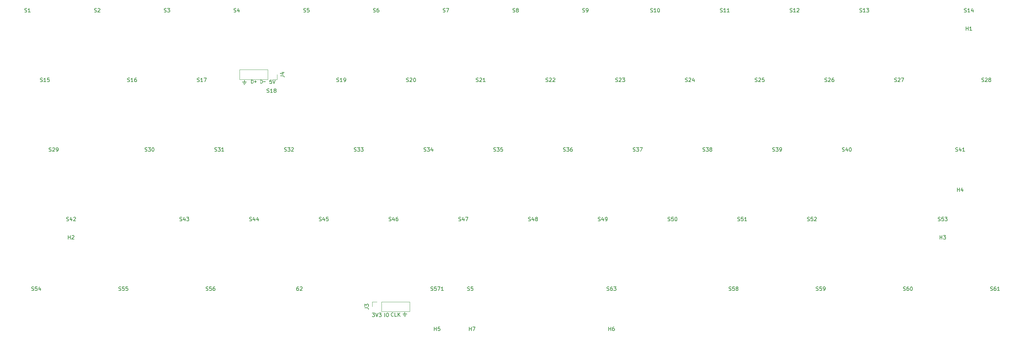
<source format=gto>
G04 #@! TF.GenerationSoftware,KiCad,Pcbnew,7.0.5*
G04 #@! TF.CreationDate,2023-07-26T01:46:33+09:00*
G04 #@! TF.ProjectId,Hotp4ck60,486f7470-3463-46b3-9630-2e6b69636164,rev?*
G04 #@! TF.SameCoordinates,Original*
G04 #@! TF.FileFunction,Legend,Top*
G04 #@! TF.FilePolarity,Positive*
%FSLAX46Y46*%
G04 Gerber Fmt 4.6, Leading zero omitted, Abs format (unit mm)*
G04 Created by KiCad (PCBNEW 7.0.5) date 2023-07-26 01:46:33*
%MOMM*%
%LPD*%
G01*
G04 APERTURE LIST*
%ADD10C,0.150000*%
%ADD11C,0.120000*%
%ADD12C,2.501900*%
%ADD13C,1.750000*%
%ADD14C,4.000000*%
%ADD15R,1.700000X1.700000*%
%ADD16O,1.700000X1.700000*%
%ADD17C,3.048000*%
%ADD18C,3.987800*%
%ADD19C,1.000000*%
%ADD20C,7.001300*%
%ADD21C,7.000240*%
%ADD22C,0.850000*%
%ADD23C,0.650000*%
%ADD24O,1.000000X1.600000*%
%ADD25O,1.000000X2.100000*%
G04 APERTURE END LIST*
D10*
X139658571Y-108421628D02*
X140801428Y-108421628D01*
X139887143Y-108764485D02*
X140572857Y-108764485D01*
X140230000Y-107907342D02*
X140230000Y-108421628D01*
X140344285Y-109107342D02*
X140115714Y-109107342D01*
G36*
X142338410Y-107866326D02*
G01*
X142364919Y-107867774D01*
X142390555Y-107870188D01*
X142415318Y-107873569D01*
X142439207Y-107877918D01*
X142462223Y-107883235D01*
X142484367Y-107889522D01*
X142505638Y-107896779D01*
X142526038Y-107905007D01*
X142545566Y-107914206D01*
X142564223Y-107924379D01*
X142582009Y-107935525D01*
X142598924Y-107947645D01*
X142614968Y-107960740D01*
X142630143Y-107974811D01*
X142644448Y-107989858D01*
X142657884Y-108005883D01*
X142670451Y-108022886D01*
X142682148Y-108040869D01*
X142692978Y-108059831D01*
X142702939Y-108079774D01*
X142712032Y-108100698D01*
X142720258Y-108122605D01*
X142727617Y-108145494D01*
X142734109Y-108169368D01*
X142739734Y-108194226D01*
X142744493Y-108220070D01*
X142748386Y-108246900D01*
X142751413Y-108274717D01*
X142753575Y-108303522D01*
X142754872Y-108333316D01*
X142755304Y-108364099D01*
X142754872Y-108393128D01*
X142753575Y-108421230D01*
X142751413Y-108448405D01*
X142748386Y-108474654D01*
X142744493Y-108499976D01*
X142739734Y-108524374D01*
X142734109Y-108547846D01*
X142727617Y-108570393D01*
X142720258Y-108592016D01*
X142712032Y-108612714D01*
X142702939Y-108632489D01*
X142692978Y-108651340D01*
X142682148Y-108669269D01*
X142670451Y-108686274D01*
X142657884Y-108702357D01*
X142644448Y-108717519D01*
X142630143Y-108731758D01*
X142614968Y-108745077D01*
X142598924Y-108757474D01*
X142582009Y-108768951D01*
X142564223Y-108779508D01*
X142545566Y-108789144D01*
X142526038Y-108797862D01*
X142505638Y-108805660D01*
X142484367Y-108812539D01*
X142462223Y-108818500D01*
X142439207Y-108823543D01*
X142415318Y-108827668D01*
X142390555Y-108830876D01*
X142364919Y-108833167D01*
X142338410Y-108834541D01*
X142311026Y-108835000D01*
X142075820Y-108835000D01*
X142075820Y-107995781D01*
X142217970Y-107995781D01*
X142217970Y-108705307D01*
X142311026Y-108705307D01*
X142329446Y-108704972D01*
X142347290Y-108703970D01*
X142364557Y-108702300D01*
X142381248Y-108699962D01*
X142397360Y-108696956D01*
X142412895Y-108693283D01*
X142427850Y-108688943D01*
X142442227Y-108683935D01*
X142456023Y-108678261D01*
X142469239Y-108671920D01*
X142481874Y-108664912D01*
X142493927Y-108657238D01*
X142505397Y-108648898D01*
X142516285Y-108639892D01*
X142526589Y-108630220D01*
X142536310Y-108619883D01*
X142545446Y-108608880D01*
X142553996Y-108597211D01*
X142561961Y-108584878D01*
X142569339Y-108571879D01*
X142576131Y-108558216D01*
X142582335Y-108543889D01*
X142587951Y-108528896D01*
X142592978Y-108513240D01*
X142597416Y-108496920D01*
X142601264Y-108479936D01*
X142604522Y-108462288D01*
X142607188Y-108443976D01*
X142609264Y-108425002D01*
X142610746Y-108405364D01*
X142611637Y-108385063D01*
X142611934Y-108364099D01*
X142611637Y-108341382D01*
X142610746Y-108319391D01*
X142609264Y-108298126D01*
X142607188Y-108277588D01*
X142604522Y-108257775D01*
X142601264Y-108238687D01*
X142597416Y-108220324D01*
X142592978Y-108202685D01*
X142587951Y-108185771D01*
X142582335Y-108169580D01*
X142576131Y-108154113D01*
X142569339Y-108139369D01*
X142561961Y-108125348D01*
X142553996Y-108112049D01*
X142545446Y-108099472D01*
X142536310Y-108087616D01*
X142526589Y-108076482D01*
X142516285Y-108066069D01*
X142505397Y-108056376D01*
X142493927Y-108047404D01*
X142481874Y-108039152D01*
X142469239Y-108031618D01*
X142456023Y-108024805D01*
X142442227Y-108018709D01*
X142427850Y-108013333D01*
X142412895Y-108008674D01*
X142397360Y-108004733D01*
X142381248Y-108001509D01*
X142364557Y-107999003D01*
X142347290Y-107997213D01*
X142329446Y-107996139D01*
X142311026Y-107995781D01*
X142217970Y-107995781D01*
X142075820Y-107995781D01*
X142075820Y-107865844D01*
X142311026Y-107865844D01*
X142338410Y-107866326D01*
G37*
G36*
X143137544Y-108705062D02*
G01*
X143282380Y-108705062D01*
X143282380Y-108412948D01*
X143551780Y-108412948D01*
X143551780Y-108285942D01*
X143282380Y-108285942D01*
X143282380Y-107995293D01*
X143137544Y-107995293D01*
X143137544Y-108285942D01*
X142868144Y-108285942D01*
X142868144Y-108412948D01*
X143137544Y-108412948D01*
X143137544Y-108705062D01*
G37*
G36*
X144828410Y-107866326D02*
G01*
X144854919Y-107867774D01*
X144880555Y-107870188D01*
X144905318Y-107873569D01*
X144929207Y-107877918D01*
X144952223Y-107883235D01*
X144974367Y-107889522D01*
X144995638Y-107896779D01*
X145016038Y-107905007D01*
X145035566Y-107914206D01*
X145054223Y-107924379D01*
X145072009Y-107935525D01*
X145088924Y-107947645D01*
X145104968Y-107960740D01*
X145120143Y-107974811D01*
X145134448Y-107989858D01*
X145147884Y-108005883D01*
X145160451Y-108022886D01*
X145172148Y-108040869D01*
X145182978Y-108059831D01*
X145192939Y-108079774D01*
X145202032Y-108100698D01*
X145210258Y-108122605D01*
X145217617Y-108145494D01*
X145224109Y-108169368D01*
X145229734Y-108194226D01*
X145234493Y-108220070D01*
X145238386Y-108246900D01*
X145241413Y-108274717D01*
X145243575Y-108303522D01*
X145244872Y-108333316D01*
X145245304Y-108364099D01*
X145244872Y-108393128D01*
X145243575Y-108421230D01*
X145241413Y-108448405D01*
X145238386Y-108474654D01*
X145234493Y-108499976D01*
X145229734Y-108524374D01*
X145224109Y-108547846D01*
X145217617Y-108570393D01*
X145210258Y-108592016D01*
X145202032Y-108612714D01*
X145192939Y-108632489D01*
X145182978Y-108651340D01*
X145172148Y-108669269D01*
X145160451Y-108686274D01*
X145147884Y-108702357D01*
X145134448Y-108717519D01*
X145120143Y-108731758D01*
X145104968Y-108745077D01*
X145088924Y-108757474D01*
X145072009Y-108768951D01*
X145054223Y-108779508D01*
X145035566Y-108789144D01*
X145016038Y-108797862D01*
X144995638Y-108805660D01*
X144974367Y-108812539D01*
X144952223Y-108818500D01*
X144929207Y-108823543D01*
X144905318Y-108827668D01*
X144880555Y-108830876D01*
X144854919Y-108833167D01*
X144828410Y-108834541D01*
X144801026Y-108835000D01*
X144565820Y-108835000D01*
X144565820Y-107995781D01*
X144707970Y-107995781D01*
X144707970Y-108705307D01*
X144801026Y-108705307D01*
X144819446Y-108704972D01*
X144837290Y-108703970D01*
X144854557Y-108702300D01*
X144871248Y-108699962D01*
X144887360Y-108696956D01*
X144902895Y-108693283D01*
X144917850Y-108688943D01*
X144932227Y-108683935D01*
X144946023Y-108678261D01*
X144959239Y-108671920D01*
X144971874Y-108664912D01*
X144983927Y-108657238D01*
X144995397Y-108648898D01*
X145006285Y-108639892D01*
X145016589Y-108630220D01*
X145026310Y-108619883D01*
X145035446Y-108608880D01*
X145043996Y-108597211D01*
X145051961Y-108584878D01*
X145059339Y-108571879D01*
X145066131Y-108558216D01*
X145072335Y-108543889D01*
X145077951Y-108528896D01*
X145082978Y-108513240D01*
X145087416Y-108496920D01*
X145091264Y-108479936D01*
X145094522Y-108462288D01*
X145097188Y-108443976D01*
X145099264Y-108425002D01*
X145100746Y-108405364D01*
X145101637Y-108385063D01*
X145101934Y-108364099D01*
X145101637Y-108341382D01*
X145100746Y-108319391D01*
X145099264Y-108298126D01*
X145097188Y-108277588D01*
X145094522Y-108257775D01*
X145091264Y-108238687D01*
X145087416Y-108220324D01*
X145082978Y-108202685D01*
X145077951Y-108185771D01*
X145072335Y-108169580D01*
X145066131Y-108154113D01*
X145059339Y-108139369D01*
X145051961Y-108125348D01*
X145043996Y-108112049D01*
X145035446Y-108099472D01*
X145026310Y-108087616D01*
X145016589Y-108076482D01*
X145006285Y-108066069D01*
X144995397Y-108056376D01*
X144983927Y-108047404D01*
X144971874Y-108039152D01*
X144959239Y-108031618D01*
X144946023Y-108024805D01*
X144932227Y-108018709D01*
X144917850Y-108013333D01*
X144902895Y-108008674D01*
X144887360Y-108004733D01*
X144871248Y-108001509D01*
X144854557Y-107999003D01*
X144837290Y-107997213D01*
X144819446Y-107996139D01*
X144801026Y-107995781D01*
X144707970Y-107995781D01*
X144565820Y-107995781D01*
X144565820Y-107865844D01*
X144801026Y-107865844D01*
X144828410Y-107866326D01*
G37*
G36*
X145358144Y-108412948D02*
G01*
X146041780Y-108412948D01*
X146041780Y-108285942D01*
X145358144Y-108285942D01*
X145358144Y-108412948D01*
G37*
X147669523Y-107874819D02*
X147193333Y-107874819D01*
X147193333Y-107874819D02*
X147145714Y-108351009D01*
X147145714Y-108351009D02*
X147193333Y-108303390D01*
X147193333Y-108303390D02*
X147288571Y-108255771D01*
X147288571Y-108255771D02*
X147526666Y-108255771D01*
X147526666Y-108255771D02*
X147621904Y-108303390D01*
X147621904Y-108303390D02*
X147669523Y-108351009D01*
X147669523Y-108351009D02*
X147717142Y-108446247D01*
X147717142Y-108446247D02*
X147717142Y-108684342D01*
X147717142Y-108684342D02*
X147669523Y-108779580D01*
X147669523Y-108779580D02*
X147621904Y-108827200D01*
X147621904Y-108827200D02*
X147526666Y-108874819D01*
X147526666Y-108874819D02*
X147288571Y-108874819D01*
X147288571Y-108874819D02*
X147193333Y-108827200D01*
X147193333Y-108827200D02*
X147145714Y-108779580D01*
X148002857Y-107874819D02*
X148336190Y-108874819D01*
X148336190Y-108874819D02*
X148669523Y-107874819D01*
X183498571Y-171931628D02*
X184641428Y-171931628D01*
X183727143Y-172274485D02*
X184412857Y-172274485D01*
X184070000Y-171417342D02*
X184070000Y-171931628D01*
X184184285Y-172617342D02*
X183955714Y-172617342D01*
X178516191Y-172664819D02*
X178516191Y-171664819D01*
X179182857Y-171664819D02*
X179373333Y-171664819D01*
X179373333Y-171664819D02*
X179468571Y-171712438D01*
X179468571Y-171712438D02*
X179563809Y-171807676D01*
X179563809Y-171807676D02*
X179611428Y-171998152D01*
X179611428Y-171998152D02*
X179611428Y-172331485D01*
X179611428Y-172331485D02*
X179563809Y-172521961D01*
X179563809Y-172521961D02*
X179468571Y-172617200D01*
X179468571Y-172617200D02*
X179373333Y-172664819D01*
X179373333Y-172664819D02*
X179182857Y-172664819D01*
X179182857Y-172664819D02*
X179087619Y-172617200D01*
X179087619Y-172617200D02*
X178992381Y-172521961D01*
X178992381Y-172521961D02*
X178944762Y-172331485D01*
X178944762Y-172331485D02*
X178944762Y-171998152D01*
X178944762Y-171998152D02*
X178992381Y-171807676D01*
X178992381Y-171807676D02*
X179087619Y-171712438D01*
X179087619Y-171712438D02*
X179182857Y-171664819D01*
X180934761Y-172489580D02*
X180887142Y-172537200D01*
X180887142Y-172537200D02*
X180744285Y-172584819D01*
X180744285Y-172584819D02*
X180649047Y-172584819D01*
X180649047Y-172584819D02*
X180506190Y-172537200D01*
X180506190Y-172537200D02*
X180410952Y-172441961D01*
X180410952Y-172441961D02*
X180363333Y-172346723D01*
X180363333Y-172346723D02*
X180315714Y-172156247D01*
X180315714Y-172156247D02*
X180315714Y-172013390D01*
X180315714Y-172013390D02*
X180363333Y-171822914D01*
X180363333Y-171822914D02*
X180410952Y-171727676D01*
X180410952Y-171727676D02*
X180506190Y-171632438D01*
X180506190Y-171632438D02*
X180649047Y-171584819D01*
X180649047Y-171584819D02*
X180744285Y-171584819D01*
X180744285Y-171584819D02*
X180887142Y-171632438D01*
X180887142Y-171632438D02*
X180934761Y-171680057D01*
X181839523Y-172584819D02*
X181363333Y-172584819D01*
X181363333Y-172584819D02*
X181363333Y-171584819D01*
X182172857Y-172584819D02*
X182172857Y-171584819D01*
X182744285Y-172584819D02*
X182315714Y-172013390D01*
X182744285Y-171584819D02*
X182172857Y-172156247D01*
X175181905Y-171674819D02*
X175800952Y-171674819D01*
X175800952Y-171674819D02*
X175467619Y-172055771D01*
X175467619Y-172055771D02*
X175610476Y-172055771D01*
X175610476Y-172055771D02*
X175705714Y-172103390D01*
X175705714Y-172103390D02*
X175753333Y-172151009D01*
X175753333Y-172151009D02*
X175800952Y-172246247D01*
X175800952Y-172246247D02*
X175800952Y-172484342D01*
X175800952Y-172484342D02*
X175753333Y-172579580D01*
X175753333Y-172579580D02*
X175705714Y-172627200D01*
X175705714Y-172627200D02*
X175610476Y-172674819D01*
X175610476Y-172674819D02*
X175324762Y-172674819D01*
X175324762Y-172674819D02*
X175229524Y-172627200D01*
X175229524Y-172627200D02*
X175181905Y-172579580D01*
X176086667Y-171674819D02*
X176420000Y-172674819D01*
X176420000Y-172674819D02*
X176753333Y-171674819D01*
X176991429Y-171674819D02*
X177610476Y-171674819D01*
X177610476Y-171674819D02*
X177277143Y-172055771D01*
X177277143Y-172055771D02*
X177420000Y-172055771D01*
X177420000Y-172055771D02*
X177515238Y-172103390D01*
X177515238Y-172103390D02*
X177562857Y-172151009D01*
X177562857Y-172151009D02*
X177610476Y-172246247D01*
X177610476Y-172246247D02*
X177610476Y-172484342D01*
X177610476Y-172484342D02*
X177562857Y-172579580D01*
X177562857Y-172579580D02*
X177515238Y-172627200D01*
X177515238Y-172627200D02*
X177420000Y-172674819D01*
X177420000Y-172674819D02*
X177134286Y-172674819D01*
X177134286Y-172674819D02*
X177039048Y-172627200D01*
X177039048Y-172627200D02*
X176991429Y-172579580D01*
X329755655Y-146394700D02*
X329898512Y-146442319D01*
X329898512Y-146442319D02*
X330136607Y-146442319D01*
X330136607Y-146442319D02*
X330231845Y-146394700D01*
X330231845Y-146394700D02*
X330279464Y-146347080D01*
X330279464Y-146347080D02*
X330327083Y-146251842D01*
X330327083Y-146251842D02*
X330327083Y-146156604D01*
X330327083Y-146156604D02*
X330279464Y-146061366D01*
X330279464Y-146061366D02*
X330231845Y-146013747D01*
X330231845Y-146013747D02*
X330136607Y-145966128D01*
X330136607Y-145966128D02*
X329946131Y-145918509D01*
X329946131Y-145918509D02*
X329850893Y-145870890D01*
X329850893Y-145870890D02*
X329803274Y-145823271D01*
X329803274Y-145823271D02*
X329755655Y-145728033D01*
X329755655Y-145728033D02*
X329755655Y-145632795D01*
X329755655Y-145632795D02*
X329803274Y-145537557D01*
X329803274Y-145537557D02*
X329850893Y-145489938D01*
X329850893Y-145489938D02*
X329946131Y-145442319D01*
X329946131Y-145442319D02*
X330184226Y-145442319D01*
X330184226Y-145442319D02*
X330327083Y-145489938D01*
X331231845Y-145442319D02*
X330755655Y-145442319D01*
X330755655Y-145442319D02*
X330708036Y-145918509D01*
X330708036Y-145918509D02*
X330755655Y-145870890D01*
X330755655Y-145870890D02*
X330850893Y-145823271D01*
X330850893Y-145823271D02*
X331088988Y-145823271D01*
X331088988Y-145823271D02*
X331184226Y-145870890D01*
X331184226Y-145870890D02*
X331231845Y-145918509D01*
X331231845Y-145918509D02*
X331279464Y-146013747D01*
X331279464Y-146013747D02*
X331279464Y-146251842D01*
X331279464Y-146251842D02*
X331231845Y-146347080D01*
X331231845Y-146347080D02*
X331184226Y-146394700D01*
X331184226Y-146394700D02*
X331088988Y-146442319D01*
X331088988Y-146442319D02*
X330850893Y-146442319D01*
X330850893Y-146442319D02*
X330755655Y-146394700D01*
X330755655Y-146394700D02*
X330708036Y-146347080D01*
X331612798Y-145442319D02*
X332231845Y-145442319D01*
X332231845Y-145442319D02*
X331898512Y-145823271D01*
X331898512Y-145823271D02*
X332041369Y-145823271D01*
X332041369Y-145823271D02*
X332136607Y-145870890D01*
X332136607Y-145870890D02*
X332184226Y-145918509D01*
X332184226Y-145918509D02*
X332231845Y-146013747D01*
X332231845Y-146013747D02*
X332231845Y-146251842D01*
X332231845Y-146251842D02*
X332184226Y-146347080D01*
X332184226Y-146347080D02*
X332136607Y-146394700D01*
X332136607Y-146394700D02*
X332041369Y-146442319D01*
X332041369Y-146442319D02*
X331755655Y-146442319D01*
X331755655Y-146442319D02*
X331660417Y-146394700D01*
X331660417Y-146394700D02*
X331612798Y-146347080D01*
X129730655Y-165444700D02*
X129873512Y-165492319D01*
X129873512Y-165492319D02*
X130111607Y-165492319D01*
X130111607Y-165492319D02*
X130206845Y-165444700D01*
X130206845Y-165444700D02*
X130254464Y-165397080D01*
X130254464Y-165397080D02*
X130302083Y-165301842D01*
X130302083Y-165301842D02*
X130302083Y-165206604D01*
X130302083Y-165206604D02*
X130254464Y-165111366D01*
X130254464Y-165111366D02*
X130206845Y-165063747D01*
X130206845Y-165063747D02*
X130111607Y-165016128D01*
X130111607Y-165016128D02*
X129921131Y-164968509D01*
X129921131Y-164968509D02*
X129825893Y-164920890D01*
X129825893Y-164920890D02*
X129778274Y-164873271D01*
X129778274Y-164873271D02*
X129730655Y-164778033D01*
X129730655Y-164778033D02*
X129730655Y-164682795D01*
X129730655Y-164682795D02*
X129778274Y-164587557D01*
X129778274Y-164587557D02*
X129825893Y-164539938D01*
X129825893Y-164539938D02*
X129921131Y-164492319D01*
X129921131Y-164492319D02*
X130159226Y-164492319D01*
X130159226Y-164492319D02*
X130302083Y-164539938D01*
X131206845Y-164492319D02*
X130730655Y-164492319D01*
X130730655Y-164492319D02*
X130683036Y-164968509D01*
X130683036Y-164968509D02*
X130730655Y-164920890D01*
X130730655Y-164920890D02*
X130825893Y-164873271D01*
X130825893Y-164873271D02*
X131063988Y-164873271D01*
X131063988Y-164873271D02*
X131159226Y-164920890D01*
X131159226Y-164920890D02*
X131206845Y-164968509D01*
X131206845Y-164968509D02*
X131254464Y-165063747D01*
X131254464Y-165063747D02*
X131254464Y-165301842D01*
X131254464Y-165301842D02*
X131206845Y-165397080D01*
X131206845Y-165397080D02*
X131159226Y-165444700D01*
X131159226Y-165444700D02*
X131063988Y-165492319D01*
X131063988Y-165492319D02*
X130825893Y-165492319D01*
X130825893Y-165492319D02*
X130730655Y-165444700D01*
X130730655Y-165444700D02*
X130683036Y-165397080D01*
X132111607Y-164492319D02*
X131921131Y-164492319D01*
X131921131Y-164492319D02*
X131825893Y-164539938D01*
X131825893Y-164539938D02*
X131778274Y-164587557D01*
X131778274Y-164587557D02*
X131683036Y-164730414D01*
X131683036Y-164730414D02*
X131635417Y-164920890D01*
X131635417Y-164920890D02*
X131635417Y-165301842D01*
X131635417Y-165301842D02*
X131683036Y-165397080D01*
X131683036Y-165397080D02*
X131730655Y-165444700D01*
X131730655Y-165444700D02*
X131825893Y-165492319D01*
X131825893Y-165492319D02*
X132016369Y-165492319D01*
X132016369Y-165492319D02*
X132111607Y-165444700D01*
X132111607Y-165444700D02*
X132159226Y-165397080D01*
X132159226Y-165397080D02*
X132206845Y-165301842D01*
X132206845Y-165301842D02*
X132206845Y-165063747D01*
X132206845Y-165063747D02*
X132159226Y-164968509D01*
X132159226Y-164968509D02*
X132111607Y-164920890D01*
X132111607Y-164920890D02*
X132016369Y-164873271D01*
X132016369Y-164873271D02*
X131825893Y-164873271D01*
X131825893Y-164873271D02*
X131730655Y-164920890D01*
X131730655Y-164920890D02*
X131683036Y-164968509D01*
X131683036Y-164968509D02*
X131635417Y-165063747D01*
X99250595Y-89244700D02*
X99393452Y-89292319D01*
X99393452Y-89292319D02*
X99631547Y-89292319D01*
X99631547Y-89292319D02*
X99726785Y-89244700D01*
X99726785Y-89244700D02*
X99774404Y-89197080D01*
X99774404Y-89197080D02*
X99822023Y-89101842D01*
X99822023Y-89101842D02*
X99822023Y-89006604D01*
X99822023Y-89006604D02*
X99774404Y-88911366D01*
X99774404Y-88911366D02*
X99726785Y-88863747D01*
X99726785Y-88863747D02*
X99631547Y-88816128D01*
X99631547Y-88816128D02*
X99441071Y-88768509D01*
X99441071Y-88768509D02*
X99345833Y-88720890D01*
X99345833Y-88720890D02*
X99298214Y-88673271D01*
X99298214Y-88673271D02*
X99250595Y-88578033D01*
X99250595Y-88578033D02*
X99250595Y-88482795D01*
X99250595Y-88482795D02*
X99298214Y-88387557D01*
X99298214Y-88387557D02*
X99345833Y-88339938D01*
X99345833Y-88339938D02*
X99441071Y-88292319D01*
X99441071Y-88292319D02*
X99679166Y-88292319D01*
X99679166Y-88292319D02*
X99822023Y-88339938D01*
X100202976Y-88387557D02*
X100250595Y-88339938D01*
X100250595Y-88339938D02*
X100345833Y-88292319D01*
X100345833Y-88292319D02*
X100583928Y-88292319D01*
X100583928Y-88292319D02*
X100679166Y-88339938D01*
X100679166Y-88339938D02*
X100726785Y-88387557D01*
X100726785Y-88387557D02*
X100774404Y-88482795D01*
X100774404Y-88482795D02*
X100774404Y-88578033D01*
X100774404Y-88578033D02*
X100726785Y-88720890D01*
X100726785Y-88720890D02*
X100155357Y-89292319D01*
X100155357Y-89292319D02*
X100774404Y-89292319D01*
X137350595Y-89244700D02*
X137493452Y-89292319D01*
X137493452Y-89292319D02*
X137731547Y-89292319D01*
X137731547Y-89292319D02*
X137826785Y-89244700D01*
X137826785Y-89244700D02*
X137874404Y-89197080D01*
X137874404Y-89197080D02*
X137922023Y-89101842D01*
X137922023Y-89101842D02*
X137922023Y-89006604D01*
X137922023Y-89006604D02*
X137874404Y-88911366D01*
X137874404Y-88911366D02*
X137826785Y-88863747D01*
X137826785Y-88863747D02*
X137731547Y-88816128D01*
X137731547Y-88816128D02*
X137541071Y-88768509D01*
X137541071Y-88768509D02*
X137445833Y-88720890D01*
X137445833Y-88720890D02*
X137398214Y-88673271D01*
X137398214Y-88673271D02*
X137350595Y-88578033D01*
X137350595Y-88578033D02*
X137350595Y-88482795D01*
X137350595Y-88482795D02*
X137398214Y-88387557D01*
X137398214Y-88387557D02*
X137445833Y-88339938D01*
X137445833Y-88339938D02*
X137541071Y-88292319D01*
X137541071Y-88292319D02*
X137779166Y-88292319D01*
X137779166Y-88292319D02*
X137922023Y-88339938D01*
X138779166Y-88625652D02*
X138779166Y-89292319D01*
X138541071Y-88244700D02*
X138302976Y-88958985D01*
X138302976Y-88958985D02*
X138922023Y-88958985D01*
X272605655Y-165444700D02*
X272748512Y-165492319D01*
X272748512Y-165492319D02*
X272986607Y-165492319D01*
X272986607Y-165492319D02*
X273081845Y-165444700D01*
X273081845Y-165444700D02*
X273129464Y-165397080D01*
X273129464Y-165397080D02*
X273177083Y-165301842D01*
X273177083Y-165301842D02*
X273177083Y-165206604D01*
X273177083Y-165206604D02*
X273129464Y-165111366D01*
X273129464Y-165111366D02*
X273081845Y-165063747D01*
X273081845Y-165063747D02*
X272986607Y-165016128D01*
X272986607Y-165016128D02*
X272796131Y-164968509D01*
X272796131Y-164968509D02*
X272700893Y-164920890D01*
X272700893Y-164920890D02*
X272653274Y-164873271D01*
X272653274Y-164873271D02*
X272605655Y-164778033D01*
X272605655Y-164778033D02*
X272605655Y-164682795D01*
X272605655Y-164682795D02*
X272653274Y-164587557D01*
X272653274Y-164587557D02*
X272700893Y-164539938D01*
X272700893Y-164539938D02*
X272796131Y-164492319D01*
X272796131Y-164492319D02*
X273034226Y-164492319D01*
X273034226Y-164492319D02*
X273177083Y-164539938D01*
X274081845Y-164492319D02*
X273605655Y-164492319D01*
X273605655Y-164492319D02*
X273558036Y-164968509D01*
X273558036Y-164968509D02*
X273605655Y-164920890D01*
X273605655Y-164920890D02*
X273700893Y-164873271D01*
X273700893Y-164873271D02*
X273938988Y-164873271D01*
X273938988Y-164873271D02*
X274034226Y-164920890D01*
X274034226Y-164920890D02*
X274081845Y-164968509D01*
X274081845Y-164968509D02*
X274129464Y-165063747D01*
X274129464Y-165063747D02*
X274129464Y-165301842D01*
X274129464Y-165301842D02*
X274081845Y-165397080D01*
X274081845Y-165397080D02*
X274034226Y-165444700D01*
X274034226Y-165444700D02*
X273938988Y-165492319D01*
X273938988Y-165492319D02*
X273700893Y-165492319D01*
X273700893Y-165492319D02*
X273605655Y-165444700D01*
X273605655Y-165444700D02*
X273558036Y-165397080D01*
X274700893Y-164920890D02*
X274605655Y-164873271D01*
X274605655Y-164873271D02*
X274558036Y-164825652D01*
X274558036Y-164825652D02*
X274510417Y-164730414D01*
X274510417Y-164730414D02*
X274510417Y-164682795D01*
X274510417Y-164682795D02*
X274558036Y-164587557D01*
X274558036Y-164587557D02*
X274605655Y-164539938D01*
X274605655Y-164539938D02*
X274700893Y-164492319D01*
X274700893Y-164492319D02*
X274891369Y-164492319D01*
X274891369Y-164492319D02*
X274986607Y-164539938D01*
X274986607Y-164539938D02*
X275034226Y-164587557D01*
X275034226Y-164587557D02*
X275081845Y-164682795D01*
X275081845Y-164682795D02*
X275081845Y-164730414D01*
X275081845Y-164730414D02*
X275034226Y-164825652D01*
X275034226Y-164825652D02*
X274986607Y-164873271D01*
X274986607Y-164873271D02*
X274891369Y-164920890D01*
X274891369Y-164920890D02*
X274700893Y-164920890D01*
X274700893Y-164920890D02*
X274605655Y-164968509D01*
X274605655Y-164968509D02*
X274558036Y-165016128D01*
X274558036Y-165016128D02*
X274510417Y-165111366D01*
X274510417Y-165111366D02*
X274510417Y-165301842D01*
X274510417Y-165301842D02*
X274558036Y-165397080D01*
X274558036Y-165397080D02*
X274605655Y-165444700D01*
X274605655Y-165444700D02*
X274700893Y-165492319D01*
X274700893Y-165492319D02*
X274891369Y-165492319D01*
X274891369Y-165492319D02*
X274986607Y-165444700D01*
X274986607Y-165444700D02*
X275034226Y-165397080D01*
X275034226Y-165397080D02*
X275081845Y-165301842D01*
X275081845Y-165301842D02*
X275081845Y-165111366D01*
X275081845Y-165111366D02*
X275034226Y-165016128D01*
X275034226Y-165016128D02*
X274986607Y-164968509D01*
X274986607Y-164968509D02*
X274891369Y-164920890D01*
X150084819Y-106718333D02*
X150799104Y-106718333D01*
X150799104Y-106718333D02*
X150941961Y-106765952D01*
X150941961Y-106765952D02*
X151037200Y-106861190D01*
X151037200Y-106861190D02*
X151084819Y-107004047D01*
X151084819Y-107004047D02*
X151084819Y-107099285D01*
X150418152Y-105813571D02*
X151084819Y-105813571D01*
X150037200Y-106051666D02*
X150751485Y-106289761D01*
X150751485Y-106289761D02*
X150751485Y-105670714D01*
X208311905Y-127344700D02*
X208454762Y-127392319D01*
X208454762Y-127392319D02*
X208692857Y-127392319D01*
X208692857Y-127392319D02*
X208788095Y-127344700D01*
X208788095Y-127344700D02*
X208835714Y-127297080D01*
X208835714Y-127297080D02*
X208883333Y-127201842D01*
X208883333Y-127201842D02*
X208883333Y-127106604D01*
X208883333Y-127106604D02*
X208835714Y-127011366D01*
X208835714Y-127011366D02*
X208788095Y-126963747D01*
X208788095Y-126963747D02*
X208692857Y-126916128D01*
X208692857Y-126916128D02*
X208502381Y-126868509D01*
X208502381Y-126868509D02*
X208407143Y-126820890D01*
X208407143Y-126820890D02*
X208359524Y-126773271D01*
X208359524Y-126773271D02*
X208311905Y-126678033D01*
X208311905Y-126678033D02*
X208311905Y-126582795D01*
X208311905Y-126582795D02*
X208359524Y-126487557D01*
X208359524Y-126487557D02*
X208407143Y-126439938D01*
X208407143Y-126439938D02*
X208502381Y-126392319D01*
X208502381Y-126392319D02*
X208740476Y-126392319D01*
X208740476Y-126392319D02*
X208883333Y-126439938D01*
X209216667Y-126392319D02*
X209835714Y-126392319D01*
X209835714Y-126392319D02*
X209502381Y-126773271D01*
X209502381Y-126773271D02*
X209645238Y-126773271D01*
X209645238Y-126773271D02*
X209740476Y-126820890D01*
X209740476Y-126820890D02*
X209788095Y-126868509D01*
X209788095Y-126868509D02*
X209835714Y-126963747D01*
X209835714Y-126963747D02*
X209835714Y-127201842D01*
X209835714Y-127201842D02*
X209788095Y-127297080D01*
X209788095Y-127297080D02*
X209740476Y-127344700D01*
X209740476Y-127344700D02*
X209645238Y-127392319D01*
X209645238Y-127392319D02*
X209359524Y-127392319D01*
X209359524Y-127392319D02*
X209264286Y-127344700D01*
X209264286Y-127344700D02*
X209216667Y-127297080D01*
X210740476Y-126392319D02*
X210264286Y-126392319D01*
X210264286Y-126392319D02*
X210216667Y-126868509D01*
X210216667Y-126868509D02*
X210264286Y-126820890D01*
X210264286Y-126820890D02*
X210359524Y-126773271D01*
X210359524Y-126773271D02*
X210597619Y-126773271D01*
X210597619Y-126773271D02*
X210692857Y-126820890D01*
X210692857Y-126820890D02*
X210740476Y-126868509D01*
X210740476Y-126868509D02*
X210788095Y-126963747D01*
X210788095Y-126963747D02*
X210788095Y-127201842D01*
X210788095Y-127201842D02*
X210740476Y-127297080D01*
X210740476Y-127297080D02*
X210692857Y-127344700D01*
X210692857Y-127344700D02*
X210597619Y-127392319D01*
X210597619Y-127392319D02*
X210359524Y-127392319D01*
X210359524Y-127392319D02*
X210264286Y-127344700D01*
X210264286Y-127344700D02*
X210216667Y-127297080D01*
X274986905Y-146394700D02*
X275129762Y-146442319D01*
X275129762Y-146442319D02*
X275367857Y-146442319D01*
X275367857Y-146442319D02*
X275463095Y-146394700D01*
X275463095Y-146394700D02*
X275510714Y-146347080D01*
X275510714Y-146347080D02*
X275558333Y-146251842D01*
X275558333Y-146251842D02*
X275558333Y-146156604D01*
X275558333Y-146156604D02*
X275510714Y-146061366D01*
X275510714Y-146061366D02*
X275463095Y-146013747D01*
X275463095Y-146013747D02*
X275367857Y-145966128D01*
X275367857Y-145966128D02*
X275177381Y-145918509D01*
X275177381Y-145918509D02*
X275082143Y-145870890D01*
X275082143Y-145870890D02*
X275034524Y-145823271D01*
X275034524Y-145823271D02*
X274986905Y-145728033D01*
X274986905Y-145728033D02*
X274986905Y-145632795D01*
X274986905Y-145632795D02*
X275034524Y-145537557D01*
X275034524Y-145537557D02*
X275082143Y-145489938D01*
X275082143Y-145489938D02*
X275177381Y-145442319D01*
X275177381Y-145442319D02*
X275415476Y-145442319D01*
X275415476Y-145442319D02*
X275558333Y-145489938D01*
X276463095Y-145442319D02*
X275986905Y-145442319D01*
X275986905Y-145442319D02*
X275939286Y-145918509D01*
X275939286Y-145918509D02*
X275986905Y-145870890D01*
X275986905Y-145870890D02*
X276082143Y-145823271D01*
X276082143Y-145823271D02*
X276320238Y-145823271D01*
X276320238Y-145823271D02*
X276415476Y-145870890D01*
X276415476Y-145870890D02*
X276463095Y-145918509D01*
X276463095Y-145918509D02*
X276510714Y-146013747D01*
X276510714Y-146013747D02*
X276510714Y-146251842D01*
X276510714Y-146251842D02*
X276463095Y-146347080D01*
X276463095Y-146347080D02*
X276415476Y-146394700D01*
X276415476Y-146394700D02*
X276320238Y-146442319D01*
X276320238Y-146442319D02*
X276082143Y-146442319D01*
X276082143Y-146442319D02*
X275986905Y-146394700D01*
X275986905Y-146394700D02*
X275939286Y-146347080D01*
X277463095Y-146442319D02*
X276891667Y-146442319D01*
X277177381Y-146442319D02*
X277177381Y-145442319D01*
X277177381Y-145442319D02*
X277082143Y-145585176D01*
X277082143Y-145585176D02*
X276986905Y-145680414D01*
X276986905Y-145680414D02*
X276891667Y-145728033D01*
X192119345Y-176492319D02*
X192119345Y-175492319D01*
X192119345Y-175968509D02*
X192690773Y-175968509D01*
X192690773Y-176492319D02*
X192690773Y-175492319D01*
X193643154Y-175492319D02*
X193166964Y-175492319D01*
X193166964Y-175492319D02*
X193119345Y-175968509D01*
X193119345Y-175968509D02*
X193166964Y-175920890D01*
X193166964Y-175920890D02*
X193262202Y-175873271D01*
X193262202Y-175873271D02*
X193500297Y-175873271D01*
X193500297Y-175873271D02*
X193595535Y-175920890D01*
X193595535Y-175920890D02*
X193643154Y-175968509D01*
X193643154Y-175968509D02*
X193690773Y-176063747D01*
X193690773Y-176063747D02*
X193690773Y-176301842D01*
X193690773Y-176301842D02*
X193643154Y-176397080D01*
X193643154Y-176397080D02*
X193595535Y-176444700D01*
X193595535Y-176444700D02*
X193500297Y-176492319D01*
X193500297Y-176492319D02*
X193262202Y-176492319D01*
X193262202Y-176492319D02*
X193166964Y-176444700D01*
X193166964Y-176444700D02*
X193119345Y-176397080D01*
X198786905Y-146394700D02*
X198929762Y-146442319D01*
X198929762Y-146442319D02*
X199167857Y-146442319D01*
X199167857Y-146442319D02*
X199263095Y-146394700D01*
X199263095Y-146394700D02*
X199310714Y-146347080D01*
X199310714Y-146347080D02*
X199358333Y-146251842D01*
X199358333Y-146251842D02*
X199358333Y-146156604D01*
X199358333Y-146156604D02*
X199310714Y-146061366D01*
X199310714Y-146061366D02*
X199263095Y-146013747D01*
X199263095Y-146013747D02*
X199167857Y-145966128D01*
X199167857Y-145966128D02*
X198977381Y-145918509D01*
X198977381Y-145918509D02*
X198882143Y-145870890D01*
X198882143Y-145870890D02*
X198834524Y-145823271D01*
X198834524Y-145823271D02*
X198786905Y-145728033D01*
X198786905Y-145728033D02*
X198786905Y-145632795D01*
X198786905Y-145632795D02*
X198834524Y-145537557D01*
X198834524Y-145537557D02*
X198882143Y-145489938D01*
X198882143Y-145489938D02*
X198977381Y-145442319D01*
X198977381Y-145442319D02*
X199215476Y-145442319D01*
X199215476Y-145442319D02*
X199358333Y-145489938D01*
X200215476Y-145775652D02*
X200215476Y-146442319D01*
X199977381Y-145394700D02*
X199739286Y-146108985D01*
X199739286Y-146108985D02*
X200358333Y-146108985D01*
X200644048Y-145442319D02*
X201310714Y-145442319D01*
X201310714Y-145442319D02*
X200882143Y-146442319D01*
X334518155Y-127344700D02*
X334661012Y-127392319D01*
X334661012Y-127392319D02*
X334899107Y-127392319D01*
X334899107Y-127392319D02*
X334994345Y-127344700D01*
X334994345Y-127344700D02*
X335041964Y-127297080D01*
X335041964Y-127297080D02*
X335089583Y-127201842D01*
X335089583Y-127201842D02*
X335089583Y-127106604D01*
X335089583Y-127106604D02*
X335041964Y-127011366D01*
X335041964Y-127011366D02*
X334994345Y-126963747D01*
X334994345Y-126963747D02*
X334899107Y-126916128D01*
X334899107Y-126916128D02*
X334708631Y-126868509D01*
X334708631Y-126868509D02*
X334613393Y-126820890D01*
X334613393Y-126820890D02*
X334565774Y-126773271D01*
X334565774Y-126773271D02*
X334518155Y-126678033D01*
X334518155Y-126678033D02*
X334518155Y-126582795D01*
X334518155Y-126582795D02*
X334565774Y-126487557D01*
X334565774Y-126487557D02*
X334613393Y-126439938D01*
X334613393Y-126439938D02*
X334708631Y-126392319D01*
X334708631Y-126392319D02*
X334946726Y-126392319D01*
X334946726Y-126392319D02*
X335089583Y-126439938D01*
X335946726Y-126725652D02*
X335946726Y-127392319D01*
X335708631Y-126344700D02*
X335470536Y-127058985D01*
X335470536Y-127058985D02*
X336089583Y-127058985D01*
X336994345Y-127392319D02*
X336422917Y-127392319D01*
X336708631Y-127392319D02*
X336708631Y-126392319D01*
X336708631Y-126392319D02*
X336613393Y-126535176D01*
X336613393Y-126535176D02*
X336518155Y-126630414D01*
X336518155Y-126630414D02*
X336422917Y-126678033D01*
X232600595Y-89244700D02*
X232743452Y-89292319D01*
X232743452Y-89292319D02*
X232981547Y-89292319D01*
X232981547Y-89292319D02*
X233076785Y-89244700D01*
X233076785Y-89244700D02*
X233124404Y-89197080D01*
X233124404Y-89197080D02*
X233172023Y-89101842D01*
X233172023Y-89101842D02*
X233172023Y-89006604D01*
X233172023Y-89006604D02*
X233124404Y-88911366D01*
X233124404Y-88911366D02*
X233076785Y-88863747D01*
X233076785Y-88863747D02*
X232981547Y-88816128D01*
X232981547Y-88816128D02*
X232791071Y-88768509D01*
X232791071Y-88768509D02*
X232695833Y-88720890D01*
X232695833Y-88720890D02*
X232648214Y-88673271D01*
X232648214Y-88673271D02*
X232600595Y-88578033D01*
X232600595Y-88578033D02*
X232600595Y-88482795D01*
X232600595Y-88482795D02*
X232648214Y-88387557D01*
X232648214Y-88387557D02*
X232695833Y-88339938D01*
X232695833Y-88339938D02*
X232791071Y-88292319D01*
X232791071Y-88292319D02*
X233029166Y-88292319D01*
X233029166Y-88292319D02*
X233172023Y-88339938D01*
X233648214Y-89292319D02*
X233838690Y-89292319D01*
X233838690Y-89292319D02*
X233933928Y-89244700D01*
X233933928Y-89244700D02*
X233981547Y-89197080D01*
X233981547Y-89197080D02*
X234076785Y-89054223D01*
X234076785Y-89054223D02*
X234124404Y-88863747D01*
X234124404Y-88863747D02*
X234124404Y-88482795D01*
X234124404Y-88482795D02*
X234076785Y-88387557D01*
X234076785Y-88387557D02*
X234029166Y-88339938D01*
X234029166Y-88339938D02*
X233933928Y-88292319D01*
X233933928Y-88292319D02*
X233743452Y-88292319D01*
X233743452Y-88292319D02*
X233648214Y-88339938D01*
X233648214Y-88339938D02*
X233600595Y-88387557D01*
X233600595Y-88387557D02*
X233552976Y-88482795D01*
X233552976Y-88482795D02*
X233552976Y-88720890D01*
X233552976Y-88720890D02*
X233600595Y-88816128D01*
X233600595Y-88816128D02*
X233648214Y-88863747D01*
X233648214Y-88863747D02*
X233743452Y-88911366D01*
X233743452Y-88911366D02*
X233933928Y-88911366D01*
X233933928Y-88911366D02*
X234029166Y-88863747D01*
X234029166Y-88863747D02*
X234076785Y-88816128D01*
X234076785Y-88816128D02*
X234124404Y-88720890D01*
X160686905Y-146394700D02*
X160829762Y-146442319D01*
X160829762Y-146442319D02*
X161067857Y-146442319D01*
X161067857Y-146442319D02*
X161163095Y-146394700D01*
X161163095Y-146394700D02*
X161210714Y-146347080D01*
X161210714Y-146347080D02*
X161258333Y-146251842D01*
X161258333Y-146251842D02*
X161258333Y-146156604D01*
X161258333Y-146156604D02*
X161210714Y-146061366D01*
X161210714Y-146061366D02*
X161163095Y-146013747D01*
X161163095Y-146013747D02*
X161067857Y-145966128D01*
X161067857Y-145966128D02*
X160877381Y-145918509D01*
X160877381Y-145918509D02*
X160782143Y-145870890D01*
X160782143Y-145870890D02*
X160734524Y-145823271D01*
X160734524Y-145823271D02*
X160686905Y-145728033D01*
X160686905Y-145728033D02*
X160686905Y-145632795D01*
X160686905Y-145632795D02*
X160734524Y-145537557D01*
X160734524Y-145537557D02*
X160782143Y-145489938D01*
X160782143Y-145489938D02*
X160877381Y-145442319D01*
X160877381Y-145442319D02*
X161115476Y-145442319D01*
X161115476Y-145442319D02*
X161258333Y-145489938D01*
X162115476Y-145775652D02*
X162115476Y-146442319D01*
X161877381Y-145394700D02*
X161639286Y-146108985D01*
X161639286Y-146108985D02*
X162258333Y-146108985D01*
X163115476Y-145442319D02*
X162639286Y-145442319D01*
X162639286Y-145442319D02*
X162591667Y-145918509D01*
X162591667Y-145918509D02*
X162639286Y-145870890D01*
X162639286Y-145870890D02*
X162734524Y-145823271D01*
X162734524Y-145823271D02*
X162972619Y-145823271D01*
X162972619Y-145823271D02*
X163067857Y-145870890D01*
X163067857Y-145870890D02*
X163115476Y-145918509D01*
X163115476Y-145918509D02*
X163163095Y-146013747D01*
X163163095Y-146013747D02*
X163163095Y-146251842D01*
X163163095Y-146251842D02*
X163115476Y-146347080D01*
X163115476Y-146347080D02*
X163067857Y-146394700D01*
X163067857Y-146394700D02*
X162972619Y-146442319D01*
X162972619Y-146442319D02*
X162734524Y-146442319D01*
X162734524Y-146442319D02*
X162639286Y-146394700D01*
X162639286Y-146394700D02*
X162591667Y-146347080D01*
X170211905Y-127344700D02*
X170354762Y-127392319D01*
X170354762Y-127392319D02*
X170592857Y-127392319D01*
X170592857Y-127392319D02*
X170688095Y-127344700D01*
X170688095Y-127344700D02*
X170735714Y-127297080D01*
X170735714Y-127297080D02*
X170783333Y-127201842D01*
X170783333Y-127201842D02*
X170783333Y-127106604D01*
X170783333Y-127106604D02*
X170735714Y-127011366D01*
X170735714Y-127011366D02*
X170688095Y-126963747D01*
X170688095Y-126963747D02*
X170592857Y-126916128D01*
X170592857Y-126916128D02*
X170402381Y-126868509D01*
X170402381Y-126868509D02*
X170307143Y-126820890D01*
X170307143Y-126820890D02*
X170259524Y-126773271D01*
X170259524Y-126773271D02*
X170211905Y-126678033D01*
X170211905Y-126678033D02*
X170211905Y-126582795D01*
X170211905Y-126582795D02*
X170259524Y-126487557D01*
X170259524Y-126487557D02*
X170307143Y-126439938D01*
X170307143Y-126439938D02*
X170402381Y-126392319D01*
X170402381Y-126392319D02*
X170640476Y-126392319D01*
X170640476Y-126392319D02*
X170783333Y-126439938D01*
X171116667Y-126392319D02*
X171735714Y-126392319D01*
X171735714Y-126392319D02*
X171402381Y-126773271D01*
X171402381Y-126773271D02*
X171545238Y-126773271D01*
X171545238Y-126773271D02*
X171640476Y-126820890D01*
X171640476Y-126820890D02*
X171688095Y-126868509D01*
X171688095Y-126868509D02*
X171735714Y-126963747D01*
X171735714Y-126963747D02*
X171735714Y-127201842D01*
X171735714Y-127201842D02*
X171688095Y-127297080D01*
X171688095Y-127297080D02*
X171640476Y-127344700D01*
X171640476Y-127344700D02*
X171545238Y-127392319D01*
X171545238Y-127392319D02*
X171259524Y-127392319D01*
X171259524Y-127392319D02*
X171164286Y-127344700D01*
X171164286Y-127344700D02*
X171116667Y-127297080D01*
X172069048Y-126392319D02*
X172688095Y-126392319D01*
X172688095Y-126392319D02*
X172354762Y-126773271D01*
X172354762Y-126773271D02*
X172497619Y-126773271D01*
X172497619Y-126773271D02*
X172592857Y-126820890D01*
X172592857Y-126820890D02*
X172640476Y-126868509D01*
X172640476Y-126868509D02*
X172688095Y-126963747D01*
X172688095Y-126963747D02*
X172688095Y-127201842D01*
X172688095Y-127201842D02*
X172640476Y-127297080D01*
X172640476Y-127297080D02*
X172592857Y-127344700D01*
X172592857Y-127344700D02*
X172497619Y-127392319D01*
X172497619Y-127392319D02*
X172211905Y-127392319D01*
X172211905Y-127392319D02*
X172116667Y-127344700D01*
X172116667Y-127344700D02*
X172069048Y-127297080D01*
X118300595Y-89244700D02*
X118443452Y-89292319D01*
X118443452Y-89292319D02*
X118681547Y-89292319D01*
X118681547Y-89292319D02*
X118776785Y-89244700D01*
X118776785Y-89244700D02*
X118824404Y-89197080D01*
X118824404Y-89197080D02*
X118872023Y-89101842D01*
X118872023Y-89101842D02*
X118872023Y-89006604D01*
X118872023Y-89006604D02*
X118824404Y-88911366D01*
X118824404Y-88911366D02*
X118776785Y-88863747D01*
X118776785Y-88863747D02*
X118681547Y-88816128D01*
X118681547Y-88816128D02*
X118491071Y-88768509D01*
X118491071Y-88768509D02*
X118395833Y-88720890D01*
X118395833Y-88720890D02*
X118348214Y-88673271D01*
X118348214Y-88673271D02*
X118300595Y-88578033D01*
X118300595Y-88578033D02*
X118300595Y-88482795D01*
X118300595Y-88482795D02*
X118348214Y-88387557D01*
X118348214Y-88387557D02*
X118395833Y-88339938D01*
X118395833Y-88339938D02*
X118491071Y-88292319D01*
X118491071Y-88292319D02*
X118729166Y-88292319D01*
X118729166Y-88292319D02*
X118872023Y-88339938D01*
X119205357Y-88292319D02*
X119824404Y-88292319D01*
X119824404Y-88292319D02*
X119491071Y-88673271D01*
X119491071Y-88673271D02*
X119633928Y-88673271D01*
X119633928Y-88673271D02*
X119729166Y-88720890D01*
X119729166Y-88720890D02*
X119776785Y-88768509D01*
X119776785Y-88768509D02*
X119824404Y-88863747D01*
X119824404Y-88863747D02*
X119824404Y-89101842D01*
X119824404Y-89101842D02*
X119776785Y-89197080D01*
X119776785Y-89197080D02*
X119729166Y-89244700D01*
X119729166Y-89244700D02*
X119633928Y-89292319D01*
X119633928Y-89292319D02*
X119348214Y-89292319D01*
X119348214Y-89292319D02*
X119252976Y-89244700D01*
X119252976Y-89244700D02*
X119205357Y-89197080D01*
X173134819Y-170243333D02*
X173849104Y-170243333D01*
X173849104Y-170243333D02*
X173991961Y-170290952D01*
X173991961Y-170290952D02*
X174087200Y-170386190D01*
X174087200Y-170386190D02*
X174134819Y-170529047D01*
X174134819Y-170529047D02*
X174134819Y-170624285D01*
X173134819Y-169862380D02*
X173134819Y-169243333D01*
X173134819Y-169243333D02*
X173515771Y-169576666D01*
X173515771Y-169576666D02*
X173515771Y-169433809D01*
X173515771Y-169433809D02*
X173563390Y-169338571D01*
X173563390Y-169338571D02*
X173611009Y-169290952D01*
X173611009Y-169290952D02*
X173706247Y-169243333D01*
X173706247Y-169243333D02*
X173944342Y-169243333D01*
X173944342Y-169243333D02*
X174039580Y-169290952D01*
X174039580Y-169290952D02*
X174087200Y-169338571D01*
X174087200Y-169338571D02*
X174134819Y-169433809D01*
X174134819Y-169433809D02*
X174134819Y-169719523D01*
X174134819Y-169719523D02*
X174087200Y-169814761D01*
X174087200Y-169814761D02*
X174039580Y-169862380D01*
X334994345Y-138392319D02*
X334994345Y-137392319D01*
X334994345Y-137868509D02*
X335565773Y-137868509D01*
X335565773Y-138392319D02*
X335565773Y-137392319D01*
X336470535Y-137725652D02*
X336470535Y-138392319D01*
X336232440Y-137344700D02*
X335994345Y-138058985D01*
X335994345Y-138058985D02*
X336613392Y-138058985D01*
X317849405Y-108294700D02*
X317992262Y-108342319D01*
X317992262Y-108342319D02*
X318230357Y-108342319D01*
X318230357Y-108342319D02*
X318325595Y-108294700D01*
X318325595Y-108294700D02*
X318373214Y-108247080D01*
X318373214Y-108247080D02*
X318420833Y-108151842D01*
X318420833Y-108151842D02*
X318420833Y-108056604D01*
X318420833Y-108056604D02*
X318373214Y-107961366D01*
X318373214Y-107961366D02*
X318325595Y-107913747D01*
X318325595Y-107913747D02*
X318230357Y-107866128D01*
X318230357Y-107866128D02*
X318039881Y-107818509D01*
X318039881Y-107818509D02*
X317944643Y-107770890D01*
X317944643Y-107770890D02*
X317897024Y-107723271D01*
X317897024Y-107723271D02*
X317849405Y-107628033D01*
X317849405Y-107628033D02*
X317849405Y-107532795D01*
X317849405Y-107532795D02*
X317897024Y-107437557D01*
X317897024Y-107437557D02*
X317944643Y-107389938D01*
X317944643Y-107389938D02*
X318039881Y-107342319D01*
X318039881Y-107342319D02*
X318277976Y-107342319D01*
X318277976Y-107342319D02*
X318420833Y-107389938D01*
X318801786Y-107437557D02*
X318849405Y-107389938D01*
X318849405Y-107389938D02*
X318944643Y-107342319D01*
X318944643Y-107342319D02*
X319182738Y-107342319D01*
X319182738Y-107342319D02*
X319277976Y-107389938D01*
X319277976Y-107389938D02*
X319325595Y-107437557D01*
X319325595Y-107437557D02*
X319373214Y-107532795D01*
X319373214Y-107532795D02*
X319373214Y-107628033D01*
X319373214Y-107628033D02*
X319325595Y-107770890D01*
X319325595Y-107770890D02*
X318754167Y-108342319D01*
X318754167Y-108342319D02*
X319373214Y-108342319D01*
X319706548Y-107342319D02*
X320373214Y-107342319D01*
X320373214Y-107342319D02*
X319944643Y-108342319D01*
X151161905Y-127344700D02*
X151304762Y-127392319D01*
X151304762Y-127392319D02*
X151542857Y-127392319D01*
X151542857Y-127392319D02*
X151638095Y-127344700D01*
X151638095Y-127344700D02*
X151685714Y-127297080D01*
X151685714Y-127297080D02*
X151733333Y-127201842D01*
X151733333Y-127201842D02*
X151733333Y-127106604D01*
X151733333Y-127106604D02*
X151685714Y-127011366D01*
X151685714Y-127011366D02*
X151638095Y-126963747D01*
X151638095Y-126963747D02*
X151542857Y-126916128D01*
X151542857Y-126916128D02*
X151352381Y-126868509D01*
X151352381Y-126868509D02*
X151257143Y-126820890D01*
X151257143Y-126820890D02*
X151209524Y-126773271D01*
X151209524Y-126773271D02*
X151161905Y-126678033D01*
X151161905Y-126678033D02*
X151161905Y-126582795D01*
X151161905Y-126582795D02*
X151209524Y-126487557D01*
X151209524Y-126487557D02*
X151257143Y-126439938D01*
X151257143Y-126439938D02*
X151352381Y-126392319D01*
X151352381Y-126392319D02*
X151590476Y-126392319D01*
X151590476Y-126392319D02*
X151733333Y-126439938D01*
X152066667Y-126392319D02*
X152685714Y-126392319D01*
X152685714Y-126392319D02*
X152352381Y-126773271D01*
X152352381Y-126773271D02*
X152495238Y-126773271D01*
X152495238Y-126773271D02*
X152590476Y-126820890D01*
X152590476Y-126820890D02*
X152638095Y-126868509D01*
X152638095Y-126868509D02*
X152685714Y-126963747D01*
X152685714Y-126963747D02*
X152685714Y-127201842D01*
X152685714Y-127201842D02*
X152638095Y-127297080D01*
X152638095Y-127297080D02*
X152590476Y-127344700D01*
X152590476Y-127344700D02*
X152495238Y-127392319D01*
X152495238Y-127392319D02*
X152209524Y-127392319D01*
X152209524Y-127392319D02*
X152114286Y-127344700D01*
X152114286Y-127344700D02*
X152066667Y-127297080D01*
X153066667Y-126487557D02*
X153114286Y-126439938D01*
X153114286Y-126439938D02*
X153209524Y-126392319D01*
X153209524Y-126392319D02*
X153447619Y-126392319D01*
X153447619Y-126392319D02*
X153542857Y-126439938D01*
X153542857Y-126439938D02*
X153590476Y-126487557D01*
X153590476Y-126487557D02*
X153638095Y-126582795D01*
X153638095Y-126582795D02*
X153638095Y-126678033D01*
X153638095Y-126678033D02*
X153590476Y-126820890D01*
X153590476Y-126820890D02*
X153019048Y-127392319D01*
X153019048Y-127392319D02*
X153638095Y-127392319D01*
X241649405Y-108294700D02*
X241792262Y-108342319D01*
X241792262Y-108342319D02*
X242030357Y-108342319D01*
X242030357Y-108342319D02*
X242125595Y-108294700D01*
X242125595Y-108294700D02*
X242173214Y-108247080D01*
X242173214Y-108247080D02*
X242220833Y-108151842D01*
X242220833Y-108151842D02*
X242220833Y-108056604D01*
X242220833Y-108056604D02*
X242173214Y-107961366D01*
X242173214Y-107961366D02*
X242125595Y-107913747D01*
X242125595Y-107913747D02*
X242030357Y-107866128D01*
X242030357Y-107866128D02*
X241839881Y-107818509D01*
X241839881Y-107818509D02*
X241744643Y-107770890D01*
X241744643Y-107770890D02*
X241697024Y-107723271D01*
X241697024Y-107723271D02*
X241649405Y-107628033D01*
X241649405Y-107628033D02*
X241649405Y-107532795D01*
X241649405Y-107532795D02*
X241697024Y-107437557D01*
X241697024Y-107437557D02*
X241744643Y-107389938D01*
X241744643Y-107389938D02*
X241839881Y-107342319D01*
X241839881Y-107342319D02*
X242077976Y-107342319D01*
X242077976Y-107342319D02*
X242220833Y-107389938D01*
X242601786Y-107437557D02*
X242649405Y-107389938D01*
X242649405Y-107389938D02*
X242744643Y-107342319D01*
X242744643Y-107342319D02*
X242982738Y-107342319D01*
X242982738Y-107342319D02*
X243077976Y-107389938D01*
X243077976Y-107389938D02*
X243125595Y-107437557D01*
X243125595Y-107437557D02*
X243173214Y-107532795D01*
X243173214Y-107532795D02*
X243173214Y-107628033D01*
X243173214Y-107628033D02*
X243125595Y-107770890D01*
X243125595Y-107770890D02*
X242554167Y-108342319D01*
X242554167Y-108342319D02*
X243173214Y-108342319D01*
X243506548Y-107342319D02*
X244125595Y-107342319D01*
X244125595Y-107342319D02*
X243792262Y-107723271D01*
X243792262Y-107723271D02*
X243935119Y-107723271D01*
X243935119Y-107723271D02*
X244030357Y-107770890D01*
X244030357Y-107770890D02*
X244077976Y-107818509D01*
X244077976Y-107818509D02*
X244125595Y-107913747D01*
X244125595Y-107913747D02*
X244125595Y-108151842D01*
X244125595Y-108151842D02*
X244077976Y-108247080D01*
X244077976Y-108247080D02*
X244030357Y-108294700D01*
X244030357Y-108294700D02*
X243935119Y-108342319D01*
X243935119Y-108342319D02*
X243649405Y-108342319D01*
X243649405Y-108342319D02*
X243554167Y-108294700D01*
X243554167Y-108294700D02*
X243506548Y-108247080D01*
X141636905Y-146394700D02*
X141779762Y-146442319D01*
X141779762Y-146442319D02*
X142017857Y-146442319D01*
X142017857Y-146442319D02*
X142113095Y-146394700D01*
X142113095Y-146394700D02*
X142160714Y-146347080D01*
X142160714Y-146347080D02*
X142208333Y-146251842D01*
X142208333Y-146251842D02*
X142208333Y-146156604D01*
X142208333Y-146156604D02*
X142160714Y-146061366D01*
X142160714Y-146061366D02*
X142113095Y-146013747D01*
X142113095Y-146013747D02*
X142017857Y-145966128D01*
X142017857Y-145966128D02*
X141827381Y-145918509D01*
X141827381Y-145918509D02*
X141732143Y-145870890D01*
X141732143Y-145870890D02*
X141684524Y-145823271D01*
X141684524Y-145823271D02*
X141636905Y-145728033D01*
X141636905Y-145728033D02*
X141636905Y-145632795D01*
X141636905Y-145632795D02*
X141684524Y-145537557D01*
X141684524Y-145537557D02*
X141732143Y-145489938D01*
X141732143Y-145489938D02*
X141827381Y-145442319D01*
X141827381Y-145442319D02*
X142065476Y-145442319D01*
X142065476Y-145442319D02*
X142208333Y-145489938D01*
X143065476Y-145775652D02*
X143065476Y-146442319D01*
X142827381Y-145394700D02*
X142589286Y-146108985D01*
X142589286Y-146108985D02*
X143208333Y-146108985D01*
X144017857Y-145775652D02*
X144017857Y-146442319D01*
X143779762Y-145394700D02*
X143541667Y-146108985D01*
X143541667Y-146108985D02*
X144160714Y-146108985D01*
X165449405Y-108294700D02*
X165592262Y-108342319D01*
X165592262Y-108342319D02*
X165830357Y-108342319D01*
X165830357Y-108342319D02*
X165925595Y-108294700D01*
X165925595Y-108294700D02*
X165973214Y-108247080D01*
X165973214Y-108247080D02*
X166020833Y-108151842D01*
X166020833Y-108151842D02*
X166020833Y-108056604D01*
X166020833Y-108056604D02*
X165973214Y-107961366D01*
X165973214Y-107961366D02*
X165925595Y-107913747D01*
X165925595Y-107913747D02*
X165830357Y-107866128D01*
X165830357Y-107866128D02*
X165639881Y-107818509D01*
X165639881Y-107818509D02*
X165544643Y-107770890D01*
X165544643Y-107770890D02*
X165497024Y-107723271D01*
X165497024Y-107723271D02*
X165449405Y-107628033D01*
X165449405Y-107628033D02*
X165449405Y-107532795D01*
X165449405Y-107532795D02*
X165497024Y-107437557D01*
X165497024Y-107437557D02*
X165544643Y-107389938D01*
X165544643Y-107389938D02*
X165639881Y-107342319D01*
X165639881Y-107342319D02*
X165877976Y-107342319D01*
X165877976Y-107342319D02*
X166020833Y-107389938D01*
X166973214Y-108342319D02*
X166401786Y-108342319D01*
X166687500Y-108342319D02*
X166687500Y-107342319D01*
X166687500Y-107342319D02*
X166592262Y-107485176D01*
X166592262Y-107485176D02*
X166497024Y-107580414D01*
X166497024Y-107580414D02*
X166401786Y-107628033D01*
X167449405Y-108342319D02*
X167639881Y-108342319D01*
X167639881Y-108342319D02*
X167735119Y-108294700D01*
X167735119Y-108294700D02*
X167782738Y-108247080D01*
X167782738Y-108247080D02*
X167877976Y-108104223D01*
X167877976Y-108104223D02*
X167925595Y-107913747D01*
X167925595Y-107913747D02*
X167925595Y-107532795D01*
X167925595Y-107532795D02*
X167877976Y-107437557D01*
X167877976Y-107437557D02*
X167830357Y-107389938D01*
X167830357Y-107389938D02*
X167735119Y-107342319D01*
X167735119Y-107342319D02*
X167544643Y-107342319D01*
X167544643Y-107342319D02*
X167449405Y-107389938D01*
X167449405Y-107389938D02*
X167401786Y-107437557D01*
X167401786Y-107437557D02*
X167354167Y-107532795D01*
X167354167Y-107532795D02*
X167354167Y-107770890D01*
X167354167Y-107770890D02*
X167401786Y-107866128D01*
X167401786Y-107866128D02*
X167449405Y-107913747D01*
X167449405Y-107913747D02*
X167544643Y-107961366D01*
X167544643Y-107961366D02*
X167735119Y-107961366D01*
X167735119Y-107961366D02*
X167830357Y-107913747D01*
X167830357Y-107913747D02*
X167877976Y-107866128D01*
X167877976Y-107866128D02*
X167925595Y-107770890D01*
X189261905Y-127344700D02*
X189404762Y-127392319D01*
X189404762Y-127392319D02*
X189642857Y-127392319D01*
X189642857Y-127392319D02*
X189738095Y-127344700D01*
X189738095Y-127344700D02*
X189785714Y-127297080D01*
X189785714Y-127297080D02*
X189833333Y-127201842D01*
X189833333Y-127201842D02*
X189833333Y-127106604D01*
X189833333Y-127106604D02*
X189785714Y-127011366D01*
X189785714Y-127011366D02*
X189738095Y-126963747D01*
X189738095Y-126963747D02*
X189642857Y-126916128D01*
X189642857Y-126916128D02*
X189452381Y-126868509D01*
X189452381Y-126868509D02*
X189357143Y-126820890D01*
X189357143Y-126820890D02*
X189309524Y-126773271D01*
X189309524Y-126773271D02*
X189261905Y-126678033D01*
X189261905Y-126678033D02*
X189261905Y-126582795D01*
X189261905Y-126582795D02*
X189309524Y-126487557D01*
X189309524Y-126487557D02*
X189357143Y-126439938D01*
X189357143Y-126439938D02*
X189452381Y-126392319D01*
X189452381Y-126392319D02*
X189690476Y-126392319D01*
X189690476Y-126392319D02*
X189833333Y-126439938D01*
X190166667Y-126392319D02*
X190785714Y-126392319D01*
X190785714Y-126392319D02*
X190452381Y-126773271D01*
X190452381Y-126773271D02*
X190595238Y-126773271D01*
X190595238Y-126773271D02*
X190690476Y-126820890D01*
X190690476Y-126820890D02*
X190738095Y-126868509D01*
X190738095Y-126868509D02*
X190785714Y-126963747D01*
X190785714Y-126963747D02*
X190785714Y-127201842D01*
X190785714Y-127201842D02*
X190738095Y-127297080D01*
X190738095Y-127297080D02*
X190690476Y-127344700D01*
X190690476Y-127344700D02*
X190595238Y-127392319D01*
X190595238Y-127392319D02*
X190309524Y-127392319D01*
X190309524Y-127392319D02*
X190214286Y-127344700D01*
X190214286Y-127344700D02*
X190166667Y-127297080D01*
X191642857Y-126725652D02*
X191642857Y-127392319D01*
X191404762Y-126344700D02*
X191166667Y-127058985D01*
X191166667Y-127058985D02*
X191785714Y-127058985D01*
X201644345Y-176492319D02*
X201644345Y-175492319D01*
X201644345Y-175968509D02*
X202215773Y-175968509D01*
X202215773Y-176492319D02*
X202215773Y-175492319D01*
X202596726Y-175492319D02*
X203263392Y-175492319D01*
X203263392Y-175492319D02*
X202834821Y-176492319D01*
X320230655Y-165444700D02*
X320373512Y-165492319D01*
X320373512Y-165492319D02*
X320611607Y-165492319D01*
X320611607Y-165492319D02*
X320706845Y-165444700D01*
X320706845Y-165444700D02*
X320754464Y-165397080D01*
X320754464Y-165397080D02*
X320802083Y-165301842D01*
X320802083Y-165301842D02*
X320802083Y-165206604D01*
X320802083Y-165206604D02*
X320754464Y-165111366D01*
X320754464Y-165111366D02*
X320706845Y-165063747D01*
X320706845Y-165063747D02*
X320611607Y-165016128D01*
X320611607Y-165016128D02*
X320421131Y-164968509D01*
X320421131Y-164968509D02*
X320325893Y-164920890D01*
X320325893Y-164920890D02*
X320278274Y-164873271D01*
X320278274Y-164873271D02*
X320230655Y-164778033D01*
X320230655Y-164778033D02*
X320230655Y-164682795D01*
X320230655Y-164682795D02*
X320278274Y-164587557D01*
X320278274Y-164587557D02*
X320325893Y-164539938D01*
X320325893Y-164539938D02*
X320421131Y-164492319D01*
X320421131Y-164492319D02*
X320659226Y-164492319D01*
X320659226Y-164492319D02*
X320802083Y-164539938D01*
X321659226Y-164492319D02*
X321468750Y-164492319D01*
X321468750Y-164492319D02*
X321373512Y-164539938D01*
X321373512Y-164539938D02*
X321325893Y-164587557D01*
X321325893Y-164587557D02*
X321230655Y-164730414D01*
X321230655Y-164730414D02*
X321183036Y-164920890D01*
X321183036Y-164920890D02*
X321183036Y-165301842D01*
X321183036Y-165301842D02*
X321230655Y-165397080D01*
X321230655Y-165397080D02*
X321278274Y-165444700D01*
X321278274Y-165444700D02*
X321373512Y-165492319D01*
X321373512Y-165492319D02*
X321563988Y-165492319D01*
X321563988Y-165492319D02*
X321659226Y-165444700D01*
X321659226Y-165444700D02*
X321706845Y-165397080D01*
X321706845Y-165397080D02*
X321754464Y-165301842D01*
X321754464Y-165301842D02*
X321754464Y-165063747D01*
X321754464Y-165063747D02*
X321706845Y-164968509D01*
X321706845Y-164968509D02*
X321659226Y-164920890D01*
X321659226Y-164920890D02*
X321563988Y-164873271D01*
X321563988Y-164873271D02*
X321373512Y-164873271D01*
X321373512Y-164873271D02*
X321278274Y-164920890D01*
X321278274Y-164920890D02*
X321230655Y-164968509D01*
X321230655Y-164968509D02*
X321183036Y-165063747D01*
X322373512Y-164492319D02*
X322468750Y-164492319D01*
X322468750Y-164492319D02*
X322563988Y-164539938D01*
X322563988Y-164539938D02*
X322611607Y-164587557D01*
X322611607Y-164587557D02*
X322659226Y-164682795D01*
X322659226Y-164682795D02*
X322706845Y-164873271D01*
X322706845Y-164873271D02*
X322706845Y-165111366D01*
X322706845Y-165111366D02*
X322659226Y-165301842D01*
X322659226Y-165301842D02*
X322611607Y-165397080D01*
X322611607Y-165397080D02*
X322563988Y-165444700D01*
X322563988Y-165444700D02*
X322468750Y-165492319D01*
X322468750Y-165492319D02*
X322373512Y-165492319D01*
X322373512Y-165492319D02*
X322278274Y-165444700D01*
X322278274Y-165444700D02*
X322230655Y-165397080D01*
X322230655Y-165397080D02*
X322183036Y-165301842D01*
X322183036Y-165301842D02*
X322135417Y-165111366D01*
X322135417Y-165111366D02*
X322135417Y-164873271D01*
X322135417Y-164873271D02*
X322183036Y-164682795D01*
X322183036Y-164682795D02*
X322230655Y-164587557D01*
X322230655Y-164587557D02*
X322278274Y-164539938D01*
X322278274Y-164539938D02*
X322373512Y-164492319D01*
X127349405Y-108294700D02*
X127492262Y-108342319D01*
X127492262Y-108342319D02*
X127730357Y-108342319D01*
X127730357Y-108342319D02*
X127825595Y-108294700D01*
X127825595Y-108294700D02*
X127873214Y-108247080D01*
X127873214Y-108247080D02*
X127920833Y-108151842D01*
X127920833Y-108151842D02*
X127920833Y-108056604D01*
X127920833Y-108056604D02*
X127873214Y-107961366D01*
X127873214Y-107961366D02*
X127825595Y-107913747D01*
X127825595Y-107913747D02*
X127730357Y-107866128D01*
X127730357Y-107866128D02*
X127539881Y-107818509D01*
X127539881Y-107818509D02*
X127444643Y-107770890D01*
X127444643Y-107770890D02*
X127397024Y-107723271D01*
X127397024Y-107723271D02*
X127349405Y-107628033D01*
X127349405Y-107628033D02*
X127349405Y-107532795D01*
X127349405Y-107532795D02*
X127397024Y-107437557D01*
X127397024Y-107437557D02*
X127444643Y-107389938D01*
X127444643Y-107389938D02*
X127539881Y-107342319D01*
X127539881Y-107342319D02*
X127777976Y-107342319D01*
X127777976Y-107342319D02*
X127920833Y-107389938D01*
X128873214Y-108342319D02*
X128301786Y-108342319D01*
X128587500Y-108342319D02*
X128587500Y-107342319D01*
X128587500Y-107342319D02*
X128492262Y-107485176D01*
X128492262Y-107485176D02*
X128397024Y-107580414D01*
X128397024Y-107580414D02*
X128301786Y-107628033D01*
X129206548Y-107342319D02*
X129873214Y-107342319D01*
X129873214Y-107342319D02*
X129444643Y-108342319D01*
X194500595Y-89244700D02*
X194643452Y-89292319D01*
X194643452Y-89292319D02*
X194881547Y-89292319D01*
X194881547Y-89292319D02*
X194976785Y-89244700D01*
X194976785Y-89244700D02*
X195024404Y-89197080D01*
X195024404Y-89197080D02*
X195072023Y-89101842D01*
X195072023Y-89101842D02*
X195072023Y-89006604D01*
X195072023Y-89006604D02*
X195024404Y-88911366D01*
X195024404Y-88911366D02*
X194976785Y-88863747D01*
X194976785Y-88863747D02*
X194881547Y-88816128D01*
X194881547Y-88816128D02*
X194691071Y-88768509D01*
X194691071Y-88768509D02*
X194595833Y-88720890D01*
X194595833Y-88720890D02*
X194548214Y-88673271D01*
X194548214Y-88673271D02*
X194500595Y-88578033D01*
X194500595Y-88578033D02*
X194500595Y-88482795D01*
X194500595Y-88482795D02*
X194548214Y-88387557D01*
X194548214Y-88387557D02*
X194595833Y-88339938D01*
X194595833Y-88339938D02*
X194691071Y-88292319D01*
X194691071Y-88292319D02*
X194929166Y-88292319D01*
X194929166Y-88292319D02*
X195072023Y-88339938D01*
X195405357Y-88292319D02*
X196072023Y-88292319D01*
X196072023Y-88292319D02*
X195643452Y-89292319D01*
X156400595Y-89244700D02*
X156543452Y-89292319D01*
X156543452Y-89292319D02*
X156781547Y-89292319D01*
X156781547Y-89292319D02*
X156876785Y-89244700D01*
X156876785Y-89244700D02*
X156924404Y-89197080D01*
X156924404Y-89197080D02*
X156972023Y-89101842D01*
X156972023Y-89101842D02*
X156972023Y-89006604D01*
X156972023Y-89006604D02*
X156924404Y-88911366D01*
X156924404Y-88911366D02*
X156876785Y-88863747D01*
X156876785Y-88863747D02*
X156781547Y-88816128D01*
X156781547Y-88816128D02*
X156591071Y-88768509D01*
X156591071Y-88768509D02*
X156495833Y-88720890D01*
X156495833Y-88720890D02*
X156448214Y-88673271D01*
X156448214Y-88673271D02*
X156400595Y-88578033D01*
X156400595Y-88578033D02*
X156400595Y-88482795D01*
X156400595Y-88482795D02*
X156448214Y-88387557D01*
X156448214Y-88387557D02*
X156495833Y-88339938D01*
X156495833Y-88339938D02*
X156591071Y-88292319D01*
X156591071Y-88292319D02*
X156829166Y-88292319D01*
X156829166Y-88292319D02*
X156972023Y-88339938D01*
X157876785Y-88292319D02*
X157400595Y-88292319D01*
X157400595Y-88292319D02*
X157352976Y-88768509D01*
X157352976Y-88768509D02*
X157400595Y-88720890D01*
X157400595Y-88720890D02*
X157495833Y-88673271D01*
X157495833Y-88673271D02*
X157733928Y-88673271D01*
X157733928Y-88673271D02*
X157829166Y-88720890D01*
X157829166Y-88720890D02*
X157876785Y-88768509D01*
X157876785Y-88768509D02*
X157924404Y-88863747D01*
X157924404Y-88863747D02*
X157924404Y-89101842D01*
X157924404Y-89101842D02*
X157876785Y-89197080D01*
X157876785Y-89197080D02*
X157829166Y-89244700D01*
X157829166Y-89244700D02*
X157733928Y-89292319D01*
X157733928Y-89292319D02*
X157495833Y-89292319D01*
X157495833Y-89292319D02*
X157400595Y-89244700D01*
X157400595Y-89244700D02*
X157352976Y-89197080D01*
X279749405Y-108294700D02*
X279892262Y-108342319D01*
X279892262Y-108342319D02*
X280130357Y-108342319D01*
X280130357Y-108342319D02*
X280225595Y-108294700D01*
X280225595Y-108294700D02*
X280273214Y-108247080D01*
X280273214Y-108247080D02*
X280320833Y-108151842D01*
X280320833Y-108151842D02*
X280320833Y-108056604D01*
X280320833Y-108056604D02*
X280273214Y-107961366D01*
X280273214Y-107961366D02*
X280225595Y-107913747D01*
X280225595Y-107913747D02*
X280130357Y-107866128D01*
X280130357Y-107866128D02*
X279939881Y-107818509D01*
X279939881Y-107818509D02*
X279844643Y-107770890D01*
X279844643Y-107770890D02*
X279797024Y-107723271D01*
X279797024Y-107723271D02*
X279749405Y-107628033D01*
X279749405Y-107628033D02*
X279749405Y-107532795D01*
X279749405Y-107532795D02*
X279797024Y-107437557D01*
X279797024Y-107437557D02*
X279844643Y-107389938D01*
X279844643Y-107389938D02*
X279939881Y-107342319D01*
X279939881Y-107342319D02*
X280177976Y-107342319D01*
X280177976Y-107342319D02*
X280320833Y-107389938D01*
X280701786Y-107437557D02*
X280749405Y-107389938D01*
X280749405Y-107389938D02*
X280844643Y-107342319D01*
X280844643Y-107342319D02*
X281082738Y-107342319D01*
X281082738Y-107342319D02*
X281177976Y-107389938D01*
X281177976Y-107389938D02*
X281225595Y-107437557D01*
X281225595Y-107437557D02*
X281273214Y-107532795D01*
X281273214Y-107532795D02*
X281273214Y-107628033D01*
X281273214Y-107628033D02*
X281225595Y-107770890D01*
X281225595Y-107770890D02*
X280654167Y-108342319D01*
X280654167Y-108342319D02*
X281273214Y-108342319D01*
X282177976Y-107342319D02*
X281701786Y-107342319D01*
X281701786Y-107342319D02*
X281654167Y-107818509D01*
X281654167Y-107818509D02*
X281701786Y-107770890D01*
X281701786Y-107770890D02*
X281797024Y-107723271D01*
X281797024Y-107723271D02*
X282035119Y-107723271D01*
X282035119Y-107723271D02*
X282130357Y-107770890D01*
X282130357Y-107770890D02*
X282177976Y-107818509D01*
X282177976Y-107818509D02*
X282225595Y-107913747D01*
X282225595Y-107913747D02*
X282225595Y-108151842D01*
X282225595Y-108151842D02*
X282177976Y-108247080D01*
X282177976Y-108247080D02*
X282130357Y-108294700D01*
X282130357Y-108294700D02*
X282035119Y-108342319D01*
X282035119Y-108342319D02*
X281797024Y-108342319D01*
X281797024Y-108342319D02*
X281701786Y-108294700D01*
X281701786Y-108294700D02*
X281654167Y-108247080D01*
X153543155Y-165444700D02*
X153686012Y-165492319D01*
X153686012Y-165492319D02*
X153924107Y-165492319D01*
X153924107Y-165492319D02*
X154019345Y-165444700D01*
X154019345Y-165444700D02*
X154066964Y-165397080D01*
X154066964Y-165397080D02*
X154114583Y-165301842D01*
X154114583Y-165301842D02*
X154114583Y-165206604D01*
X154114583Y-165206604D02*
X154066964Y-165111366D01*
X154066964Y-165111366D02*
X154019345Y-165063747D01*
X154019345Y-165063747D02*
X153924107Y-165016128D01*
X153924107Y-165016128D02*
X153733631Y-164968509D01*
X153733631Y-164968509D02*
X153638393Y-164920890D01*
X153638393Y-164920890D02*
X153590774Y-164873271D01*
X153590774Y-164873271D02*
X153543155Y-164778033D01*
X153543155Y-164778033D02*
X153543155Y-164682795D01*
X153543155Y-164682795D02*
X153590774Y-164587557D01*
X153590774Y-164587557D02*
X153638393Y-164539938D01*
X153638393Y-164539938D02*
X153733631Y-164492319D01*
X153733631Y-164492319D02*
X153971726Y-164492319D01*
X153971726Y-164492319D02*
X154114583Y-164539938D01*
X154971726Y-164492319D02*
X154781250Y-164492319D01*
X154781250Y-164492319D02*
X154686012Y-164539938D01*
X154686012Y-164539938D02*
X154638393Y-164587557D01*
X154638393Y-164587557D02*
X154543155Y-164730414D01*
X154543155Y-164730414D02*
X154495536Y-164920890D01*
X154495536Y-164920890D02*
X154495536Y-165301842D01*
X154495536Y-165301842D02*
X154543155Y-165397080D01*
X154543155Y-165397080D02*
X154590774Y-165444700D01*
X154590774Y-165444700D02*
X154686012Y-165492319D01*
X154686012Y-165492319D02*
X154876488Y-165492319D01*
X154876488Y-165492319D02*
X154971726Y-165444700D01*
X154971726Y-165444700D02*
X155019345Y-165397080D01*
X155019345Y-165397080D02*
X155066964Y-165301842D01*
X155066964Y-165301842D02*
X155066964Y-165063747D01*
X155066964Y-165063747D02*
X155019345Y-164968509D01*
X155019345Y-164968509D02*
X154971726Y-164920890D01*
X154971726Y-164920890D02*
X154876488Y-164873271D01*
X154876488Y-164873271D02*
X154686012Y-164873271D01*
X154686012Y-164873271D02*
X154590774Y-164920890D01*
X154590774Y-164920890D02*
X154543155Y-164968509D01*
X154543155Y-164968509D02*
X154495536Y-165063747D01*
X155447917Y-164587557D02*
X155495536Y-164539938D01*
X155495536Y-164539938D02*
X155590774Y-164492319D01*
X155590774Y-164492319D02*
X155828869Y-164492319D01*
X155828869Y-164492319D02*
X155924107Y-164539938D01*
X155924107Y-164539938D02*
X155971726Y-164587557D01*
X155971726Y-164587557D02*
X156019345Y-164682795D01*
X156019345Y-164682795D02*
X156019345Y-164778033D01*
X156019345Y-164778033D02*
X155971726Y-164920890D01*
X155971726Y-164920890D02*
X155400298Y-165492319D01*
X155400298Y-165492319D02*
X156019345Y-165492319D01*
X303561905Y-127344700D02*
X303704762Y-127392319D01*
X303704762Y-127392319D02*
X303942857Y-127392319D01*
X303942857Y-127392319D02*
X304038095Y-127344700D01*
X304038095Y-127344700D02*
X304085714Y-127297080D01*
X304085714Y-127297080D02*
X304133333Y-127201842D01*
X304133333Y-127201842D02*
X304133333Y-127106604D01*
X304133333Y-127106604D02*
X304085714Y-127011366D01*
X304085714Y-127011366D02*
X304038095Y-126963747D01*
X304038095Y-126963747D02*
X303942857Y-126916128D01*
X303942857Y-126916128D02*
X303752381Y-126868509D01*
X303752381Y-126868509D02*
X303657143Y-126820890D01*
X303657143Y-126820890D02*
X303609524Y-126773271D01*
X303609524Y-126773271D02*
X303561905Y-126678033D01*
X303561905Y-126678033D02*
X303561905Y-126582795D01*
X303561905Y-126582795D02*
X303609524Y-126487557D01*
X303609524Y-126487557D02*
X303657143Y-126439938D01*
X303657143Y-126439938D02*
X303752381Y-126392319D01*
X303752381Y-126392319D02*
X303990476Y-126392319D01*
X303990476Y-126392319D02*
X304133333Y-126439938D01*
X304990476Y-126725652D02*
X304990476Y-127392319D01*
X304752381Y-126344700D02*
X304514286Y-127058985D01*
X304514286Y-127058985D02*
X305133333Y-127058985D01*
X305704762Y-126392319D02*
X305800000Y-126392319D01*
X305800000Y-126392319D02*
X305895238Y-126439938D01*
X305895238Y-126439938D02*
X305942857Y-126487557D01*
X305942857Y-126487557D02*
X305990476Y-126582795D01*
X305990476Y-126582795D02*
X306038095Y-126773271D01*
X306038095Y-126773271D02*
X306038095Y-127011366D01*
X306038095Y-127011366D02*
X305990476Y-127201842D01*
X305990476Y-127201842D02*
X305942857Y-127297080D01*
X305942857Y-127297080D02*
X305895238Y-127344700D01*
X305895238Y-127344700D02*
X305800000Y-127392319D01*
X305800000Y-127392319D02*
X305704762Y-127392319D01*
X305704762Y-127392319D02*
X305609524Y-127344700D01*
X305609524Y-127344700D02*
X305561905Y-127297080D01*
X305561905Y-127297080D02*
X305514286Y-127201842D01*
X305514286Y-127201842D02*
X305466667Y-127011366D01*
X305466667Y-127011366D02*
X305466667Y-126773271D01*
X305466667Y-126773271D02*
X305514286Y-126582795D01*
X305514286Y-126582795D02*
X305561905Y-126487557D01*
X305561905Y-126487557D02*
X305609524Y-126439938D01*
X305609524Y-126439938D02*
X305704762Y-126392319D01*
X179736905Y-146394700D02*
X179879762Y-146442319D01*
X179879762Y-146442319D02*
X180117857Y-146442319D01*
X180117857Y-146442319D02*
X180213095Y-146394700D01*
X180213095Y-146394700D02*
X180260714Y-146347080D01*
X180260714Y-146347080D02*
X180308333Y-146251842D01*
X180308333Y-146251842D02*
X180308333Y-146156604D01*
X180308333Y-146156604D02*
X180260714Y-146061366D01*
X180260714Y-146061366D02*
X180213095Y-146013747D01*
X180213095Y-146013747D02*
X180117857Y-145966128D01*
X180117857Y-145966128D02*
X179927381Y-145918509D01*
X179927381Y-145918509D02*
X179832143Y-145870890D01*
X179832143Y-145870890D02*
X179784524Y-145823271D01*
X179784524Y-145823271D02*
X179736905Y-145728033D01*
X179736905Y-145728033D02*
X179736905Y-145632795D01*
X179736905Y-145632795D02*
X179784524Y-145537557D01*
X179784524Y-145537557D02*
X179832143Y-145489938D01*
X179832143Y-145489938D02*
X179927381Y-145442319D01*
X179927381Y-145442319D02*
X180165476Y-145442319D01*
X180165476Y-145442319D02*
X180308333Y-145489938D01*
X181165476Y-145775652D02*
X181165476Y-146442319D01*
X180927381Y-145394700D02*
X180689286Y-146108985D01*
X180689286Y-146108985D02*
X181308333Y-146108985D01*
X182117857Y-145442319D02*
X181927381Y-145442319D01*
X181927381Y-145442319D02*
X181832143Y-145489938D01*
X181832143Y-145489938D02*
X181784524Y-145537557D01*
X181784524Y-145537557D02*
X181689286Y-145680414D01*
X181689286Y-145680414D02*
X181641667Y-145870890D01*
X181641667Y-145870890D02*
X181641667Y-146251842D01*
X181641667Y-146251842D02*
X181689286Y-146347080D01*
X181689286Y-146347080D02*
X181736905Y-146394700D01*
X181736905Y-146394700D02*
X181832143Y-146442319D01*
X181832143Y-146442319D02*
X182022619Y-146442319D01*
X182022619Y-146442319D02*
X182117857Y-146394700D01*
X182117857Y-146394700D02*
X182165476Y-146347080D01*
X182165476Y-146347080D02*
X182213095Y-146251842D01*
X182213095Y-146251842D02*
X182213095Y-146013747D01*
X182213095Y-146013747D02*
X182165476Y-145918509D01*
X182165476Y-145918509D02*
X182117857Y-145870890D01*
X182117857Y-145870890D02*
X182022619Y-145823271D01*
X182022619Y-145823271D02*
X181832143Y-145823271D01*
X181832143Y-145823271D02*
X181736905Y-145870890D01*
X181736905Y-145870890D02*
X181689286Y-145918509D01*
X181689286Y-145918509D02*
X181641667Y-146013747D01*
X239744345Y-176492319D02*
X239744345Y-175492319D01*
X239744345Y-175968509D02*
X240315773Y-175968509D01*
X240315773Y-176492319D02*
X240315773Y-175492319D01*
X241220535Y-175492319D02*
X241030059Y-175492319D01*
X241030059Y-175492319D02*
X240934821Y-175539938D01*
X240934821Y-175539938D02*
X240887202Y-175587557D01*
X240887202Y-175587557D02*
X240791964Y-175730414D01*
X240791964Y-175730414D02*
X240744345Y-175920890D01*
X240744345Y-175920890D02*
X240744345Y-176301842D01*
X240744345Y-176301842D02*
X240791964Y-176397080D01*
X240791964Y-176397080D02*
X240839583Y-176444700D01*
X240839583Y-176444700D02*
X240934821Y-176492319D01*
X240934821Y-176492319D02*
X241125297Y-176492319D01*
X241125297Y-176492319D02*
X241220535Y-176444700D01*
X241220535Y-176444700D02*
X241268154Y-176397080D01*
X241268154Y-176397080D02*
X241315773Y-176301842D01*
X241315773Y-176301842D02*
X241315773Y-176063747D01*
X241315773Y-176063747D02*
X241268154Y-175968509D01*
X241268154Y-175968509D02*
X241220535Y-175920890D01*
X241220535Y-175920890D02*
X241125297Y-175873271D01*
X241125297Y-175873271D02*
X240934821Y-175873271D01*
X240934821Y-175873271D02*
X240839583Y-175920890D01*
X240839583Y-175920890D02*
X240791964Y-175968509D01*
X240791964Y-175968509D02*
X240744345Y-176063747D01*
X122586905Y-146394700D02*
X122729762Y-146442319D01*
X122729762Y-146442319D02*
X122967857Y-146442319D01*
X122967857Y-146442319D02*
X123063095Y-146394700D01*
X123063095Y-146394700D02*
X123110714Y-146347080D01*
X123110714Y-146347080D02*
X123158333Y-146251842D01*
X123158333Y-146251842D02*
X123158333Y-146156604D01*
X123158333Y-146156604D02*
X123110714Y-146061366D01*
X123110714Y-146061366D02*
X123063095Y-146013747D01*
X123063095Y-146013747D02*
X122967857Y-145966128D01*
X122967857Y-145966128D02*
X122777381Y-145918509D01*
X122777381Y-145918509D02*
X122682143Y-145870890D01*
X122682143Y-145870890D02*
X122634524Y-145823271D01*
X122634524Y-145823271D02*
X122586905Y-145728033D01*
X122586905Y-145728033D02*
X122586905Y-145632795D01*
X122586905Y-145632795D02*
X122634524Y-145537557D01*
X122634524Y-145537557D02*
X122682143Y-145489938D01*
X122682143Y-145489938D02*
X122777381Y-145442319D01*
X122777381Y-145442319D02*
X123015476Y-145442319D01*
X123015476Y-145442319D02*
X123158333Y-145489938D01*
X124015476Y-145775652D02*
X124015476Y-146442319D01*
X123777381Y-145394700D02*
X123539286Y-146108985D01*
X123539286Y-146108985D02*
X124158333Y-146108985D01*
X124444048Y-145442319D02*
X125063095Y-145442319D01*
X125063095Y-145442319D02*
X124729762Y-145823271D01*
X124729762Y-145823271D02*
X124872619Y-145823271D01*
X124872619Y-145823271D02*
X124967857Y-145870890D01*
X124967857Y-145870890D02*
X125015476Y-145918509D01*
X125015476Y-145918509D02*
X125063095Y-146013747D01*
X125063095Y-146013747D02*
X125063095Y-146251842D01*
X125063095Y-146251842D02*
X125015476Y-146347080D01*
X125015476Y-146347080D02*
X124967857Y-146394700D01*
X124967857Y-146394700D02*
X124872619Y-146442319D01*
X124872619Y-146442319D02*
X124586905Y-146442319D01*
X124586905Y-146442319D02*
X124491667Y-146394700D01*
X124491667Y-146394700D02*
X124444048Y-146347080D01*
X330231845Y-151442319D02*
X330231845Y-150442319D01*
X330231845Y-150918509D02*
X330803273Y-150918509D01*
X330803273Y-151442319D02*
X330803273Y-150442319D01*
X331184226Y-150442319D02*
X331803273Y-150442319D01*
X331803273Y-150442319D02*
X331469940Y-150823271D01*
X331469940Y-150823271D02*
X331612797Y-150823271D01*
X331612797Y-150823271D02*
X331708035Y-150870890D01*
X331708035Y-150870890D02*
X331755654Y-150918509D01*
X331755654Y-150918509D02*
X331803273Y-151013747D01*
X331803273Y-151013747D02*
X331803273Y-151251842D01*
X331803273Y-151251842D02*
X331755654Y-151347080D01*
X331755654Y-151347080D02*
X331708035Y-151394700D01*
X331708035Y-151394700D02*
X331612797Y-151442319D01*
X331612797Y-151442319D02*
X331327083Y-151442319D01*
X331327083Y-151442319D02*
X331231845Y-151394700D01*
X331231845Y-151394700D02*
X331184226Y-151347080D01*
X255936905Y-146394700D02*
X256079762Y-146442319D01*
X256079762Y-146442319D02*
X256317857Y-146442319D01*
X256317857Y-146442319D02*
X256413095Y-146394700D01*
X256413095Y-146394700D02*
X256460714Y-146347080D01*
X256460714Y-146347080D02*
X256508333Y-146251842D01*
X256508333Y-146251842D02*
X256508333Y-146156604D01*
X256508333Y-146156604D02*
X256460714Y-146061366D01*
X256460714Y-146061366D02*
X256413095Y-146013747D01*
X256413095Y-146013747D02*
X256317857Y-145966128D01*
X256317857Y-145966128D02*
X256127381Y-145918509D01*
X256127381Y-145918509D02*
X256032143Y-145870890D01*
X256032143Y-145870890D02*
X255984524Y-145823271D01*
X255984524Y-145823271D02*
X255936905Y-145728033D01*
X255936905Y-145728033D02*
X255936905Y-145632795D01*
X255936905Y-145632795D02*
X255984524Y-145537557D01*
X255984524Y-145537557D02*
X256032143Y-145489938D01*
X256032143Y-145489938D02*
X256127381Y-145442319D01*
X256127381Y-145442319D02*
X256365476Y-145442319D01*
X256365476Y-145442319D02*
X256508333Y-145489938D01*
X257413095Y-145442319D02*
X256936905Y-145442319D01*
X256936905Y-145442319D02*
X256889286Y-145918509D01*
X256889286Y-145918509D02*
X256936905Y-145870890D01*
X256936905Y-145870890D02*
X257032143Y-145823271D01*
X257032143Y-145823271D02*
X257270238Y-145823271D01*
X257270238Y-145823271D02*
X257365476Y-145870890D01*
X257365476Y-145870890D02*
X257413095Y-145918509D01*
X257413095Y-145918509D02*
X257460714Y-146013747D01*
X257460714Y-146013747D02*
X257460714Y-146251842D01*
X257460714Y-146251842D02*
X257413095Y-146347080D01*
X257413095Y-146347080D02*
X257365476Y-146394700D01*
X257365476Y-146394700D02*
X257270238Y-146442319D01*
X257270238Y-146442319D02*
X257032143Y-146442319D01*
X257032143Y-146442319D02*
X256936905Y-146394700D01*
X256936905Y-146394700D02*
X256889286Y-146347080D01*
X258079762Y-145442319D02*
X258175000Y-145442319D01*
X258175000Y-145442319D02*
X258270238Y-145489938D01*
X258270238Y-145489938D02*
X258317857Y-145537557D01*
X258317857Y-145537557D02*
X258365476Y-145632795D01*
X258365476Y-145632795D02*
X258413095Y-145823271D01*
X258413095Y-145823271D02*
X258413095Y-146061366D01*
X258413095Y-146061366D02*
X258365476Y-146251842D01*
X258365476Y-146251842D02*
X258317857Y-146347080D01*
X258317857Y-146347080D02*
X258270238Y-146394700D01*
X258270238Y-146394700D02*
X258175000Y-146442319D01*
X258175000Y-146442319D02*
X258079762Y-146442319D01*
X258079762Y-146442319D02*
X257984524Y-146394700D01*
X257984524Y-146394700D02*
X257936905Y-146347080D01*
X257936905Y-146347080D02*
X257889286Y-146251842D01*
X257889286Y-146251842D02*
X257841667Y-146061366D01*
X257841667Y-146061366D02*
X257841667Y-145823271D01*
X257841667Y-145823271D02*
X257889286Y-145632795D01*
X257889286Y-145632795D02*
X257936905Y-145537557D01*
X257936905Y-145537557D02*
X257984524Y-145489938D01*
X257984524Y-145489938D02*
X258079762Y-145442319D01*
X236886905Y-146394700D02*
X237029762Y-146442319D01*
X237029762Y-146442319D02*
X237267857Y-146442319D01*
X237267857Y-146442319D02*
X237363095Y-146394700D01*
X237363095Y-146394700D02*
X237410714Y-146347080D01*
X237410714Y-146347080D02*
X237458333Y-146251842D01*
X237458333Y-146251842D02*
X237458333Y-146156604D01*
X237458333Y-146156604D02*
X237410714Y-146061366D01*
X237410714Y-146061366D02*
X237363095Y-146013747D01*
X237363095Y-146013747D02*
X237267857Y-145966128D01*
X237267857Y-145966128D02*
X237077381Y-145918509D01*
X237077381Y-145918509D02*
X236982143Y-145870890D01*
X236982143Y-145870890D02*
X236934524Y-145823271D01*
X236934524Y-145823271D02*
X236886905Y-145728033D01*
X236886905Y-145728033D02*
X236886905Y-145632795D01*
X236886905Y-145632795D02*
X236934524Y-145537557D01*
X236934524Y-145537557D02*
X236982143Y-145489938D01*
X236982143Y-145489938D02*
X237077381Y-145442319D01*
X237077381Y-145442319D02*
X237315476Y-145442319D01*
X237315476Y-145442319D02*
X237458333Y-145489938D01*
X238315476Y-145775652D02*
X238315476Y-146442319D01*
X238077381Y-145394700D02*
X237839286Y-146108985D01*
X237839286Y-146108985D02*
X238458333Y-146108985D01*
X238886905Y-146442319D02*
X239077381Y-146442319D01*
X239077381Y-146442319D02*
X239172619Y-146394700D01*
X239172619Y-146394700D02*
X239220238Y-146347080D01*
X239220238Y-146347080D02*
X239315476Y-146204223D01*
X239315476Y-146204223D02*
X239363095Y-146013747D01*
X239363095Y-146013747D02*
X239363095Y-145632795D01*
X239363095Y-145632795D02*
X239315476Y-145537557D01*
X239315476Y-145537557D02*
X239267857Y-145489938D01*
X239267857Y-145489938D02*
X239172619Y-145442319D01*
X239172619Y-145442319D02*
X238982143Y-145442319D01*
X238982143Y-145442319D02*
X238886905Y-145489938D01*
X238886905Y-145489938D02*
X238839286Y-145537557D01*
X238839286Y-145537557D02*
X238791667Y-145632795D01*
X238791667Y-145632795D02*
X238791667Y-145870890D01*
X238791667Y-145870890D02*
X238839286Y-145966128D01*
X238839286Y-145966128D02*
X238886905Y-146013747D01*
X238886905Y-146013747D02*
X238982143Y-146061366D01*
X238982143Y-146061366D02*
X239172619Y-146061366D01*
X239172619Y-146061366D02*
X239267857Y-146013747D01*
X239267857Y-146013747D02*
X239315476Y-145966128D01*
X239315476Y-145966128D02*
X239363095Y-145870890D01*
X336899405Y-89244700D02*
X337042262Y-89292319D01*
X337042262Y-89292319D02*
X337280357Y-89292319D01*
X337280357Y-89292319D02*
X337375595Y-89244700D01*
X337375595Y-89244700D02*
X337423214Y-89197080D01*
X337423214Y-89197080D02*
X337470833Y-89101842D01*
X337470833Y-89101842D02*
X337470833Y-89006604D01*
X337470833Y-89006604D02*
X337423214Y-88911366D01*
X337423214Y-88911366D02*
X337375595Y-88863747D01*
X337375595Y-88863747D02*
X337280357Y-88816128D01*
X337280357Y-88816128D02*
X337089881Y-88768509D01*
X337089881Y-88768509D02*
X336994643Y-88720890D01*
X336994643Y-88720890D02*
X336947024Y-88673271D01*
X336947024Y-88673271D02*
X336899405Y-88578033D01*
X336899405Y-88578033D02*
X336899405Y-88482795D01*
X336899405Y-88482795D02*
X336947024Y-88387557D01*
X336947024Y-88387557D02*
X336994643Y-88339938D01*
X336994643Y-88339938D02*
X337089881Y-88292319D01*
X337089881Y-88292319D02*
X337327976Y-88292319D01*
X337327976Y-88292319D02*
X337470833Y-88339938D01*
X338423214Y-89292319D02*
X337851786Y-89292319D01*
X338137500Y-89292319D02*
X338137500Y-88292319D01*
X338137500Y-88292319D02*
X338042262Y-88435176D01*
X338042262Y-88435176D02*
X337947024Y-88530414D01*
X337947024Y-88530414D02*
X337851786Y-88578033D01*
X339280357Y-88625652D02*
X339280357Y-89292319D01*
X339042262Y-88244700D02*
X338804167Y-88958985D01*
X338804167Y-88958985D02*
X339423214Y-88958985D01*
X217836905Y-146394700D02*
X217979762Y-146442319D01*
X217979762Y-146442319D02*
X218217857Y-146442319D01*
X218217857Y-146442319D02*
X218313095Y-146394700D01*
X218313095Y-146394700D02*
X218360714Y-146347080D01*
X218360714Y-146347080D02*
X218408333Y-146251842D01*
X218408333Y-146251842D02*
X218408333Y-146156604D01*
X218408333Y-146156604D02*
X218360714Y-146061366D01*
X218360714Y-146061366D02*
X218313095Y-146013747D01*
X218313095Y-146013747D02*
X218217857Y-145966128D01*
X218217857Y-145966128D02*
X218027381Y-145918509D01*
X218027381Y-145918509D02*
X217932143Y-145870890D01*
X217932143Y-145870890D02*
X217884524Y-145823271D01*
X217884524Y-145823271D02*
X217836905Y-145728033D01*
X217836905Y-145728033D02*
X217836905Y-145632795D01*
X217836905Y-145632795D02*
X217884524Y-145537557D01*
X217884524Y-145537557D02*
X217932143Y-145489938D01*
X217932143Y-145489938D02*
X218027381Y-145442319D01*
X218027381Y-145442319D02*
X218265476Y-145442319D01*
X218265476Y-145442319D02*
X218408333Y-145489938D01*
X219265476Y-145775652D02*
X219265476Y-146442319D01*
X219027381Y-145394700D02*
X218789286Y-146108985D01*
X218789286Y-146108985D02*
X219408333Y-146108985D01*
X219932143Y-145870890D02*
X219836905Y-145823271D01*
X219836905Y-145823271D02*
X219789286Y-145775652D01*
X219789286Y-145775652D02*
X219741667Y-145680414D01*
X219741667Y-145680414D02*
X219741667Y-145632795D01*
X219741667Y-145632795D02*
X219789286Y-145537557D01*
X219789286Y-145537557D02*
X219836905Y-145489938D01*
X219836905Y-145489938D02*
X219932143Y-145442319D01*
X219932143Y-145442319D02*
X220122619Y-145442319D01*
X220122619Y-145442319D02*
X220217857Y-145489938D01*
X220217857Y-145489938D02*
X220265476Y-145537557D01*
X220265476Y-145537557D02*
X220313095Y-145632795D01*
X220313095Y-145632795D02*
X220313095Y-145680414D01*
X220313095Y-145680414D02*
X220265476Y-145775652D01*
X220265476Y-145775652D02*
X220217857Y-145823271D01*
X220217857Y-145823271D02*
X220122619Y-145870890D01*
X220122619Y-145870890D02*
X219932143Y-145870890D01*
X219932143Y-145870890D02*
X219836905Y-145918509D01*
X219836905Y-145918509D02*
X219789286Y-145966128D01*
X219789286Y-145966128D02*
X219741667Y-146061366D01*
X219741667Y-146061366D02*
X219741667Y-146251842D01*
X219741667Y-146251842D02*
X219789286Y-146347080D01*
X219789286Y-146347080D02*
X219836905Y-146394700D01*
X219836905Y-146394700D02*
X219932143Y-146442319D01*
X219932143Y-146442319D02*
X220122619Y-146442319D01*
X220122619Y-146442319D02*
X220217857Y-146394700D01*
X220217857Y-146394700D02*
X220265476Y-146347080D01*
X220265476Y-146347080D02*
X220313095Y-146251842D01*
X220313095Y-146251842D02*
X220313095Y-146061366D01*
X220313095Y-146061366D02*
X220265476Y-145966128D01*
X220265476Y-145966128D02*
X220217857Y-145918509D01*
X220217857Y-145918509D02*
X220122619Y-145870890D01*
X184499405Y-108294700D02*
X184642262Y-108342319D01*
X184642262Y-108342319D02*
X184880357Y-108342319D01*
X184880357Y-108342319D02*
X184975595Y-108294700D01*
X184975595Y-108294700D02*
X185023214Y-108247080D01*
X185023214Y-108247080D02*
X185070833Y-108151842D01*
X185070833Y-108151842D02*
X185070833Y-108056604D01*
X185070833Y-108056604D02*
X185023214Y-107961366D01*
X185023214Y-107961366D02*
X184975595Y-107913747D01*
X184975595Y-107913747D02*
X184880357Y-107866128D01*
X184880357Y-107866128D02*
X184689881Y-107818509D01*
X184689881Y-107818509D02*
X184594643Y-107770890D01*
X184594643Y-107770890D02*
X184547024Y-107723271D01*
X184547024Y-107723271D02*
X184499405Y-107628033D01*
X184499405Y-107628033D02*
X184499405Y-107532795D01*
X184499405Y-107532795D02*
X184547024Y-107437557D01*
X184547024Y-107437557D02*
X184594643Y-107389938D01*
X184594643Y-107389938D02*
X184689881Y-107342319D01*
X184689881Y-107342319D02*
X184927976Y-107342319D01*
X184927976Y-107342319D02*
X185070833Y-107389938D01*
X185451786Y-107437557D02*
X185499405Y-107389938D01*
X185499405Y-107389938D02*
X185594643Y-107342319D01*
X185594643Y-107342319D02*
X185832738Y-107342319D01*
X185832738Y-107342319D02*
X185927976Y-107389938D01*
X185927976Y-107389938D02*
X185975595Y-107437557D01*
X185975595Y-107437557D02*
X186023214Y-107532795D01*
X186023214Y-107532795D02*
X186023214Y-107628033D01*
X186023214Y-107628033D02*
X185975595Y-107770890D01*
X185975595Y-107770890D02*
X185404167Y-108342319D01*
X185404167Y-108342319D02*
X186023214Y-108342319D01*
X186642262Y-107342319D02*
X186737500Y-107342319D01*
X186737500Y-107342319D02*
X186832738Y-107389938D01*
X186832738Y-107389938D02*
X186880357Y-107437557D01*
X186880357Y-107437557D02*
X186927976Y-107532795D01*
X186927976Y-107532795D02*
X186975595Y-107723271D01*
X186975595Y-107723271D02*
X186975595Y-107961366D01*
X186975595Y-107961366D02*
X186927976Y-108151842D01*
X186927976Y-108151842D02*
X186880357Y-108247080D01*
X186880357Y-108247080D02*
X186832738Y-108294700D01*
X186832738Y-108294700D02*
X186737500Y-108342319D01*
X186737500Y-108342319D02*
X186642262Y-108342319D01*
X186642262Y-108342319D02*
X186547024Y-108294700D01*
X186547024Y-108294700D02*
X186499405Y-108247080D01*
X186499405Y-108247080D02*
X186451786Y-108151842D01*
X186451786Y-108151842D02*
X186404167Y-107961366D01*
X186404167Y-107961366D02*
X186404167Y-107723271D01*
X186404167Y-107723271D02*
X186451786Y-107532795D01*
X186451786Y-107532795D02*
X186499405Y-107437557D01*
X186499405Y-107437557D02*
X186547024Y-107389938D01*
X186547024Y-107389938D02*
X186642262Y-107342319D01*
X132111905Y-127344700D02*
X132254762Y-127392319D01*
X132254762Y-127392319D02*
X132492857Y-127392319D01*
X132492857Y-127392319D02*
X132588095Y-127344700D01*
X132588095Y-127344700D02*
X132635714Y-127297080D01*
X132635714Y-127297080D02*
X132683333Y-127201842D01*
X132683333Y-127201842D02*
X132683333Y-127106604D01*
X132683333Y-127106604D02*
X132635714Y-127011366D01*
X132635714Y-127011366D02*
X132588095Y-126963747D01*
X132588095Y-126963747D02*
X132492857Y-126916128D01*
X132492857Y-126916128D02*
X132302381Y-126868509D01*
X132302381Y-126868509D02*
X132207143Y-126820890D01*
X132207143Y-126820890D02*
X132159524Y-126773271D01*
X132159524Y-126773271D02*
X132111905Y-126678033D01*
X132111905Y-126678033D02*
X132111905Y-126582795D01*
X132111905Y-126582795D02*
X132159524Y-126487557D01*
X132159524Y-126487557D02*
X132207143Y-126439938D01*
X132207143Y-126439938D02*
X132302381Y-126392319D01*
X132302381Y-126392319D02*
X132540476Y-126392319D01*
X132540476Y-126392319D02*
X132683333Y-126439938D01*
X133016667Y-126392319D02*
X133635714Y-126392319D01*
X133635714Y-126392319D02*
X133302381Y-126773271D01*
X133302381Y-126773271D02*
X133445238Y-126773271D01*
X133445238Y-126773271D02*
X133540476Y-126820890D01*
X133540476Y-126820890D02*
X133588095Y-126868509D01*
X133588095Y-126868509D02*
X133635714Y-126963747D01*
X133635714Y-126963747D02*
X133635714Y-127201842D01*
X133635714Y-127201842D02*
X133588095Y-127297080D01*
X133588095Y-127297080D02*
X133540476Y-127344700D01*
X133540476Y-127344700D02*
X133445238Y-127392319D01*
X133445238Y-127392319D02*
X133159524Y-127392319D01*
X133159524Y-127392319D02*
X133064286Y-127344700D01*
X133064286Y-127344700D02*
X133016667Y-127297080D01*
X134588095Y-127392319D02*
X134016667Y-127392319D01*
X134302381Y-127392319D02*
X134302381Y-126392319D01*
X134302381Y-126392319D02*
X134207143Y-126535176D01*
X134207143Y-126535176D02*
X134111905Y-126630414D01*
X134111905Y-126630414D02*
X134016667Y-126678033D01*
X108299405Y-108294700D02*
X108442262Y-108342319D01*
X108442262Y-108342319D02*
X108680357Y-108342319D01*
X108680357Y-108342319D02*
X108775595Y-108294700D01*
X108775595Y-108294700D02*
X108823214Y-108247080D01*
X108823214Y-108247080D02*
X108870833Y-108151842D01*
X108870833Y-108151842D02*
X108870833Y-108056604D01*
X108870833Y-108056604D02*
X108823214Y-107961366D01*
X108823214Y-107961366D02*
X108775595Y-107913747D01*
X108775595Y-107913747D02*
X108680357Y-107866128D01*
X108680357Y-107866128D02*
X108489881Y-107818509D01*
X108489881Y-107818509D02*
X108394643Y-107770890D01*
X108394643Y-107770890D02*
X108347024Y-107723271D01*
X108347024Y-107723271D02*
X108299405Y-107628033D01*
X108299405Y-107628033D02*
X108299405Y-107532795D01*
X108299405Y-107532795D02*
X108347024Y-107437557D01*
X108347024Y-107437557D02*
X108394643Y-107389938D01*
X108394643Y-107389938D02*
X108489881Y-107342319D01*
X108489881Y-107342319D02*
X108727976Y-107342319D01*
X108727976Y-107342319D02*
X108870833Y-107389938D01*
X109823214Y-108342319D02*
X109251786Y-108342319D01*
X109537500Y-108342319D02*
X109537500Y-107342319D01*
X109537500Y-107342319D02*
X109442262Y-107485176D01*
X109442262Y-107485176D02*
X109347024Y-107580414D01*
X109347024Y-107580414D02*
X109251786Y-107628033D01*
X110680357Y-107342319D02*
X110489881Y-107342319D01*
X110489881Y-107342319D02*
X110394643Y-107389938D01*
X110394643Y-107389938D02*
X110347024Y-107437557D01*
X110347024Y-107437557D02*
X110251786Y-107580414D01*
X110251786Y-107580414D02*
X110204167Y-107770890D01*
X110204167Y-107770890D02*
X110204167Y-108151842D01*
X110204167Y-108151842D02*
X110251786Y-108247080D01*
X110251786Y-108247080D02*
X110299405Y-108294700D01*
X110299405Y-108294700D02*
X110394643Y-108342319D01*
X110394643Y-108342319D02*
X110585119Y-108342319D01*
X110585119Y-108342319D02*
X110680357Y-108294700D01*
X110680357Y-108294700D02*
X110727976Y-108247080D01*
X110727976Y-108247080D02*
X110775595Y-108151842D01*
X110775595Y-108151842D02*
X110775595Y-107913747D01*
X110775595Y-107913747D02*
X110727976Y-107818509D01*
X110727976Y-107818509D02*
X110680357Y-107770890D01*
X110680357Y-107770890D02*
X110585119Y-107723271D01*
X110585119Y-107723271D02*
X110394643Y-107723271D01*
X110394643Y-107723271D02*
X110299405Y-107770890D01*
X110299405Y-107770890D02*
X110251786Y-107818509D01*
X110251786Y-107818509D02*
X110204167Y-107913747D01*
X105918155Y-165444700D02*
X106061012Y-165492319D01*
X106061012Y-165492319D02*
X106299107Y-165492319D01*
X106299107Y-165492319D02*
X106394345Y-165444700D01*
X106394345Y-165444700D02*
X106441964Y-165397080D01*
X106441964Y-165397080D02*
X106489583Y-165301842D01*
X106489583Y-165301842D02*
X106489583Y-165206604D01*
X106489583Y-165206604D02*
X106441964Y-165111366D01*
X106441964Y-165111366D02*
X106394345Y-165063747D01*
X106394345Y-165063747D02*
X106299107Y-165016128D01*
X106299107Y-165016128D02*
X106108631Y-164968509D01*
X106108631Y-164968509D02*
X106013393Y-164920890D01*
X106013393Y-164920890D02*
X105965774Y-164873271D01*
X105965774Y-164873271D02*
X105918155Y-164778033D01*
X105918155Y-164778033D02*
X105918155Y-164682795D01*
X105918155Y-164682795D02*
X105965774Y-164587557D01*
X105965774Y-164587557D02*
X106013393Y-164539938D01*
X106013393Y-164539938D02*
X106108631Y-164492319D01*
X106108631Y-164492319D02*
X106346726Y-164492319D01*
X106346726Y-164492319D02*
X106489583Y-164539938D01*
X107394345Y-164492319D02*
X106918155Y-164492319D01*
X106918155Y-164492319D02*
X106870536Y-164968509D01*
X106870536Y-164968509D02*
X106918155Y-164920890D01*
X106918155Y-164920890D02*
X107013393Y-164873271D01*
X107013393Y-164873271D02*
X107251488Y-164873271D01*
X107251488Y-164873271D02*
X107346726Y-164920890D01*
X107346726Y-164920890D02*
X107394345Y-164968509D01*
X107394345Y-164968509D02*
X107441964Y-165063747D01*
X107441964Y-165063747D02*
X107441964Y-165301842D01*
X107441964Y-165301842D02*
X107394345Y-165397080D01*
X107394345Y-165397080D02*
X107346726Y-165444700D01*
X107346726Y-165444700D02*
X107251488Y-165492319D01*
X107251488Y-165492319D02*
X107013393Y-165492319D01*
X107013393Y-165492319D02*
X106918155Y-165444700D01*
X106918155Y-165444700D02*
X106870536Y-165397080D01*
X108346726Y-164492319D02*
X107870536Y-164492319D01*
X107870536Y-164492319D02*
X107822917Y-164968509D01*
X107822917Y-164968509D02*
X107870536Y-164920890D01*
X107870536Y-164920890D02*
X107965774Y-164873271D01*
X107965774Y-164873271D02*
X108203869Y-164873271D01*
X108203869Y-164873271D02*
X108299107Y-164920890D01*
X108299107Y-164920890D02*
X108346726Y-164968509D01*
X108346726Y-164968509D02*
X108394345Y-165063747D01*
X108394345Y-165063747D02*
X108394345Y-165301842D01*
X108394345Y-165301842D02*
X108346726Y-165397080D01*
X108346726Y-165397080D02*
X108299107Y-165444700D01*
X108299107Y-165444700D02*
X108203869Y-165492319D01*
X108203869Y-165492319D02*
X107965774Y-165492319D01*
X107965774Y-165492319D02*
X107870536Y-165444700D01*
X107870536Y-165444700D02*
X107822917Y-165397080D01*
X113061905Y-127344700D02*
X113204762Y-127392319D01*
X113204762Y-127392319D02*
X113442857Y-127392319D01*
X113442857Y-127392319D02*
X113538095Y-127344700D01*
X113538095Y-127344700D02*
X113585714Y-127297080D01*
X113585714Y-127297080D02*
X113633333Y-127201842D01*
X113633333Y-127201842D02*
X113633333Y-127106604D01*
X113633333Y-127106604D02*
X113585714Y-127011366D01*
X113585714Y-127011366D02*
X113538095Y-126963747D01*
X113538095Y-126963747D02*
X113442857Y-126916128D01*
X113442857Y-126916128D02*
X113252381Y-126868509D01*
X113252381Y-126868509D02*
X113157143Y-126820890D01*
X113157143Y-126820890D02*
X113109524Y-126773271D01*
X113109524Y-126773271D02*
X113061905Y-126678033D01*
X113061905Y-126678033D02*
X113061905Y-126582795D01*
X113061905Y-126582795D02*
X113109524Y-126487557D01*
X113109524Y-126487557D02*
X113157143Y-126439938D01*
X113157143Y-126439938D02*
X113252381Y-126392319D01*
X113252381Y-126392319D02*
X113490476Y-126392319D01*
X113490476Y-126392319D02*
X113633333Y-126439938D01*
X113966667Y-126392319D02*
X114585714Y-126392319D01*
X114585714Y-126392319D02*
X114252381Y-126773271D01*
X114252381Y-126773271D02*
X114395238Y-126773271D01*
X114395238Y-126773271D02*
X114490476Y-126820890D01*
X114490476Y-126820890D02*
X114538095Y-126868509D01*
X114538095Y-126868509D02*
X114585714Y-126963747D01*
X114585714Y-126963747D02*
X114585714Y-127201842D01*
X114585714Y-127201842D02*
X114538095Y-127297080D01*
X114538095Y-127297080D02*
X114490476Y-127344700D01*
X114490476Y-127344700D02*
X114395238Y-127392319D01*
X114395238Y-127392319D02*
X114109524Y-127392319D01*
X114109524Y-127392319D02*
X114014286Y-127344700D01*
X114014286Y-127344700D02*
X113966667Y-127297080D01*
X115204762Y-126392319D02*
X115300000Y-126392319D01*
X115300000Y-126392319D02*
X115395238Y-126439938D01*
X115395238Y-126439938D02*
X115442857Y-126487557D01*
X115442857Y-126487557D02*
X115490476Y-126582795D01*
X115490476Y-126582795D02*
X115538095Y-126773271D01*
X115538095Y-126773271D02*
X115538095Y-127011366D01*
X115538095Y-127011366D02*
X115490476Y-127201842D01*
X115490476Y-127201842D02*
X115442857Y-127297080D01*
X115442857Y-127297080D02*
X115395238Y-127344700D01*
X115395238Y-127344700D02*
X115300000Y-127392319D01*
X115300000Y-127392319D02*
X115204762Y-127392319D01*
X115204762Y-127392319D02*
X115109524Y-127344700D01*
X115109524Y-127344700D02*
X115061905Y-127297080D01*
X115061905Y-127297080D02*
X115014286Y-127201842D01*
X115014286Y-127201842D02*
X114966667Y-127011366D01*
X114966667Y-127011366D02*
X114966667Y-126773271D01*
X114966667Y-126773271D02*
X115014286Y-126582795D01*
X115014286Y-126582795D02*
X115061905Y-126487557D01*
X115061905Y-126487557D02*
X115109524Y-126439938D01*
X115109524Y-126439938D02*
X115204762Y-126392319D01*
X86868155Y-127367200D02*
X87011012Y-127414819D01*
X87011012Y-127414819D02*
X87249107Y-127414819D01*
X87249107Y-127414819D02*
X87344345Y-127367200D01*
X87344345Y-127367200D02*
X87391964Y-127319580D01*
X87391964Y-127319580D02*
X87439583Y-127224342D01*
X87439583Y-127224342D02*
X87439583Y-127129104D01*
X87439583Y-127129104D02*
X87391964Y-127033866D01*
X87391964Y-127033866D02*
X87344345Y-126986247D01*
X87344345Y-126986247D02*
X87249107Y-126938628D01*
X87249107Y-126938628D02*
X87058631Y-126891009D01*
X87058631Y-126891009D02*
X86963393Y-126843390D01*
X86963393Y-126843390D02*
X86915774Y-126795771D01*
X86915774Y-126795771D02*
X86868155Y-126700533D01*
X86868155Y-126700533D02*
X86868155Y-126605295D01*
X86868155Y-126605295D02*
X86915774Y-126510057D01*
X86915774Y-126510057D02*
X86963393Y-126462438D01*
X86963393Y-126462438D02*
X87058631Y-126414819D01*
X87058631Y-126414819D02*
X87296726Y-126414819D01*
X87296726Y-126414819D02*
X87439583Y-126462438D01*
X87820536Y-126510057D02*
X87868155Y-126462438D01*
X87868155Y-126462438D02*
X87963393Y-126414819D01*
X87963393Y-126414819D02*
X88201488Y-126414819D01*
X88201488Y-126414819D02*
X88296726Y-126462438D01*
X88296726Y-126462438D02*
X88344345Y-126510057D01*
X88344345Y-126510057D02*
X88391964Y-126605295D01*
X88391964Y-126605295D02*
X88391964Y-126700533D01*
X88391964Y-126700533D02*
X88344345Y-126843390D01*
X88344345Y-126843390D02*
X87772917Y-127414819D01*
X87772917Y-127414819D02*
X88391964Y-127414819D01*
X88868155Y-127414819D02*
X89058631Y-127414819D01*
X89058631Y-127414819D02*
X89153869Y-127367200D01*
X89153869Y-127367200D02*
X89201488Y-127319580D01*
X89201488Y-127319580D02*
X89296726Y-127176723D01*
X89296726Y-127176723D02*
X89344345Y-126986247D01*
X89344345Y-126986247D02*
X89344345Y-126605295D01*
X89344345Y-126605295D02*
X89296726Y-126510057D01*
X89296726Y-126510057D02*
X89249107Y-126462438D01*
X89249107Y-126462438D02*
X89153869Y-126414819D01*
X89153869Y-126414819D02*
X88963393Y-126414819D01*
X88963393Y-126414819D02*
X88868155Y-126462438D01*
X88868155Y-126462438D02*
X88820536Y-126510057D01*
X88820536Y-126510057D02*
X88772917Y-126605295D01*
X88772917Y-126605295D02*
X88772917Y-126843390D01*
X88772917Y-126843390D02*
X88820536Y-126938628D01*
X88820536Y-126938628D02*
X88868155Y-126986247D01*
X88868155Y-126986247D02*
X88963393Y-127033866D01*
X88963393Y-127033866D02*
X89153869Y-127033866D01*
X89153869Y-127033866D02*
X89249107Y-126986247D01*
X89249107Y-126986247D02*
X89296726Y-126938628D01*
X89296726Y-126938628D02*
X89344345Y-126843390D01*
X213550595Y-89244700D02*
X213693452Y-89292319D01*
X213693452Y-89292319D02*
X213931547Y-89292319D01*
X213931547Y-89292319D02*
X214026785Y-89244700D01*
X214026785Y-89244700D02*
X214074404Y-89197080D01*
X214074404Y-89197080D02*
X214122023Y-89101842D01*
X214122023Y-89101842D02*
X214122023Y-89006604D01*
X214122023Y-89006604D02*
X214074404Y-88911366D01*
X214074404Y-88911366D02*
X214026785Y-88863747D01*
X214026785Y-88863747D02*
X213931547Y-88816128D01*
X213931547Y-88816128D02*
X213741071Y-88768509D01*
X213741071Y-88768509D02*
X213645833Y-88720890D01*
X213645833Y-88720890D02*
X213598214Y-88673271D01*
X213598214Y-88673271D02*
X213550595Y-88578033D01*
X213550595Y-88578033D02*
X213550595Y-88482795D01*
X213550595Y-88482795D02*
X213598214Y-88387557D01*
X213598214Y-88387557D02*
X213645833Y-88339938D01*
X213645833Y-88339938D02*
X213741071Y-88292319D01*
X213741071Y-88292319D02*
X213979166Y-88292319D01*
X213979166Y-88292319D02*
X214122023Y-88339938D01*
X214693452Y-88720890D02*
X214598214Y-88673271D01*
X214598214Y-88673271D02*
X214550595Y-88625652D01*
X214550595Y-88625652D02*
X214502976Y-88530414D01*
X214502976Y-88530414D02*
X214502976Y-88482795D01*
X214502976Y-88482795D02*
X214550595Y-88387557D01*
X214550595Y-88387557D02*
X214598214Y-88339938D01*
X214598214Y-88339938D02*
X214693452Y-88292319D01*
X214693452Y-88292319D02*
X214883928Y-88292319D01*
X214883928Y-88292319D02*
X214979166Y-88339938D01*
X214979166Y-88339938D02*
X215026785Y-88387557D01*
X215026785Y-88387557D02*
X215074404Y-88482795D01*
X215074404Y-88482795D02*
X215074404Y-88530414D01*
X215074404Y-88530414D02*
X215026785Y-88625652D01*
X215026785Y-88625652D02*
X214979166Y-88673271D01*
X214979166Y-88673271D02*
X214883928Y-88720890D01*
X214883928Y-88720890D02*
X214693452Y-88720890D01*
X214693452Y-88720890D02*
X214598214Y-88768509D01*
X214598214Y-88768509D02*
X214550595Y-88816128D01*
X214550595Y-88816128D02*
X214502976Y-88911366D01*
X214502976Y-88911366D02*
X214502976Y-89101842D01*
X214502976Y-89101842D02*
X214550595Y-89197080D01*
X214550595Y-89197080D02*
X214598214Y-89244700D01*
X214598214Y-89244700D02*
X214693452Y-89292319D01*
X214693452Y-89292319D02*
X214883928Y-89292319D01*
X214883928Y-89292319D02*
X214979166Y-89244700D01*
X214979166Y-89244700D02*
X215026785Y-89197080D01*
X215026785Y-89197080D02*
X215074404Y-89101842D01*
X215074404Y-89101842D02*
X215074404Y-88911366D01*
X215074404Y-88911366D02*
X215026785Y-88816128D01*
X215026785Y-88816128D02*
X214979166Y-88768509D01*
X214979166Y-88768509D02*
X214883928Y-88720890D01*
X146399405Y-111247200D02*
X146542262Y-111294819D01*
X146542262Y-111294819D02*
X146780357Y-111294819D01*
X146780357Y-111294819D02*
X146875595Y-111247200D01*
X146875595Y-111247200D02*
X146923214Y-111199580D01*
X146923214Y-111199580D02*
X146970833Y-111104342D01*
X146970833Y-111104342D02*
X146970833Y-111009104D01*
X146970833Y-111009104D02*
X146923214Y-110913866D01*
X146923214Y-110913866D02*
X146875595Y-110866247D01*
X146875595Y-110866247D02*
X146780357Y-110818628D01*
X146780357Y-110818628D02*
X146589881Y-110771009D01*
X146589881Y-110771009D02*
X146494643Y-110723390D01*
X146494643Y-110723390D02*
X146447024Y-110675771D01*
X146447024Y-110675771D02*
X146399405Y-110580533D01*
X146399405Y-110580533D02*
X146399405Y-110485295D01*
X146399405Y-110485295D02*
X146447024Y-110390057D01*
X146447024Y-110390057D02*
X146494643Y-110342438D01*
X146494643Y-110342438D02*
X146589881Y-110294819D01*
X146589881Y-110294819D02*
X146827976Y-110294819D01*
X146827976Y-110294819D02*
X146970833Y-110342438D01*
X147923214Y-111294819D02*
X147351786Y-111294819D01*
X147637500Y-111294819D02*
X147637500Y-110294819D01*
X147637500Y-110294819D02*
X147542262Y-110437676D01*
X147542262Y-110437676D02*
X147447024Y-110532914D01*
X147447024Y-110532914D02*
X147351786Y-110580533D01*
X148494643Y-110723390D02*
X148399405Y-110675771D01*
X148399405Y-110675771D02*
X148351786Y-110628152D01*
X148351786Y-110628152D02*
X148304167Y-110532914D01*
X148304167Y-110532914D02*
X148304167Y-110485295D01*
X148304167Y-110485295D02*
X148351786Y-110390057D01*
X148351786Y-110390057D02*
X148399405Y-110342438D01*
X148399405Y-110342438D02*
X148494643Y-110294819D01*
X148494643Y-110294819D02*
X148685119Y-110294819D01*
X148685119Y-110294819D02*
X148780357Y-110342438D01*
X148780357Y-110342438D02*
X148827976Y-110390057D01*
X148827976Y-110390057D02*
X148875595Y-110485295D01*
X148875595Y-110485295D02*
X148875595Y-110532914D01*
X148875595Y-110532914D02*
X148827976Y-110628152D01*
X148827976Y-110628152D02*
X148780357Y-110675771D01*
X148780357Y-110675771D02*
X148685119Y-110723390D01*
X148685119Y-110723390D02*
X148494643Y-110723390D01*
X148494643Y-110723390D02*
X148399405Y-110771009D01*
X148399405Y-110771009D02*
X148351786Y-110818628D01*
X148351786Y-110818628D02*
X148304167Y-110913866D01*
X148304167Y-110913866D02*
X148304167Y-111104342D01*
X148304167Y-111104342D02*
X148351786Y-111199580D01*
X148351786Y-111199580D02*
X148399405Y-111247200D01*
X148399405Y-111247200D02*
X148494643Y-111294819D01*
X148494643Y-111294819D02*
X148685119Y-111294819D01*
X148685119Y-111294819D02*
X148780357Y-111247200D01*
X148780357Y-111247200D02*
X148827976Y-111199580D01*
X148827976Y-111199580D02*
X148875595Y-111104342D01*
X148875595Y-111104342D02*
X148875595Y-110913866D01*
X148875595Y-110913866D02*
X148827976Y-110818628D01*
X148827976Y-110818628D02*
X148780357Y-110771009D01*
X148780357Y-110771009D02*
X148685119Y-110723390D01*
X298799405Y-108294700D02*
X298942262Y-108342319D01*
X298942262Y-108342319D02*
X299180357Y-108342319D01*
X299180357Y-108342319D02*
X299275595Y-108294700D01*
X299275595Y-108294700D02*
X299323214Y-108247080D01*
X299323214Y-108247080D02*
X299370833Y-108151842D01*
X299370833Y-108151842D02*
X299370833Y-108056604D01*
X299370833Y-108056604D02*
X299323214Y-107961366D01*
X299323214Y-107961366D02*
X299275595Y-107913747D01*
X299275595Y-107913747D02*
X299180357Y-107866128D01*
X299180357Y-107866128D02*
X298989881Y-107818509D01*
X298989881Y-107818509D02*
X298894643Y-107770890D01*
X298894643Y-107770890D02*
X298847024Y-107723271D01*
X298847024Y-107723271D02*
X298799405Y-107628033D01*
X298799405Y-107628033D02*
X298799405Y-107532795D01*
X298799405Y-107532795D02*
X298847024Y-107437557D01*
X298847024Y-107437557D02*
X298894643Y-107389938D01*
X298894643Y-107389938D02*
X298989881Y-107342319D01*
X298989881Y-107342319D02*
X299227976Y-107342319D01*
X299227976Y-107342319D02*
X299370833Y-107389938D01*
X299751786Y-107437557D02*
X299799405Y-107389938D01*
X299799405Y-107389938D02*
X299894643Y-107342319D01*
X299894643Y-107342319D02*
X300132738Y-107342319D01*
X300132738Y-107342319D02*
X300227976Y-107389938D01*
X300227976Y-107389938D02*
X300275595Y-107437557D01*
X300275595Y-107437557D02*
X300323214Y-107532795D01*
X300323214Y-107532795D02*
X300323214Y-107628033D01*
X300323214Y-107628033D02*
X300275595Y-107770890D01*
X300275595Y-107770890D02*
X299704167Y-108342319D01*
X299704167Y-108342319D02*
X300323214Y-108342319D01*
X301180357Y-107342319D02*
X300989881Y-107342319D01*
X300989881Y-107342319D02*
X300894643Y-107389938D01*
X300894643Y-107389938D02*
X300847024Y-107437557D01*
X300847024Y-107437557D02*
X300751786Y-107580414D01*
X300751786Y-107580414D02*
X300704167Y-107770890D01*
X300704167Y-107770890D02*
X300704167Y-108151842D01*
X300704167Y-108151842D02*
X300751786Y-108247080D01*
X300751786Y-108247080D02*
X300799405Y-108294700D01*
X300799405Y-108294700D02*
X300894643Y-108342319D01*
X300894643Y-108342319D02*
X301085119Y-108342319D01*
X301085119Y-108342319D02*
X301180357Y-108294700D01*
X301180357Y-108294700D02*
X301227976Y-108247080D01*
X301227976Y-108247080D02*
X301275595Y-108151842D01*
X301275595Y-108151842D02*
X301275595Y-107913747D01*
X301275595Y-107913747D02*
X301227976Y-107818509D01*
X301227976Y-107818509D02*
X301180357Y-107770890D01*
X301180357Y-107770890D02*
X301085119Y-107723271D01*
X301085119Y-107723271D02*
X300894643Y-107723271D01*
X300894643Y-107723271D02*
X300799405Y-107770890D01*
X300799405Y-107770890D02*
X300751786Y-107818509D01*
X300751786Y-107818509D02*
X300704167Y-107913747D01*
X337375595Y-94292319D02*
X337375595Y-93292319D01*
X337375595Y-93768509D02*
X337947023Y-93768509D01*
X337947023Y-94292319D02*
X337947023Y-93292319D01*
X338947023Y-94292319D02*
X338375595Y-94292319D01*
X338661309Y-94292319D02*
X338661309Y-93292319D01*
X338661309Y-93292319D02*
X338566071Y-93435176D01*
X338566071Y-93435176D02*
X338470833Y-93530414D01*
X338470833Y-93530414D02*
X338375595Y-93578033D01*
X341661905Y-108294700D02*
X341804762Y-108342319D01*
X341804762Y-108342319D02*
X342042857Y-108342319D01*
X342042857Y-108342319D02*
X342138095Y-108294700D01*
X342138095Y-108294700D02*
X342185714Y-108247080D01*
X342185714Y-108247080D02*
X342233333Y-108151842D01*
X342233333Y-108151842D02*
X342233333Y-108056604D01*
X342233333Y-108056604D02*
X342185714Y-107961366D01*
X342185714Y-107961366D02*
X342138095Y-107913747D01*
X342138095Y-107913747D02*
X342042857Y-107866128D01*
X342042857Y-107866128D02*
X341852381Y-107818509D01*
X341852381Y-107818509D02*
X341757143Y-107770890D01*
X341757143Y-107770890D02*
X341709524Y-107723271D01*
X341709524Y-107723271D02*
X341661905Y-107628033D01*
X341661905Y-107628033D02*
X341661905Y-107532795D01*
X341661905Y-107532795D02*
X341709524Y-107437557D01*
X341709524Y-107437557D02*
X341757143Y-107389938D01*
X341757143Y-107389938D02*
X341852381Y-107342319D01*
X341852381Y-107342319D02*
X342090476Y-107342319D01*
X342090476Y-107342319D02*
X342233333Y-107389938D01*
X342614286Y-107437557D02*
X342661905Y-107389938D01*
X342661905Y-107389938D02*
X342757143Y-107342319D01*
X342757143Y-107342319D02*
X342995238Y-107342319D01*
X342995238Y-107342319D02*
X343090476Y-107389938D01*
X343090476Y-107389938D02*
X343138095Y-107437557D01*
X343138095Y-107437557D02*
X343185714Y-107532795D01*
X343185714Y-107532795D02*
X343185714Y-107628033D01*
X343185714Y-107628033D02*
X343138095Y-107770890D01*
X343138095Y-107770890D02*
X342566667Y-108342319D01*
X342566667Y-108342319D02*
X343185714Y-108342319D01*
X343757143Y-107770890D02*
X343661905Y-107723271D01*
X343661905Y-107723271D02*
X343614286Y-107675652D01*
X343614286Y-107675652D02*
X343566667Y-107580414D01*
X343566667Y-107580414D02*
X343566667Y-107532795D01*
X343566667Y-107532795D02*
X343614286Y-107437557D01*
X343614286Y-107437557D02*
X343661905Y-107389938D01*
X343661905Y-107389938D02*
X343757143Y-107342319D01*
X343757143Y-107342319D02*
X343947619Y-107342319D01*
X343947619Y-107342319D02*
X344042857Y-107389938D01*
X344042857Y-107389938D02*
X344090476Y-107437557D01*
X344090476Y-107437557D02*
X344138095Y-107532795D01*
X344138095Y-107532795D02*
X344138095Y-107580414D01*
X344138095Y-107580414D02*
X344090476Y-107675652D01*
X344090476Y-107675652D02*
X344042857Y-107723271D01*
X344042857Y-107723271D02*
X343947619Y-107770890D01*
X343947619Y-107770890D02*
X343757143Y-107770890D01*
X343757143Y-107770890D02*
X343661905Y-107818509D01*
X343661905Y-107818509D02*
X343614286Y-107866128D01*
X343614286Y-107866128D02*
X343566667Y-107961366D01*
X343566667Y-107961366D02*
X343566667Y-108151842D01*
X343566667Y-108151842D02*
X343614286Y-108247080D01*
X343614286Y-108247080D02*
X343661905Y-108294700D01*
X343661905Y-108294700D02*
X343757143Y-108342319D01*
X343757143Y-108342319D02*
X343947619Y-108342319D01*
X343947619Y-108342319D02*
X344042857Y-108294700D01*
X344042857Y-108294700D02*
X344090476Y-108247080D01*
X344090476Y-108247080D02*
X344138095Y-108151842D01*
X344138095Y-108151842D02*
X344138095Y-107961366D01*
X344138095Y-107961366D02*
X344090476Y-107866128D01*
X344090476Y-107866128D02*
X344042857Y-107818509D01*
X344042857Y-107818509D02*
X343947619Y-107770890D01*
X84486905Y-108294700D02*
X84629762Y-108342319D01*
X84629762Y-108342319D02*
X84867857Y-108342319D01*
X84867857Y-108342319D02*
X84963095Y-108294700D01*
X84963095Y-108294700D02*
X85010714Y-108247080D01*
X85010714Y-108247080D02*
X85058333Y-108151842D01*
X85058333Y-108151842D02*
X85058333Y-108056604D01*
X85058333Y-108056604D02*
X85010714Y-107961366D01*
X85010714Y-107961366D02*
X84963095Y-107913747D01*
X84963095Y-107913747D02*
X84867857Y-107866128D01*
X84867857Y-107866128D02*
X84677381Y-107818509D01*
X84677381Y-107818509D02*
X84582143Y-107770890D01*
X84582143Y-107770890D02*
X84534524Y-107723271D01*
X84534524Y-107723271D02*
X84486905Y-107628033D01*
X84486905Y-107628033D02*
X84486905Y-107532795D01*
X84486905Y-107532795D02*
X84534524Y-107437557D01*
X84534524Y-107437557D02*
X84582143Y-107389938D01*
X84582143Y-107389938D02*
X84677381Y-107342319D01*
X84677381Y-107342319D02*
X84915476Y-107342319D01*
X84915476Y-107342319D02*
X85058333Y-107389938D01*
X86010714Y-108342319D02*
X85439286Y-108342319D01*
X85725000Y-108342319D02*
X85725000Y-107342319D01*
X85725000Y-107342319D02*
X85629762Y-107485176D01*
X85629762Y-107485176D02*
X85534524Y-107580414D01*
X85534524Y-107580414D02*
X85439286Y-107628033D01*
X86915476Y-107342319D02*
X86439286Y-107342319D01*
X86439286Y-107342319D02*
X86391667Y-107818509D01*
X86391667Y-107818509D02*
X86439286Y-107770890D01*
X86439286Y-107770890D02*
X86534524Y-107723271D01*
X86534524Y-107723271D02*
X86772619Y-107723271D01*
X86772619Y-107723271D02*
X86867857Y-107770890D01*
X86867857Y-107770890D02*
X86915476Y-107818509D01*
X86915476Y-107818509D02*
X86963095Y-107913747D01*
X86963095Y-107913747D02*
X86963095Y-108151842D01*
X86963095Y-108151842D02*
X86915476Y-108247080D01*
X86915476Y-108247080D02*
X86867857Y-108294700D01*
X86867857Y-108294700D02*
X86772619Y-108342319D01*
X86772619Y-108342319D02*
X86534524Y-108342319D01*
X86534524Y-108342319D02*
X86439286Y-108294700D01*
X86439286Y-108294700D02*
X86391667Y-108247080D01*
X203549405Y-108294700D02*
X203692262Y-108342319D01*
X203692262Y-108342319D02*
X203930357Y-108342319D01*
X203930357Y-108342319D02*
X204025595Y-108294700D01*
X204025595Y-108294700D02*
X204073214Y-108247080D01*
X204073214Y-108247080D02*
X204120833Y-108151842D01*
X204120833Y-108151842D02*
X204120833Y-108056604D01*
X204120833Y-108056604D02*
X204073214Y-107961366D01*
X204073214Y-107961366D02*
X204025595Y-107913747D01*
X204025595Y-107913747D02*
X203930357Y-107866128D01*
X203930357Y-107866128D02*
X203739881Y-107818509D01*
X203739881Y-107818509D02*
X203644643Y-107770890D01*
X203644643Y-107770890D02*
X203597024Y-107723271D01*
X203597024Y-107723271D02*
X203549405Y-107628033D01*
X203549405Y-107628033D02*
X203549405Y-107532795D01*
X203549405Y-107532795D02*
X203597024Y-107437557D01*
X203597024Y-107437557D02*
X203644643Y-107389938D01*
X203644643Y-107389938D02*
X203739881Y-107342319D01*
X203739881Y-107342319D02*
X203977976Y-107342319D01*
X203977976Y-107342319D02*
X204120833Y-107389938D01*
X204501786Y-107437557D02*
X204549405Y-107389938D01*
X204549405Y-107389938D02*
X204644643Y-107342319D01*
X204644643Y-107342319D02*
X204882738Y-107342319D01*
X204882738Y-107342319D02*
X204977976Y-107389938D01*
X204977976Y-107389938D02*
X205025595Y-107437557D01*
X205025595Y-107437557D02*
X205073214Y-107532795D01*
X205073214Y-107532795D02*
X205073214Y-107628033D01*
X205073214Y-107628033D02*
X205025595Y-107770890D01*
X205025595Y-107770890D02*
X204454167Y-108342319D01*
X204454167Y-108342319D02*
X205073214Y-108342319D01*
X206025595Y-108342319D02*
X205454167Y-108342319D01*
X205739881Y-108342319D02*
X205739881Y-107342319D01*
X205739881Y-107342319D02*
X205644643Y-107485176D01*
X205644643Y-107485176D02*
X205549405Y-107580414D01*
X205549405Y-107580414D02*
X205454167Y-107628033D01*
X201168155Y-165444700D02*
X201311012Y-165492319D01*
X201311012Y-165492319D02*
X201549107Y-165492319D01*
X201549107Y-165492319D02*
X201644345Y-165444700D01*
X201644345Y-165444700D02*
X201691964Y-165397080D01*
X201691964Y-165397080D02*
X201739583Y-165301842D01*
X201739583Y-165301842D02*
X201739583Y-165206604D01*
X201739583Y-165206604D02*
X201691964Y-165111366D01*
X201691964Y-165111366D02*
X201644345Y-165063747D01*
X201644345Y-165063747D02*
X201549107Y-165016128D01*
X201549107Y-165016128D02*
X201358631Y-164968509D01*
X201358631Y-164968509D02*
X201263393Y-164920890D01*
X201263393Y-164920890D02*
X201215774Y-164873271D01*
X201215774Y-164873271D02*
X201168155Y-164778033D01*
X201168155Y-164778033D02*
X201168155Y-164682795D01*
X201168155Y-164682795D02*
X201215774Y-164587557D01*
X201215774Y-164587557D02*
X201263393Y-164539938D01*
X201263393Y-164539938D02*
X201358631Y-164492319D01*
X201358631Y-164492319D02*
X201596726Y-164492319D01*
X201596726Y-164492319D02*
X201739583Y-164539938D01*
X202644345Y-164492319D02*
X202168155Y-164492319D01*
X202168155Y-164492319D02*
X202120536Y-164968509D01*
X202120536Y-164968509D02*
X202168155Y-164920890D01*
X202168155Y-164920890D02*
X202263393Y-164873271D01*
X202263393Y-164873271D02*
X202501488Y-164873271D01*
X202501488Y-164873271D02*
X202596726Y-164920890D01*
X202596726Y-164920890D02*
X202644345Y-164968509D01*
X202644345Y-164968509D02*
X202691964Y-165063747D01*
X202691964Y-165063747D02*
X202691964Y-165301842D01*
X202691964Y-165301842D02*
X202644345Y-165397080D01*
X202644345Y-165397080D02*
X202596726Y-165444700D01*
X202596726Y-165444700D02*
X202501488Y-165492319D01*
X202501488Y-165492319D02*
X202263393Y-165492319D01*
X202263393Y-165492319D02*
X202168155Y-165444700D01*
X202168155Y-165444700D02*
X202120536Y-165397080D01*
X203025298Y-164492319D02*
X203691964Y-164492319D01*
X203691964Y-164492319D02*
X203263393Y-165492319D01*
X344043155Y-165444700D02*
X344186012Y-165492319D01*
X344186012Y-165492319D02*
X344424107Y-165492319D01*
X344424107Y-165492319D02*
X344519345Y-165444700D01*
X344519345Y-165444700D02*
X344566964Y-165397080D01*
X344566964Y-165397080D02*
X344614583Y-165301842D01*
X344614583Y-165301842D02*
X344614583Y-165206604D01*
X344614583Y-165206604D02*
X344566964Y-165111366D01*
X344566964Y-165111366D02*
X344519345Y-165063747D01*
X344519345Y-165063747D02*
X344424107Y-165016128D01*
X344424107Y-165016128D02*
X344233631Y-164968509D01*
X344233631Y-164968509D02*
X344138393Y-164920890D01*
X344138393Y-164920890D02*
X344090774Y-164873271D01*
X344090774Y-164873271D02*
X344043155Y-164778033D01*
X344043155Y-164778033D02*
X344043155Y-164682795D01*
X344043155Y-164682795D02*
X344090774Y-164587557D01*
X344090774Y-164587557D02*
X344138393Y-164539938D01*
X344138393Y-164539938D02*
X344233631Y-164492319D01*
X344233631Y-164492319D02*
X344471726Y-164492319D01*
X344471726Y-164492319D02*
X344614583Y-164539938D01*
X345471726Y-164492319D02*
X345281250Y-164492319D01*
X345281250Y-164492319D02*
X345186012Y-164539938D01*
X345186012Y-164539938D02*
X345138393Y-164587557D01*
X345138393Y-164587557D02*
X345043155Y-164730414D01*
X345043155Y-164730414D02*
X344995536Y-164920890D01*
X344995536Y-164920890D02*
X344995536Y-165301842D01*
X344995536Y-165301842D02*
X345043155Y-165397080D01*
X345043155Y-165397080D02*
X345090774Y-165444700D01*
X345090774Y-165444700D02*
X345186012Y-165492319D01*
X345186012Y-165492319D02*
X345376488Y-165492319D01*
X345376488Y-165492319D02*
X345471726Y-165444700D01*
X345471726Y-165444700D02*
X345519345Y-165397080D01*
X345519345Y-165397080D02*
X345566964Y-165301842D01*
X345566964Y-165301842D02*
X345566964Y-165063747D01*
X345566964Y-165063747D02*
X345519345Y-164968509D01*
X345519345Y-164968509D02*
X345471726Y-164920890D01*
X345471726Y-164920890D02*
X345376488Y-164873271D01*
X345376488Y-164873271D02*
X345186012Y-164873271D01*
X345186012Y-164873271D02*
X345090774Y-164920890D01*
X345090774Y-164920890D02*
X345043155Y-164968509D01*
X345043155Y-164968509D02*
X344995536Y-165063747D01*
X346519345Y-165492319D02*
X345947917Y-165492319D01*
X346233631Y-165492319D02*
X346233631Y-164492319D01*
X346233631Y-164492319D02*
X346138393Y-164635176D01*
X346138393Y-164635176D02*
X346043155Y-164730414D01*
X346043155Y-164730414D02*
X345947917Y-164778033D01*
X289274405Y-89244700D02*
X289417262Y-89292319D01*
X289417262Y-89292319D02*
X289655357Y-89292319D01*
X289655357Y-89292319D02*
X289750595Y-89244700D01*
X289750595Y-89244700D02*
X289798214Y-89197080D01*
X289798214Y-89197080D02*
X289845833Y-89101842D01*
X289845833Y-89101842D02*
X289845833Y-89006604D01*
X289845833Y-89006604D02*
X289798214Y-88911366D01*
X289798214Y-88911366D02*
X289750595Y-88863747D01*
X289750595Y-88863747D02*
X289655357Y-88816128D01*
X289655357Y-88816128D02*
X289464881Y-88768509D01*
X289464881Y-88768509D02*
X289369643Y-88720890D01*
X289369643Y-88720890D02*
X289322024Y-88673271D01*
X289322024Y-88673271D02*
X289274405Y-88578033D01*
X289274405Y-88578033D02*
X289274405Y-88482795D01*
X289274405Y-88482795D02*
X289322024Y-88387557D01*
X289322024Y-88387557D02*
X289369643Y-88339938D01*
X289369643Y-88339938D02*
X289464881Y-88292319D01*
X289464881Y-88292319D02*
X289702976Y-88292319D01*
X289702976Y-88292319D02*
X289845833Y-88339938D01*
X290798214Y-89292319D02*
X290226786Y-89292319D01*
X290512500Y-89292319D02*
X290512500Y-88292319D01*
X290512500Y-88292319D02*
X290417262Y-88435176D01*
X290417262Y-88435176D02*
X290322024Y-88530414D01*
X290322024Y-88530414D02*
X290226786Y-88578033D01*
X291179167Y-88387557D02*
X291226786Y-88339938D01*
X291226786Y-88339938D02*
X291322024Y-88292319D01*
X291322024Y-88292319D02*
X291560119Y-88292319D01*
X291560119Y-88292319D02*
X291655357Y-88339938D01*
X291655357Y-88339938D02*
X291702976Y-88387557D01*
X291702976Y-88387557D02*
X291750595Y-88482795D01*
X291750595Y-88482795D02*
X291750595Y-88578033D01*
X291750595Y-88578033D02*
X291702976Y-88720890D01*
X291702976Y-88720890D02*
X291131548Y-89292319D01*
X291131548Y-89292319D02*
X291750595Y-89292319D01*
X175450595Y-89244700D02*
X175593452Y-89292319D01*
X175593452Y-89292319D02*
X175831547Y-89292319D01*
X175831547Y-89292319D02*
X175926785Y-89244700D01*
X175926785Y-89244700D02*
X175974404Y-89197080D01*
X175974404Y-89197080D02*
X176022023Y-89101842D01*
X176022023Y-89101842D02*
X176022023Y-89006604D01*
X176022023Y-89006604D02*
X175974404Y-88911366D01*
X175974404Y-88911366D02*
X175926785Y-88863747D01*
X175926785Y-88863747D02*
X175831547Y-88816128D01*
X175831547Y-88816128D02*
X175641071Y-88768509D01*
X175641071Y-88768509D02*
X175545833Y-88720890D01*
X175545833Y-88720890D02*
X175498214Y-88673271D01*
X175498214Y-88673271D02*
X175450595Y-88578033D01*
X175450595Y-88578033D02*
X175450595Y-88482795D01*
X175450595Y-88482795D02*
X175498214Y-88387557D01*
X175498214Y-88387557D02*
X175545833Y-88339938D01*
X175545833Y-88339938D02*
X175641071Y-88292319D01*
X175641071Y-88292319D02*
X175879166Y-88292319D01*
X175879166Y-88292319D02*
X176022023Y-88339938D01*
X176879166Y-88292319D02*
X176688690Y-88292319D01*
X176688690Y-88292319D02*
X176593452Y-88339938D01*
X176593452Y-88339938D02*
X176545833Y-88387557D01*
X176545833Y-88387557D02*
X176450595Y-88530414D01*
X176450595Y-88530414D02*
X176402976Y-88720890D01*
X176402976Y-88720890D02*
X176402976Y-89101842D01*
X176402976Y-89101842D02*
X176450595Y-89197080D01*
X176450595Y-89197080D02*
X176498214Y-89244700D01*
X176498214Y-89244700D02*
X176593452Y-89292319D01*
X176593452Y-89292319D02*
X176783928Y-89292319D01*
X176783928Y-89292319D02*
X176879166Y-89244700D01*
X176879166Y-89244700D02*
X176926785Y-89197080D01*
X176926785Y-89197080D02*
X176974404Y-89101842D01*
X176974404Y-89101842D02*
X176974404Y-88863747D01*
X176974404Y-88863747D02*
X176926785Y-88768509D01*
X176926785Y-88768509D02*
X176879166Y-88720890D01*
X176879166Y-88720890D02*
X176783928Y-88673271D01*
X176783928Y-88673271D02*
X176593452Y-88673271D01*
X176593452Y-88673271D02*
X176498214Y-88720890D01*
X176498214Y-88720890D02*
X176450595Y-88768509D01*
X176450595Y-88768509D02*
X176402976Y-88863747D01*
X246411905Y-127344700D02*
X246554762Y-127392319D01*
X246554762Y-127392319D02*
X246792857Y-127392319D01*
X246792857Y-127392319D02*
X246888095Y-127344700D01*
X246888095Y-127344700D02*
X246935714Y-127297080D01*
X246935714Y-127297080D02*
X246983333Y-127201842D01*
X246983333Y-127201842D02*
X246983333Y-127106604D01*
X246983333Y-127106604D02*
X246935714Y-127011366D01*
X246935714Y-127011366D02*
X246888095Y-126963747D01*
X246888095Y-126963747D02*
X246792857Y-126916128D01*
X246792857Y-126916128D02*
X246602381Y-126868509D01*
X246602381Y-126868509D02*
X246507143Y-126820890D01*
X246507143Y-126820890D02*
X246459524Y-126773271D01*
X246459524Y-126773271D02*
X246411905Y-126678033D01*
X246411905Y-126678033D02*
X246411905Y-126582795D01*
X246411905Y-126582795D02*
X246459524Y-126487557D01*
X246459524Y-126487557D02*
X246507143Y-126439938D01*
X246507143Y-126439938D02*
X246602381Y-126392319D01*
X246602381Y-126392319D02*
X246840476Y-126392319D01*
X246840476Y-126392319D02*
X246983333Y-126439938D01*
X247316667Y-126392319D02*
X247935714Y-126392319D01*
X247935714Y-126392319D02*
X247602381Y-126773271D01*
X247602381Y-126773271D02*
X247745238Y-126773271D01*
X247745238Y-126773271D02*
X247840476Y-126820890D01*
X247840476Y-126820890D02*
X247888095Y-126868509D01*
X247888095Y-126868509D02*
X247935714Y-126963747D01*
X247935714Y-126963747D02*
X247935714Y-127201842D01*
X247935714Y-127201842D02*
X247888095Y-127297080D01*
X247888095Y-127297080D02*
X247840476Y-127344700D01*
X247840476Y-127344700D02*
X247745238Y-127392319D01*
X247745238Y-127392319D02*
X247459524Y-127392319D01*
X247459524Y-127392319D02*
X247364286Y-127344700D01*
X247364286Y-127344700D02*
X247316667Y-127297080D01*
X248269048Y-126392319D02*
X248935714Y-126392319D01*
X248935714Y-126392319D02*
X248507143Y-127392319D01*
X239268155Y-165444700D02*
X239411012Y-165492319D01*
X239411012Y-165492319D02*
X239649107Y-165492319D01*
X239649107Y-165492319D02*
X239744345Y-165444700D01*
X239744345Y-165444700D02*
X239791964Y-165397080D01*
X239791964Y-165397080D02*
X239839583Y-165301842D01*
X239839583Y-165301842D02*
X239839583Y-165206604D01*
X239839583Y-165206604D02*
X239791964Y-165111366D01*
X239791964Y-165111366D02*
X239744345Y-165063747D01*
X239744345Y-165063747D02*
X239649107Y-165016128D01*
X239649107Y-165016128D02*
X239458631Y-164968509D01*
X239458631Y-164968509D02*
X239363393Y-164920890D01*
X239363393Y-164920890D02*
X239315774Y-164873271D01*
X239315774Y-164873271D02*
X239268155Y-164778033D01*
X239268155Y-164778033D02*
X239268155Y-164682795D01*
X239268155Y-164682795D02*
X239315774Y-164587557D01*
X239315774Y-164587557D02*
X239363393Y-164539938D01*
X239363393Y-164539938D02*
X239458631Y-164492319D01*
X239458631Y-164492319D02*
X239696726Y-164492319D01*
X239696726Y-164492319D02*
X239839583Y-164539938D01*
X240696726Y-164492319D02*
X240506250Y-164492319D01*
X240506250Y-164492319D02*
X240411012Y-164539938D01*
X240411012Y-164539938D02*
X240363393Y-164587557D01*
X240363393Y-164587557D02*
X240268155Y-164730414D01*
X240268155Y-164730414D02*
X240220536Y-164920890D01*
X240220536Y-164920890D02*
X240220536Y-165301842D01*
X240220536Y-165301842D02*
X240268155Y-165397080D01*
X240268155Y-165397080D02*
X240315774Y-165444700D01*
X240315774Y-165444700D02*
X240411012Y-165492319D01*
X240411012Y-165492319D02*
X240601488Y-165492319D01*
X240601488Y-165492319D02*
X240696726Y-165444700D01*
X240696726Y-165444700D02*
X240744345Y-165397080D01*
X240744345Y-165397080D02*
X240791964Y-165301842D01*
X240791964Y-165301842D02*
X240791964Y-165063747D01*
X240791964Y-165063747D02*
X240744345Y-164968509D01*
X240744345Y-164968509D02*
X240696726Y-164920890D01*
X240696726Y-164920890D02*
X240601488Y-164873271D01*
X240601488Y-164873271D02*
X240411012Y-164873271D01*
X240411012Y-164873271D02*
X240315774Y-164920890D01*
X240315774Y-164920890D02*
X240268155Y-164968509D01*
X240268155Y-164968509D02*
X240220536Y-165063747D01*
X241125298Y-164492319D02*
X241744345Y-164492319D01*
X241744345Y-164492319D02*
X241411012Y-164873271D01*
X241411012Y-164873271D02*
X241553869Y-164873271D01*
X241553869Y-164873271D02*
X241649107Y-164920890D01*
X241649107Y-164920890D02*
X241696726Y-164968509D01*
X241696726Y-164968509D02*
X241744345Y-165063747D01*
X241744345Y-165063747D02*
X241744345Y-165301842D01*
X241744345Y-165301842D02*
X241696726Y-165397080D01*
X241696726Y-165397080D02*
X241649107Y-165444700D01*
X241649107Y-165444700D02*
X241553869Y-165492319D01*
X241553869Y-165492319D02*
X241268155Y-165492319D01*
X241268155Y-165492319D02*
X241172917Y-165444700D01*
X241172917Y-165444700D02*
X241125298Y-165397080D01*
X92106845Y-151442319D02*
X92106845Y-150442319D01*
X92106845Y-150918509D02*
X92678273Y-150918509D01*
X92678273Y-151442319D02*
X92678273Y-150442319D01*
X93106845Y-150537557D02*
X93154464Y-150489938D01*
X93154464Y-150489938D02*
X93249702Y-150442319D01*
X93249702Y-150442319D02*
X93487797Y-150442319D01*
X93487797Y-150442319D02*
X93583035Y-150489938D01*
X93583035Y-150489938D02*
X93630654Y-150537557D01*
X93630654Y-150537557D02*
X93678273Y-150632795D01*
X93678273Y-150632795D02*
X93678273Y-150728033D01*
X93678273Y-150728033D02*
X93630654Y-150870890D01*
X93630654Y-150870890D02*
X93059226Y-151442319D01*
X93059226Y-151442319D02*
X93678273Y-151442319D01*
X222599405Y-108294700D02*
X222742262Y-108342319D01*
X222742262Y-108342319D02*
X222980357Y-108342319D01*
X222980357Y-108342319D02*
X223075595Y-108294700D01*
X223075595Y-108294700D02*
X223123214Y-108247080D01*
X223123214Y-108247080D02*
X223170833Y-108151842D01*
X223170833Y-108151842D02*
X223170833Y-108056604D01*
X223170833Y-108056604D02*
X223123214Y-107961366D01*
X223123214Y-107961366D02*
X223075595Y-107913747D01*
X223075595Y-107913747D02*
X222980357Y-107866128D01*
X222980357Y-107866128D02*
X222789881Y-107818509D01*
X222789881Y-107818509D02*
X222694643Y-107770890D01*
X222694643Y-107770890D02*
X222647024Y-107723271D01*
X222647024Y-107723271D02*
X222599405Y-107628033D01*
X222599405Y-107628033D02*
X222599405Y-107532795D01*
X222599405Y-107532795D02*
X222647024Y-107437557D01*
X222647024Y-107437557D02*
X222694643Y-107389938D01*
X222694643Y-107389938D02*
X222789881Y-107342319D01*
X222789881Y-107342319D02*
X223027976Y-107342319D01*
X223027976Y-107342319D02*
X223170833Y-107389938D01*
X223551786Y-107437557D02*
X223599405Y-107389938D01*
X223599405Y-107389938D02*
X223694643Y-107342319D01*
X223694643Y-107342319D02*
X223932738Y-107342319D01*
X223932738Y-107342319D02*
X224027976Y-107389938D01*
X224027976Y-107389938D02*
X224075595Y-107437557D01*
X224075595Y-107437557D02*
X224123214Y-107532795D01*
X224123214Y-107532795D02*
X224123214Y-107628033D01*
X224123214Y-107628033D02*
X224075595Y-107770890D01*
X224075595Y-107770890D02*
X223504167Y-108342319D01*
X223504167Y-108342319D02*
X224123214Y-108342319D01*
X224504167Y-107437557D02*
X224551786Y-107389938D01*
X224551786Y-107389938D02*
X224647024Y-107342319D01*
X224647024Y-107342319D02*
X224885119Y-107342319D01*
X224885119Y-107342319D02*
X224980357Y-107389938D01*
X224980357Y-107389938D02*
X225027976Y-107437557D01*
X225027976Y-107437557D02*
X225075595Y-107532795D01*
X225075595Y-107532795D02*
X225075595Y-107628033D01*
X225075595Y-107628033D02*
X225027976Y-107770890D01*
X225027976Y-107770890D02*
X224456548Y-108342319D01*
X224456548Y-108342319D02*
X225075595Y-108342319D01*
X191166964Y-165444700D02*
X191309821Y-165492319D01*
X191309821Y-165492319D02*
X191547916Y-165492319D01*
X191547916Y-165492319D02*
X191643154Y-165444700D01*
X191643154Y-165444700D02*
X191690773Y-165397080D01*
X191690773Y-165397080D02*
X191738392Y-165301842D01*
X191738392Y-165301842D02*
X191738392Y-165206604D01*
X191738392Y-165206604D02*
X191690773Y-165111366D01*
X191690773Y-165111366D02*
X191643154Y-165063747D01*
X191643154Y-165063747D02*
X191547916Y-165016128D01*
X191547916Y-165016128D02*
X191357440Y-164968509D01*
X191357440Y-164968509D02*
X191262202Y-164920890D01*
X191262202Y-164920890D02*
X191214583Y-164873271D01*
X191214583Y-164873271D02*
X191166964Y-164778033D01*
X191166964Y-164778033D02*
X191166964Y-164682795D01*
X191166964Y-164682795D02*
X191214583Y-164587557D01*
X191214583Y-164587557D02*
X191262202Y-164539938D01*
X191262202Y-164539938D02*
X191357440Y-164492319D01*
X191357440Y-164492319D02*
X191595535Y-164492319D01*
X191595535Y-164492319D02*
X191738392Y-164539938D01*
X192643154Y-164492319D02*
X192166964Y-164492319D01*
X192166964Y-164492319D02*
X192119345Y-164968509D01*
X192119345Y-164968509D02*
X192166964Y-164920890D01*
X192166964Y-164920890D02*
X192262202Y-164873271D01*
X192262202Y-164873271D02*
X192500297Y-164873271D01*
X192500297Y-164873271D02*
X192595535Y-164920890D01*
X192595535Y-164920890D02*
X192643154Y-164968509D01*
X192643154Y-164968509D02*
X192690773Y-165063747D01*
X192690773Y-165063747D02*
X192690773Y-165301842D01*
X192690773Y-165301842D02*
X192643154Y-165397080D01*
X192643154Y-165397080D02*
X192595535Y-165444700D01*
X192595535Y-165444700D02*
X192500297Y-165492319D01*
X192500297Y-165492319D02*
X192262202Y-165492319D01*
X192262202Y-165492319D02*
X192166964Y-165444700D01*
X192166964Y-165444700D02*
X192119345Y-165397080D01*
X193024107Y-164492319D02*
X193690773Y-164492319D01*
X193690773Y-164492319D02*
X193262202Y-165492319D01*
X194595535Y-165492319D02*
X194024107Y-165492319D01*
X194309821Y-165492319D02*
X194309821Y-164492319D01*
X194309821Y-164492319D02*
X194214583Y-164635176D01*
X194214583Y-164635176D02*
X194119345Y-164730414D01*
X194119345Y-164730414D02*
X194024107Y-164778033D01*
X227361905Y-127344700D02*
X227504762Y-127392319D01*
X227504762Y-127392319D02*
X227742857Y-127392319D01*
X227742857Y-127392319D02*
X227838095Y-127344700D01*
X227838095Y-127344700D02*
X227885714Y-127297080D01*
X227885714Y-127297080D02*
X227933333Y-127201842D01*
X227933333Y-127201842D02*
X227933333Y-127106604D01*
X227933333Y-127106604D02*
X227885714Y-127011366D01*
X227885714Y-127011366D02*
X227838095Y-126963747D01*
X227838095Y-126963747D02*
X227742857Y-126916128D01*
X227742857Y-126916128D02*
X227552381Y-126868509D01*
X227552381Y-126868509D02*
X227457143Y-126820890D01*
X227457143Y-126820890D02*
X227409524Y-126773271D01*
X227409524Y-126773271D02*
X227361905Y-126678033D01*
X227361905Y-126678033D02*
X227361905Y-126582795D01*
X227361905Y-126582795D02*
X227409524Y-126487557D01*
X227409524Y-126487557D02*
X227457143Y-126439938D01*
X227457143Y-126439938D02*
X227552381Y-126392319D01*
X227552381Y-126392319D02*
X227790476Y-126392319D01*
X227790476Y-126392319D02*
X227933333Y-126439938D01*
X228266667Y-126392319D02*
X228885714Y-126392319D01*
X228885714Y-126392319D02*
X228552381Y-126773271D01*
X228552381Y-126773271D02*
X228695238Y-126773271D01*
X228695238Y-126773271D02*
X228790476Y-126820890D01*
X228790476Y-126820890D02*
X228838095Y-126868509D01*
X228838095Y-126868509D02*
X228885714Y-126963747D01*
X228885714Y-126963747D02*
X228885714Y-127201842D01*
X228885714Y-127201842D02*
X228838095Y-127297080D01*
X228838095Y-127297080D02*
X228790476Y-127344700D01*
X228790476Y-127344700D02*
X228695238Y-127392319D01*
X228695238Y-127392319D02*
X228409524Y-127392319D01*
X228409524Y-127392319D02*
X228314286Y-127344700D01*
X228314286Y-127344700D02*
X228266667Y-127297080D01*
X229742857Y-126392319D02*
X229552381Y-126392319D01*
X229552381Y-126392319D02*
X229457143Y-126439938D01*
X229457143Y-126439938D02*
X229409524Y-126487557D01*
X229409524Y-126487557D02*
X229314286Y-126630414D01*
X229314286Y-126630414D02*
X229266667Y-126820890D01*
X229266667Y-126820890D02*
X229266667Y-127201842D01*
X229266667Y-127201842D02*
X229314286Y-127297080D01*
X229314286Y-127297080D02*
X229361905Y-127344700D01*
X229361905Y-127344700D02*
X229457143Y-127392319D01*
X229457143Y-127392319D02*
X229647619Y-127392319D01*
X229647619Y-127392319D02*
X229742857Y-127344700D01*
X229742857Y-127344700D02*
X229790476Y-127297080D01*
X229790476Y-127297080D02*
X229838095Y-127201842D01*
X229838095Y-127201842D02*
X229838095Y-126963747D01*
X229838095Y-126963747D02*
X229790476Y-126868509D01*
X229790476Y-126868509D02*
X229742857Y-126820890D01*
X229742857Y-126820890D02*
X229647619Y-126773271D01*
X229647619Y-126773271D02*
X229457143Y-126773271D01*
X229457143Y-126773271D02*
X229361905Y-126820890D01*
X229361905Y-126820890D02*
X229314286Y-126868509D01*
X229314286Y-126868509D02*
X229266667Y-126963747D01*
X82105655Y-165444700D02*
X82248512Y-165492319D01*
X82248512Y-165492319D02*
X82486607Y-165492319D01*
X82486607Y-165492319D02*
X82581845Y-165444700D01*
X82581845Y-165444700D02*
X82629464Y-165397080D01*
X82629464Y-165397080D02*
X82677083Y-165301842D01*
X82677083Y-165301842D02*
X82677083Y-165206604D01*
X82677083Y-165206604D02*
X82629464Y-165111366D01*
X82629464Y-165111366D02*
X82581845Y-165063747D01*
X82581845Y-165063747D02*
X82486607Y-165016128D01*
X82486607Y-165016128D02*
X82296131Y-164968509D01*
X82296131Y-164968509D02*
X82200893Y-164920890D01*
X82200893Y-164920890D02*
X82153274Y-164873271D01*
X82153274Y-164873271D02*
X82105655Y-164778033D01*
X82105655Y-164778033D02*
X82105655Y-164682795D01*
X82105655Y-164682795D02*
X82153274Y-164587557D01*
X82153274Y-164587557D02*
X82200893Y-164539938D01*
X82200893Y-164539938D02*
X82296131Y-164492319D01*
X82296131Y-164492319D02*
X82534226Y-164492319D01*
X82534226Y-164492319D02*
X82677083Y-164539938D01*
X83581845Y-164492319D02*
X83105655Y-164492319D01*
X83105655Y-164492319D02*
X83058036Y-164968509D01*
X83058036Y-164968509D02*
X83105655Y-164920890D01*
X83105655Y-164920890D02*
X83200893Y-164873271D01*
X83200893Y-164873271D02*
X83438988Y-164873271D01*
X83438988Y-164873271D02*
X83534226Y-164920890D01*
X83534226Y-164920890D02*
X83581845Y-164968509D01*
X83581845Y-164968509D02*
X83629464Y-165063747D01*
X83629464Y-165063747D02*
X83629464Y-165301842D01*
X83629464Y-165301842D02*
X83581845Y-165397080D01*
X83581845Y-165397080D02*
X83534226Y-165444700D01*
X83534226Y-165444700D02*
X83438988Y-165492319D01*
X83438988Y-165492319D02*
X83200893Y-165492319D01*
X83200893Y-165492319D02*
X83105655Y-165444700D01*
X83105655Y-165444700D02*
X83058036Y-165397080D01*
X84486607Y-164825652D02*
X84486607Y-165492319D01*
X84248512Y-164444700D02*
X84010417Y-165158985D01*
X84010417Y-165158985D02*
X84629464Y-165158985D01*
X294036905Y-146394700D02*
X294179762Y-146442319D01*
X294179762Y-146442319D02*
X294417857Y-146442319D01*
X294417857Y-146442319D02*
X294513095Y-146394700D01*
X294513095Y-146394700D02*
X294560714Y-146347080D01*
X294560714Y-146347080D02*
X294608333Y-146251842D01*
X294608333Y-146251842D02*
X294608333Y-146156604D01*
X294608333Y-146156604D02*
X294560714Y-146061366D01*
X294560714Y-146061366D02*
X294513095Y-146013747D01*
X294513095Y-146013747D02*
X294417857Y-145966128D01*
X294417857Y-145966128D02*
X294227381Y-145918509D01*
X294227381Y-145918509D02*
X294132143Y-145870890D01*
X294132143Y-145870890D02*
X294084524Y-145823271D01*
X294084524Y-145823271D02*
X294036905Y-145728033D01*
X294036905Y-145728033D02*
X294036905Y-145632795D01*
X294036905Y-145632795D02*
X294084524Y-145537557D01*
X294084524Y-145537557D02*
X294132143Y-145489938D01*
X294132143Y-145489938D02*
X294227381Y-145442319D01*
X294227381Y-145442319D02*
X294465476Y-145442319D01*
X294465476Y-145442319D02*
X294608333Y-145489938D01*
X295513095Y-145442319D02*
X295036905Y-145442319D01*
X295036905Y-145442319D02*
X294989286Y-145918509D01*
X294989286Y-145918509D02*
X295036905Y-145870890D01*
X295036905Y-145870890D02*
X295132143Y-145823271D01*
X295132143Y-145823271D02*
X295370238Y-145823271D01*
X295370238Y-145823271D02*
X295465476Y-145870890D01*
X295465476Y-145870890D02*
X295513095Y-145918509D01*
X295513095Y-145918509D02*
X295560714Y-146013747D01*
X295560714Y-146013747D02*
X295560714Y-146251842D01*
X295560714Y-146251842D02*
X295513095Y-146347080D01*
X295513095Y-146347080D02*
X295465476Y-146394700D01*
X295465476Y-146394700D02*
X295370238Y-146442319D01*
X295370238Y-146442319D02*
X295132143Y-146442319D01*
X295132143Y-146442319D02*
X295036905Y-146394700D01*
X295036905Y-146394700D02*
X294989286Y-146347080D01*
X295941667Y-145537557D02*
X295989286Y-145489938D01*
X295989286Y-145489938D02*
X296084524Y-145442319D01*
X296084524Y-145442319D02*
X296322619Y-145442319D01*
X296322619Y-145442319D02*
X296417857Y-145489938D01*
X296417857Y-145489938D02*
X296465476Y-145537557D01*
X296465476Y-145537557D02*
X296513095Y-145632795D01*
X296513095Y-145632795D02*
X296513095Y-145728033D01*
X296513095Y-145728033D02*
X296465476Y-145870890D01*
X296465476Y-145870890D02*
X295894048Y-146442319D01*
X295894048Y-146442319D02*
X296513095Y-146442319D01*
X251174405Y-89244700D02*
X251317262Y-89292319D01*
X251317262Y-89292319D02*
X251555357Y-89292319D01*
X251555357Y-89292319D02*
X251650595Y-89244700D01*
X251650595Y-89244700D02*
X251698214Y-89197080D01*
X251698214Y-89197080D02*
X251745833Y-89101842D01*
X251745833Y-89101842D02*
X251745833Y-89006604D01*
X251745833Y-89006604D02*
X251698214Y-88911366D01*
X251698214Y-88911366D02*
X251650595Y-88863747D01*
X251650595Y-88863747D02*
X251555357Y-88816128D01*
X251555357Y-88816128D02*
X251364881Y-88768509D01*
X251364881Y-88768509D02*
X251269643Y-88720890D01*
X251269643Y-88720890D02*
X251222024Y-88673271D01*
X251222024Y-88673271D02*
X251174405Y-88578033D01*
X251174405Y-88578033D02*
X251174405Y-88482795D01*
X251174405Y-88482795D02*
X251222024Y-88387557D01*
X251222024Y-88387557D02*
X251269643Y-88339938D01*
X251269643Y-88339938D02*
X251364881Y-88292319D01*
X251364881Y-88292319D02*
X251602976Y-88292319D01*
X251602976Y-88292319D02*
X251745833Y-88339938D01*
X252698214Y-89292319D02*
X252126786Y-89292319D01*
X252412500Y-89292319D02*
X252412500Y-88292319D01*
X252412500Y-88292319D02*
X252317262Y-88435176D01*
X252317262Y-88435176D02*
X252222024Y-88530414D01*
X252222024Y-88530414D02*
X252126786Y-88578033D01*
X253317262Y-88292319D02*
X253412500Y-88292319D01*
X253412500Y-88292319D02*
X253507738Y-88339938D01*
X253507738Y-88339938D02*
X253555357Y-88387557D01*
X253555357Y-88387557D02*
X253602976Y-88482795D01*
X253602976Y-88482795D02*
X253650595Y-88673271D01*
X253650595Y-88673271D02*
X253650595Y-88911366D01*
X253650595Y-88911366D02*
X253602976Y-89101842D01*
X253602976Y-89101842D02*
X253555357Y-89197080D01*
X253555357Y-89197080D02*
X253507738Y-89244700D01*
X253507738Y-89244700D02*
X253412500Y-89292319D01*
X253412500Y-89292319D02*
X253317262Y-89292319D01*
X253317262Y-89292319D02*
X253222024Y-89244700D01*
X253222024Y-89244700D02*
X253174405Y-89197080D01*
X253174405Y-89197080D02*
X253126786Y-89101842D01*
X253126786Y-89101842D02*
X253079167Y-88911366D01*
X253079167Y-88911366D02*
X253079167Y-88673271D01*
X253079167Y-88673271D02*
X253126786Y-88482795D01*
X253126786Y-88482795D02*
X253174405Y-88387557D01*
X253174405Y-88387557D02*
X253222024Y-88339938D01*
X253222024Y-88339938D02*
X253317262Y-88292319D01*
X284511905Y-127344700D02*
X284654762Y-127392319D01*
X284654762Y-127392319D02*
X284892857Y-127392319D01*
X284892857Y-127392319D02*
X284988095Y-127344700D01*
X284988095Y-127344700D02*
X285035714Y-127297080D01*
X285035714Y-127297080D02*
X285083333Y-127201842D01*
X285083333Y-127201842D02*
X285083333Y-127106604D01*
X285083333Y-127106604D02*
X285035714Y-127011366D01*
X285035714Y-127011366D02*
X284988095Y-126963747D01*
X284988095Y-126963747D02*
X284892857Y-126916128D01*
X284892857Y-126916128D02*
X284702381Y-126868509D01*
X284702381Y-126868509D02*
X284607143Y-126820890D01*
X284607143Y-126820890D02*
X284559524Y-126773271D01*
X284559524Y-126773271D02*
X284511905Y-126678033D01*
X284511905Y-126678033D02*
X284511905Y-126582795D01*
X284511905Y-126582795D02*
X284559524Y-126487557D01*
X284559524Y-126487557D02*
X284607143Y-126439938D01*
X284607143Y-126439938D02*
X284702381Y-126392319D01*
X284702381Y-126392319D02*
X284940476Y-126392319D01*
X284940476Y-126392319D02*
X285083333Y-126439938D01*
X285416667Y-126392319D02*
X286035714Y-126392319D01*
X286035714Y-126392319D02*
X285702381Y-126773271D01*
X285702381Y-126773271D02*
X285845238Y-126773271D01*
X285845238Y-126773271D02*
X285940476Y-126820890D01*
X285940476Y-126820890D02*
X285988095Y-126868509D01*
X285988095Y-126868509D02*
X286035714Y-126963747D01*
X286035714Y-126963747D02*
X286035714Y-127201842D01*
X286035714Y-127201842D02*
X285988095Y-127297080D01*
X285988095Y-127297080D02*
X285940476Y-127344700D01*
X285940476Y-127344700D02*
X285845238Y-127392319D01*
X285845238Y-127392319D02*
X285559524Y-127392319D01*
X285559524Y-127392319D02*
X285464286Y-127344700D01*
X285464286Y-127344700D02*
X285416667Y-127297080D01*
X286511905Y-127392319D02*
X286702381Y-127392319D01*
X286702381Y-127392319D02*
X286797619Y-127344700D01*
X286797619Y-127344700D02*
X286845238Y-127297080D01*
X286845238Y-127297080D02*
X286940476Y-127154223D01*
X286940476Y-127154223D02*
X286988095Y-126963747D01*
X286988095Y-126963747D02*
X286988095Y-126582795D01*
X286988095Y-126582795D02*
X286940476Y-126487557D01*
X286940476Y-126487557D02*
X286892857Y-126439938D01*
X286892857Y-126439938D02*
X286797619Y-126392319D01*
X286797619Y-126392319D02*
X286607143Y-126392319D01*
X286607143Y-126392319D02*
X286511905Y-126439938D01*
X286511905Y-126439938D02*
X286464286Y-126487557D01*
X286464286Y-126487557D02*
X286416667Y-126582795D01*
X286416667Y-126582795D02*
X286416667Y-126820890D01*
X286416667Y-126820890D02*
X286464286Y-126916128D01*
X286464286Y-126916128D02*
X286511905Y-126963747D01*
X286511905Y-126963747D02*
X286607143Y-127011366D01*
X286607143Y-127011366D02*
X286797619Y-127011366D01*
X286797619Y-127011366D02*
X286892857Y-126963747D01*
X286892857Y-126963747D02*
X286940476Y-126916128D01*
X286940476Y-126916128D02*
X286988095Y-126820890D01*
X260699405Y-108294700D02*
X260842262Y-108342319D01*
X260842262Y-108342319D02*
X261080357Y-108342319D01*
X261080357Y-108342319D02*
X261175595Y-108294700D01*
X261175595Y-108294700D02*
X261223214Y-108247080D01*
X261223214Y-108247080D02*
X261270833Y-108151842D01*
X261270833Y-108151842D02*
X261270833Y-108056604D01*
X261270833Y-108056604D02*
X261223214Y-107961366D01*
X261223214Y-107961366D02*
X261175595Y-107913747D01*
X261175595Y-107913747D02*
X261080357Y-107866128D01*
X261080357Y-107866128D02*
X260889881Y-107818509D01*
X260889881Y-107818509D02*
X260794643Y-107770890D01*
X260794643Y-107770890D02*
X260747024Y-107723271D01*
X260747024Y-107723271D02*
X260699405Y-107628033D01*
X260699405Y-107628033D02*
X260699405Y-107532795D01*
X260699405Y-107532795D02*
X260747024Y-107437557D01*
X260747024Y-107437557D02*
X260794643Y-107389938D01*
X260794643Y-107389938D02*
X260889881Y-107342319D01*
X260889881Y-107342319D02*
X261127976Y-107342319D01*
X261127976Y-107342319D02*
X261270833Y-107389938D01*
X261651786Y-107437557D02*
X261699405Y-107389938D01*
X261699405Y-107389938D02*
X261794643Y-107342319D01*
X261794643Y-107342319D02*
X262032738Y-107342319D01*
X262032738Y-107342319D02*
X262127976Y-107389938D01*
X262127976Y-107389938D02*
X262175595Y-107437557D01*
X262175595Y-107437557D02*
X262223214Y-107532795D01*
X262223214Y-107532795D02*
X262223214Y-107628033D01*
X262223214Y-107628033D02*
X262175595Y-107770890D01*
X262175595Y-107770890D02*
X261604167Y-108342319D01*
X261604167Y-108342319D02*
X262223214Y-108342319D01*
X263080357Y-107675652D02*
X263080357Y-108342319D01*
X262842262Y-107294700D02*
X262604167Y-108008985D01*
X262604167Y-108008985D02*
X263223214Y-108008985D01*
X308324405Y-89244700D02*
X308467262Y-89292319D01*
X308467262Y-89292319D02*
X308705357Y-89292319D01*
X308705357Y-89292319D02*
X308800595Y-89244700D01*
X308800595Y-89244700D02*
X308848214Y-89197080D01*
X308848214Y-89197080D02*
X308895833Y-89101842D01*
X308895833Y-89101842D02*
X308895833Y-89006604D01*
X308895833Y-89006604D02*
X308848214Y-88911366D01*
X308848214Y-88911366D02*
X308800595Y-88863747D01*
X308800595Y-88863747D02*
X308705357Y-88816128D01*
X308705357Y-88816128D02*
X308514881Y-88768509D01*
X308514881Y-88768509D02*
X308419643Y-88720890D01*
X308419643Y-88720890D02*
X308372024Y-88673271D01*
X308372024Y-88673271D02*
X308324405Y-88578033D01*
X308324405Y-88578033D02*
X308324405Y-88482795D01*
X308324405Y-88482795D02*
X308372024Y-88387557D01*
X308372024Y-88387557D02*
X308419643Y-88339938D01*
X308419643Y-88339938D02*
X308514881Y-88292319D01*
X308514881Y-88292319D02*
X308752976Y-88292319D01*
X308752976Y-88292319D02*
X308895833Y-88339938D01*
X309848214Y-89292319D02*
X309276786Y-89292319D01*
X309562500Y-89292319D02*
X309562500Y-88292319D01*
X309562500Y-88292319D02*
X309467262Y-88435176D01*
X309467262Y-88435176D02*
X309372024Y-88530414D01*
X309372024Y-88530414D02*
X309276786Y-88578033D01*
X310181548Y-88292319D02*
X310800595Y-88292319D01*
X310800595Y-88292319D02*
X310467262Y-88673271D01*
X310467262Y-88673271D02*
X310610119Y-88673271D01*
X310610119Y-88673271D02*
X310705357Y-88720890D01*
X310705357Y-88720890D02*
X310752976Y-88768509D01*
X310752976Y-88768509D02*
X310800595Y-88863747D01*
X310800595Y-88863747D02*
X310800595Y-89101842D01*
X310800595Y-89101842D02*
X310752976Y-89197080D01*
X310752976Y-89197080D02*
X310705357Y-89244700D01*
X310705357Y-89244700D02*
X310610119Y-89292319D01*
X310610119Y-89292319D02*
X310324405Y-89292319D01*
X310324405Y-89292319D02*
X310229167Y-89244700D01*
X310229167Y-89244700D02*
X310181548Y-89197080D01*
X265461905Y-127344700D02*
X265604762Y-127392319D01*
X265604762Y-127392319D02*
X265842857Y-127392319D01*
X265842857Y-127392319D02*
X265938095Y-127344700D01*
X265938095Y-127344700D02*
X265985714Y-127297080D01*
X265985714Y-127297080D02*
X266033333Y-127201842D01*
X266033333Y-127201842D02*
X266033333Y-127106604D01*
X266033333Y-127106604D02*
X265985714Y-127011366D01*
X265985714Y-127011366D02*
X265938095Y-126963747D01*
X265938095Y-126963747D02*
X265842857Y-126916128D01*
X265842857Y-126916128D02*
X265652381Y-126868509D01*
X265652381Y-126868509D02*
X265557143Y-126820890D01*
X265557143Y-126820890D02*
X265509524Y-126773271D01*
X265509524Y-126773271D02*
X265461905Y-126678033D01*
X265461905Y-126678033D02*
X265461905Y-126582795D01*
X265461905Y-126582795D02*
X265509524Y-126487557D01*
X265509524Y-126487557D02*
X265557143Y-126439938D01*
X265557143Y-126439938D02*
X265652381Y-126392319D01*
X265652381Y-126392319D02*
X265890476Y-126392319D01*
X265890476Y-126392319D02*
X266033333Y-126439938D01*
X266366667Y-126392319D02*
X266985714Y-126392319D01*
X266985714Y-126392319D02*
X266652381Y-126773271D01*
X266652381Y-126773271D02*
X266795238Y-126773271D01*
X266795238Y-126773271D02*
X266890476Y-126820890D01*
X266890476Y-126820890D02*
X266938095Y-126868509D01*
X266938095Y-126868509D02*
X266985714Y-126963747D01*
X266985714Y-126963747D02*
X266985714Y-127201842D01*
X266985714Y-127201842D02*
X266938095Y-127297080D01*
X266938095Y-127297080D02*
X266890476Y-127344700D01*
X266890476Y-127344700D02*
X266795238Y-127392319D01*
X266795238Y-127392319D02*
X266509524Y-127392319D01*
X266509524Y-127392319D02*
X266414286Y-127344700D01*
X266414286Y-127344700D02*
X266366667Y-127297080D01*
X267557143Y-126820890D02*
X267461905Y-126773271D01*
X267461905Y-126773271D02*
X267414286Y-126725652D01*
X267414286Y-126725652D02*
X267366667Y-126630414D01*
X267366667Y-126630414D02*
X267366667Y-126582795D01*
X267366667Y-126582795D02*
X267414286Y-126487557D01*
X267414286Y-126487557D02*
X267461905Y-126439938D01*
X267461905Y-126439938D02*
X267557143Y-126392319D01*
X267557143Y-126392319D02*
X267747619Y-126392319D01*
X267747619Y-126392319D02*
X267842857Y-126439938D01*
X267842857Y-126439938D02*
X267890476Y-126487557D01*
X267890476Y-126487557D02*
X267938095Y-126582795D01*
X267938095Y-126582795D02*
X267938095Y-126630414D01*
X267938095Y-126630414D02*
X267890476Y-126725652D01*
X267890476Y-126725652D02*
X267842857Y-126773271D01*
X267842857Y-126773271D02*
X267747619Y-126820890D01*
X267747619Y-126820890D02*
X267557143Y-126820890D01*
X267557143Y-126820890D02*
X267461905Y-126868509D01*
X267461905Y-126868509D02*
X267414286Y-126916128D01*
X267414286Y-126916128D02*
X267366667Y-127011366D01*
X267366667Y-127011366D02*
X267366667Y-127201842D01*
X267366667Y-127201842D02*
X267414286Y-127297080D01*
X267414286Y-127297080D02*
X267461905Y-127344700D01*
X267461905Y-127344700D02*
X267557143Y-127392319D01*
X267557143Y-127392319D02*
X267747619Y-127392319D01*
X267747619Y-127392319D02*
X267842857Y-127344700D01*
X267842857Y-127344700D02*
X267890476Y-127297080D01*
X267890476Y-127297080D02*
X267938095Y-127201842D01*
X267938095Y-127201842D02*
X267938095Y-127011366D01*
X267938095Y-127011366D02*
X267890476Y-126916128D01*
X267890476Y-126916128D02*
X267842857Y-126868509D01*
X267842857Y-126868509D02*
X267747619Y-126820890D01*
X91630655Y-146394700D02*
X91773512Y-146442319D01*
X91773512Y-146442319D02*
X92011607Y-146442319D01*
X92011607Y-146442319D02*
X92106845Y-146394700D01*
X92106845Y-146394700D02*
X92154464Y-146347080D01*
X92154464Y-146347080D02*
X92202083Y-146251842D01*
X92202083Y-146251842D02*
X92202083Y-146156604D01*
X92202083Y-146156604D02*
X92154464Y-146061366D01*
X92154464Y-146061366D02*
X92106845Y-146013747D01*
X92106845Y-146013747D02*
X92011607Y-145966128D01*
X92011607Y-145966128D02*
X91821131Y-145918509D01*
X91821131Y-145918509D02*
X91725893Y-145870890D01*
X91725893Y-145870890D02*
X91678274Y-145823271D01*
X91678274Y-145823271D02*
X91630655Y-145728033D01*
X91630655Y-145728033D02*
X91630655Y-145632795D01*
X91630655Y-145632795D02*
X91678274Y-145537557D01*
X91678274Y-145537557D02*
X91725893Y-145489938D01*
X91725893Y-145489938D02*
X91821131Y-145442319D01*
X91821131Y-145442319D02*
X92059226Y-145442319D01*
X92059226Y-145442319D02*
X92202083Y-145489938D01*
X93059226Y-145775652D02*
X93059226Y-146442319D01*
X92821131Y-145394700D02*
X92583036Y-146108985D01*
X92583036Y-146108985D02*
X93202083Y-146108985D01*
X93535417Y-145537557D02*
X93583036Y-145489938D01*
X93583036Y-145489938D02*
X93678274Y-145442319D01*
X93678274Y-145442319D02*
X93916369Y-145442319D01*
X93916369Y-145442319D02*
X94011607Y-145489938D01*
X94011607Y-145489938D02*
X94059226Y-145537557D01*
X94059226Y-145537557D02*
X94106845Y-145632795D01*
X94106845Y-145632795D02*
X94106845Y-145728033D01*
X94106845Y-145728033D02*
X94059226Y-145870890D01*
X94059226Y-145870890D02*
X93487798Y-146442319D01*
X93487798Y-146442319D02*
X94106845Y-146442319D01*
X80200595Y-89244700D02*
X80343452Y-89292319D01*
X80343452Y-89292319D02*
X80581547Y-89292319D01*
X80581547Y-89292319D02*
X80676785Y-89244700D01*
X80676785Y-89244700D02*
X80724404Y-89197080D01*
X80724404Y-89197080D02*
X80772023Y-89101842D01*
X80772023Y-89101842D02*
X80772023Y-89006604D01*
X80772023Y-89006604D02*
X80724404Y-88911366D01*
X80724404Y-88911366D02*
X80676785Y-88863747D01*
X80676785Y-88863747D02*
X80581547Y-88816128D01*
X80581547Y-88816128D02*
X80391071Y-88768509D01*
X80391071Y-88768509D02*
X80295833Y-88720890D01*
X80295833Y-88720890D02*
X80248214Y-88673271D01*
X80248214Y-88673271D02*
X80200595Y-88578033D01*
X80200595Y-88578033D02*
X80200595Y-88482795D01*
X80200595Y-88482795D02*
X80248214Y-88387557D01*
X80248214Y-88387557D02*
X80295833Y-88339938D01*
X80295833Y-88339938D02*
X80391071Y-88292319D01*
X80391071Y-88292319D02*
X80629166Y-88292319D01*
X80629166Y-88292319D02*
X80772023Y-88339938D01*
X81724404Y-89292319D02*
X81152976Y-89292319D01*
X81438690Y-89292319D02*
X81438690Y-88292319D01*
X81438690Y-88292319D02*
X81343452Y-88435176D01*
X81343452Y-88435176D02*
X81248214Y-88530414D01*
X81248214Y-88530414D02*
X81152976Y-88578033D01*
X296418155Y-165444700D02*
X296561012Y-165492319D01*
X296561012Y-165492319D02*
X296799107Y-165492319D01*
X296799107Y-165492319D02*
X296894345Y-165444700D01*
X296894345Y-165444700D02*
X296941964Y-165397080D01*
X296941964Y-165397080D02*
X296989583Y-165301842D01*
X296989583Y-165301842D02*
X296989583Y-165206604D01*
X296989583Y-165206604D02*
X296941964Y-165111366D01*
X296941964Y-165111366D02*
X296894345Y-165063747D01*
X296894345Y-165063747D02*
X296799107Y-165016128D01*
X296799107Y-165016128D02*
X296608631Y-164968509D01*
X296608631Y-164968509D02*
X296513393Y-164920890D01*
X296513393Y-164920890D02*
X296465774Y-164873271D01*
X296465774Y-164873271D02*
X296418155Y-164778033D01*
X296418155Y-164778033D02*
X296418155Y-164682795D01*
X296418155Y-164682795D02*
X296465774Y-164587557D01*
X296465774Y-164587557D02*
X296513393Y-164539938D01*
X296513393Y-164539938D02*
X296608631Y-164492319D01*
X296608631Y-164492319D02*
X296846726Y-164492319D01*
X296846726Y-164492319D02*
X296989583Y-164539938D01*
X297894345Y-164492319D02*
X297418155Y-164492319D01*
X297418155Y-164492319D02*
X297370536Y-164968509D01*
X297370536Y-164968509D02*
X297418155Y-164920890D01*
X297418155Y-164920890D02*
X297513393Y-164873271D01*
X297513393Y-164873271D02*
X297751488Y-164873271D01*
X297751488Y-164873271D02*
X297846726Y-164920890D01*
X297846726Y-164920890D02*
X297894345Y-164968509D01*
X297894345Y-164968509D02*
X297941964Y-165063747D01*
X297941964Y-165063747D02*
X297941964Y-165301842D01*
X297941964Y-165301842D02*
X297894345Y-165397080D01*
X297894345Y-165397080D02*
X297846726Y-165444700D01*
X297846726Y-165444700D02*
X297751488Y-165492319D01*
X297751488Y-165492319D02*
X297513393Y-165492319D01*
X297513393Y-165492319D02*
X297418155Y-165444700D01*
X297418155Y-165444700D02*
X297370536Y-165397080D01*
X298418155Y-165492319D02*
X298608631Y-165492319D01*
X298608631Y-165492319D02*
X298703869Y-165444700D01*
X298703869Y-165444700D02*
X298751488Y-165397080D01*
X298751488Y-165397080D02*
X298846726Y-165254223D01*
X298846726Y-165254223D02*
X298894345Y-165063747D01*
X298894345Y-165063747D02*
X298894345Y-164682795D01*
X298894345Y-164682795D02*
X298846726Y-164587557D01*
X298846726Y-164587557D02*
X298799107Y-164539938D01*
X298799107Y-164539938D02*
X298703869Y-164492319D01*
X298703869Y-164492319D02*
X298513393Y-164492319D01*
X298513393Y-164492319D02*
X298418155Y-164539938D01*
X298418155Y-164539938D02*
X298370536Y-164587557D01*
X298370536Y-164587557D02*
X298322917Y-164682795D01*
X298322917Y-164682795D02*
X298322917Y-164920890D01*
X298322917Y-164920890D02*
X298370536Y-165016128D01*
X298370536Y-165016128D02*
X298418155Y-165063747D01*
X298418155Y-165063747D02*
X298513393Y-165111366D01*
X298513393Y-165111366D02*
X298703869Y-165111366D01*
X298703869Y-165111366D02*
X298799107Y-165063747D01*
X298799107Y-165063747D02*
X298846726Y-165016128D01*
X298846726Y-165016128D02*
X298894345Y-164920890D01*
X270224405Y-89244700D02*
X270367262Y-89292319D01*
X270367262Y-89292319D02*
X270605357Y-89292319D01*
X270605357Y-89292319D02*
X270700595Y-89244700D01*
X270700595Y-89244700D02*
X270748214Y-89197080D01*
X270748214Y-89197080D02*
X270795833Y-89101842D01*
X270795833Y-89101842D02*
X270795833Y-89006604D01*
X270795833Y-89006604D02*
X270748214Y-88911366D01*
X270748214Y-88911366D02*
X270700595Y-88863747D01*
X270700595Y-88863747D02*
X270605357Y-88816128D01*
X270605357Y-88816128D02*
X270414881Y-88768509D01*
X270414881Y-88768509D02*
X270319643Y-88720890D01*
X270319643Y-88720890D02*
X270272024Y-88673271D01*
X270272024Y-88673271D02*
X270224405Y-88578033D01*
X270224405Y-88578033D02*
X270224405Y-88482795D01*
X270224405Y-88482795D02*
X270272024Y-88387557D01*
X270272024Y-88387557D02*
X270319643Y-88339938D01*
X270319643Y-88339938D02*
X270414881Y-88292319D01*
X270414881Y-88292319D02*
X270652976Y-88292319D01*
X270652976Y-88292319D02*
X270795833Y-88339938D01*
X271748214Y-89292319D02*
X271176786Y-89292319D01*
X271462500Y-89292319D02*
X271462500Y-88292319D01*
X271462500Y-88292319D02*
X271367262Y-88435176D01*
X271367262Y-88435176D02*
X271272024Y-88530414D01*
X271272024Y-88530414D02*
X271176786Y-88578033D01*
X272700595Y-89292319D02*
X272129167Y-89292319D01*
X272414881Y-89292319D02*
X272414881Y-88292319D01*
X272414881Y-88292319D02*
X272319643Y-88435176D01*
X272319643Y-88435176D02*
X272224405Y-88530414D01*
X272224405Y-88530414D02*
X272129167Y-88578033D01*
D11*
X146590000Y-105055000D02*
X138910000Y-105055000D01*
X146590000Y-105055000D02*
X146590000Y-107715000D01*
X138910000Y-105055000D02*
X138910000Y-107715000D01*
X149190000Y-106385000D02*
X149190000Y-107715000D01*
X149190000Y-107715000D02*
X147860000Y-107715000D01*
X146590000Y-107715000D02*
X138910000Y-107715000D01*
X177720000Y-171240000D02*
X185400000Y-171240000D01*
X177720000Y-171240000D02*
X177720000Y-168580000D01*
X185400000Y-171240000D02*
X185400000Y-168580000D01*
X175120000Y-169910000D02*
X175120000Y-168580000D01*
X175120000Y-168580000D02*
X176450000Y-168580000D01*
X177720000Y-168580000D02*
X185400000Y-168580000D01*
%LPC*%
D12*
X71812500Y-141486550D02*
X75612500Y-141486550D01*
X71812500Y-146788450D02*
X75612500Y-146788450D01*
X353012500Y-141486550D02*
X356812500Y-141486550D01*
X353012500Y-146788450D02*
X356862500Y-146788450D01*
X78263450Y-144137500D02*
G75*
G03*
X75612500Y-141486550I-2650949J1D01*
G01*
X75612500Y-146788450D02*
G75*
G03*
X78263450Y-144137500I1J2650949D01*
G01*
X353012500Y-141486550D02*
G75*
G03*
X350361550Y-144137500I0J-2650950D01*
G01*
X350361550Y-144137500D02*
G75*
G03*
X353012500Y-146788450I2650950J0D01*
G01*
D13*
X325913750Y-153987500D03*
D14*
X330993750Y-153987500D03*
D13*
X336073750Y-153987500D03*
X125888750Y-173037500D03*
D14*
X130968750Y-173037500D03*
D13*
X136048750Y-173037500D03*
X94932500Y-96837500D03*
D14*
X100012500Y-96837500D03*
D13*
X105092500Y-96837500D03*
X133032500Y-96837500D03*
D14*
X138112500Y-96837500D03*
D13*
X143192500Y-96837500D03*
X268763750Y-173037500D03*
D14*
X273843750Y-173037500D03*
D13*
X278923750Y-173037500D03*
D15*
X147860000Y-106385000D03*
D16*
X145320000Y-106385000D03*
X142780000Y-106385000D03*
X140240000Y-106385000D03*
D13*
X204470000Y-134937500D03*
D14*
X209550000Y-134937500D03*
D13*
X214630000Y-134937500D03*
X271145000Y-153987500D03*
D14*
X276225000Y-153987500D03*
D13*
X281305000Y-153987500D03*
D17*
X204819250Y-180022500D03*
D18*
X204819250Y-164782500D03*
D17*
X180943250Y-180022500D03*
D18*
X180943250Y-164782500D03*
D13*
X194945000Y-153987500D03*
D14*
X200025000Y-153987500D03*
D13*
X205105000Y-153987500D03*
X330676250Y-134937500D03*
D14*
X335756250Y-134937500D03*
D13*
X340836250Y-134937500D03*
X228282500Y-96837500D03*
D14*
X233362500Y-96837500D03*
D13*
X238442500Y-96837500D03*
X156845000Y-153987500D03*
D14*
X161925000Y-153987500D03*
D13*
X167005000Y-153987500D03*
X166370000Y-134937500D03*
D14*
X171450000Y-134937500D03*
D13*
X176530000Y-134937500D03*
X113982500Y-96837500D03*
D14*
X119062500Y-96837500D03*
D13*
X124142500Y-96837500D03*
D15*
X176450000Y-169910000D03*
D16*
X178990000Y-169910000D03*
X181530000Y-169910000D03*
X184070000Y-169910000D03*
D17*
X347694250Y-141922500D03*
D18*
X347694250Y-126682500D03*
D17*
X323818250Y-141922500D03*
D18*
X323818250Y-126682500D03*
D19*
X73570465Y-141537500D03*
X73570465Y-146737500D03*
X75612500Y-141537500D03*
X75612500Y-146737500D03*
X77450978Y-142299022D03*
X77450978Y-145975978D03*
X78212500Y-144137500D03*
X94712500Y-115537500D03*
X95386154Y-113911154D03*
X95386154Y-117163846D03*
X97012500Y-113237500D03*
D20*
X97012500Y-115537500D03*
D19*
X97012500Y-117837500D03*
X98638846Y-113911154D03*
X98638846Y-117163846D03*
X99312500Y-115537500D03*
X198812500Y-132337500D03*
X198812500Y-136937500D03*
X200012500Y-132337500D03*
D21*
X200012500Y-134637500D03*
D19*
X200012500Y-136937500D03*
X201212500Y-132337500D03*
X201212500Y-136937500D03*
X261112500Y-170537500D03*
X261112500Y-175137500D03*
X262312500Y-170537500D03*
D21*
X262312500Y-172837500D03*
D19*
X262312500Y-175137500D03*
X263512500Y-170537500D03*
X263512500Y-175137500D03*
X330662500Y-113237500D03*
X330662500Y-117837500D03*
X331862500Y-113237500D03*
D21*
X331862500Y-115537500D03*
D19*
X331862500Y-117837500D03*
X333062500Y-113220500D03*
X333062500Y-117837500D03*
X350412500Y-144137500D03*
X351174022Y-142299022D03*
X351174022Y-145975978D03*
X353012500Y-141537500D03*
X353012500Y-146737500D03*
X355054535Y-141537500D03*
X355054535Y-146737500D03*
D13*
X314007500Y-115887500D03*
D14*
X319087500Y-115887500D03*
D13*
X324167500Y-115887500D03*
X147320000Y-134937500D03*
D14*
X152400000Y-134937500D03*
D13*
X157480000Y-134937500D03*
X237807500Y-115887500D03*
D14*
X242887500Y-115887500D03*
D13*
X247967500Y-115887500D03*
X137795000Y-153987500D03*
D14*
X142875000Y-153987500D03*
D13*
X147955000Y-153987500D03*
X161607500Y-115887500D03*
D14*
X166687500Y-115887500D03*
D13*
X171767500Y-115887500D03*
X185420000Y-134937500D03*
D14*
X190500000Y-134937500D03*
D13*
X195580000Y-134937500D03*
D17*
X252406250Y-180022500D03*
D18*
X252406250Y-164782500D03*
D17*
X152406250Y-180022500D03*
D18*
X152406250Y-164782500D03*
D13*
X316388750Y-173037500D03*
D14*
X321468750Y-173037500D03*
D13*
X326548750Y-173037500D03*
X123507500Y-115887500D03*
D14*
X128587500Y-115887500D03*
D13*
X133667500Y-115887500D03*
X190182500Y-96837500D03*
D14*
X195262500Y-96837500D03*
D13*
X200342500Y-96837500D03*
X152082500Y-96837500D03*
D14*
X157162500Y-96837500D03*
D13*
X162242500Y-96837500D03*
X275907500Y-115887500D03*
D14*
X280987500Y-115887500D03*
D13*
X286067500Y-115887500D03*
X149701250Y-173037500D03*
D14*
X154781250Y-173037500D03*
D13*
X159861250Y-173037500D03*
X299720000Y-134937500D03*
D14*
X304800000Y-134937500D03*
D13*
X309880000Y-134937500D03*
X175895000Y-153987500D03*
D14*
X180975000Y-153987500D03*
D13*
X186055000Y-153987500D03*
D17*
X252444250Y-180022500D03*
D18*
X252444250Y-164782500D03*
D17*
X228568250Y-180022500D03*
D18*
X228568250Y-164782500D03*
D13*
X118745000Y-153987500D03*
D14*
X123825000Y-153987500D03*
D13*
X128905000Y-153987500D03*
D17*
X319055750Y-147002500D03*
D18*
X319055750Y-162242500D03*
D17*
X342931750Y-147002500D03*
D18*
X342931750Y-162242500D03*
D13*
X252095000Y-153987500D03*
D14*
X257175000Y-153987500D03*
D13*
X262255000Y-153987500D03*
X233045000Y-153987500D03*
D14*
X238125000Y-153987500D03*
D13*
X243205000Y-153987500D03*
X333057500Y-96837500D03*
D14*
X338137500Y-96837500D03*
D13*
X343217500Y-96837500D03*
X213995000Y-153987500D03*
D14*
X219075000Y-153987500D03*
D13*
X224155000Y-153987500D03*
X180657500Y-115887500D03*
D14*
X185737500Y-115887500D03*
D13*
X190817500Y-115887500D03*
X128270000Y-134937500D03*
D14*
X133350000Y-134937500D03*
D13*
X138430000Y-134937500D03*
X104457500Y-115887500D03*
D14*
X109537500Y-115887500D03*
D13*
X114617500Y-115887500D03*
X102076250Y-173037500D03*
D14*
X107156250Y-173037500D03*
D13*
X112236250Y-173037500D03*
X109220000Y-134937500D03*
D14*
X114300000Y-134937500D03*
D13*
X119380000Y-134937500D03*
X83026250Y-134960000D03*
D14*
X88106250Y-134960000D03*
D13*
X93186250Y-134960000D03*
X209232500Y-96837500D03*
D14*
X214312500Y-96837500D03*
D13*
X219392500Y-96837500D03*
X142557500Y-115887500D03*
D14*
X147637500Y-115887500D03*
D13*
X152717500Y-115887500D03*
X294957500Y-115887500D03*
D14*
X300037500Y-115887500D03*
D13*
X305117500Y-115887500D03*
D17*
X326199500Y-89852500D03*
D18*
X326199500Y-105092500D03*
D17*
X350075500Y-89852500D03*
D18*
X350075500Y-105092500D03*
D13*
X337820000Y-115887500D03*
D14*
X342900000Y-115887500D03*
D13*
X347980000Y-115887500D03*
X80645000Y-115887500D03*
D14*
X85725000Y-115887500D03*
D13*
X90805000Y-115887500D03*
X199707500Y-115887500D03*
D14*
X204787500Y-115887500D03*
D13*
X209867500Y-115887500D03*
X197326250Y-173037500D03*
D14*
X202406250Y-173037500D03*
D13*
X207486250Y-173037500D03*
X340201250Y-173037500D03*
D14*
X345281250Y-173037500D03*
D13*
X350361250Y-173037500D03*
X285432500Y-96837500D03*
D14*
X290512500Y-96837500D03*
D13*
X295592500Y-96837500D03*
X171132500Y-96837500D03*
D14*
X176212500Y-96837500D03*
D13*
X181292500Y-96837500D03*
X242570000Y-134937500D03*
D14*
X247650000Y-134937500D03*
D13*
X252730000Y-134937500D03*
X235426250Y-173037500D03*
D14*
X240506250Y-173037500D03*
D13*
X245586250Y-173037500D03*
D17*
X80930750Y-147002500D03*
D18*
X80930750Y-162242500D03*
D17*
X104806750Y-147002500D03*
D18*
X104806750Y-162242500D03*
D13*
X218757500Y-115887500D03*
D14*
X223837500Y-115887500D03*
D13*
X228917500Y-115887500D03*
X187801250Y-173037500D03*
D14*
X192881250Y-173037500D03*
D13*
X197961250Y-173037500D03*
X223520000Y-134937500D03*
D14*
X228600000Y-134937500D03*
D13*
X233680000Y-134937500D03*
X78263750Y-173037500D03*
D14*
X83343750Y-173037500D03*
D13*
X88423750Y-173037500D03*
X290195000Y-153987500D03*
D14*
X295275000Y-153987500D03*
D13*
X300355000Y-153987500D03*
X247332500Y-96837500D03*
D14*
X252412500Y-96837500D03*
D13*
X257492500Y-96837500D03*
X280670000Y-134937500D03*
D14*
X285750000Y-134937500D03*
D13*
X290830000Y-134937500D03*
X256857500Y-115887500D03*
D14*
X261937500Y-115887500D03*
D13*
X267017500Y-115887500D03*
X304482500Y-96837500D03*
D14*
X309562500Y-96837500D03*
D13*
X314642500Y-96837500D03*
X261620000Y-134937500D03*
D14*
X266700000Y-134937500D03*
D13*
X271780000Y-134937500D03*
X87788750Y-153987500D03*
D14*
X92868750Y-153987500D03*
D13*
X97948750Y-153987500D03*
X75882500Y-96837500D03*
D14*
X80962500Y-96837500D03*
D13*
X86042500Y-96837500D03*
X292576250Y-173037500D03*
D14*
X297656250Y-173037500D03*
D13*
X302736250Y-173037500D03*
X266382500Y-96837500D03*
D14*
X271462500Y-96837500D03*
D13*
X276542500Y-96837500D03*
D22*
X104120000Y-133960000D03*
X104120000Y-136960000D03*
D23*
X87120000Y-92065000D03*
X92900000Y-92065000D03*
D24*
X85690000Y-88415000D03*
D25*
X85690000Y-92595000D03*
D24*
X94330000Y-88415000D03*
D25*
X94330000Y-92595000D03*
%LPD*%
M02*

</source>
